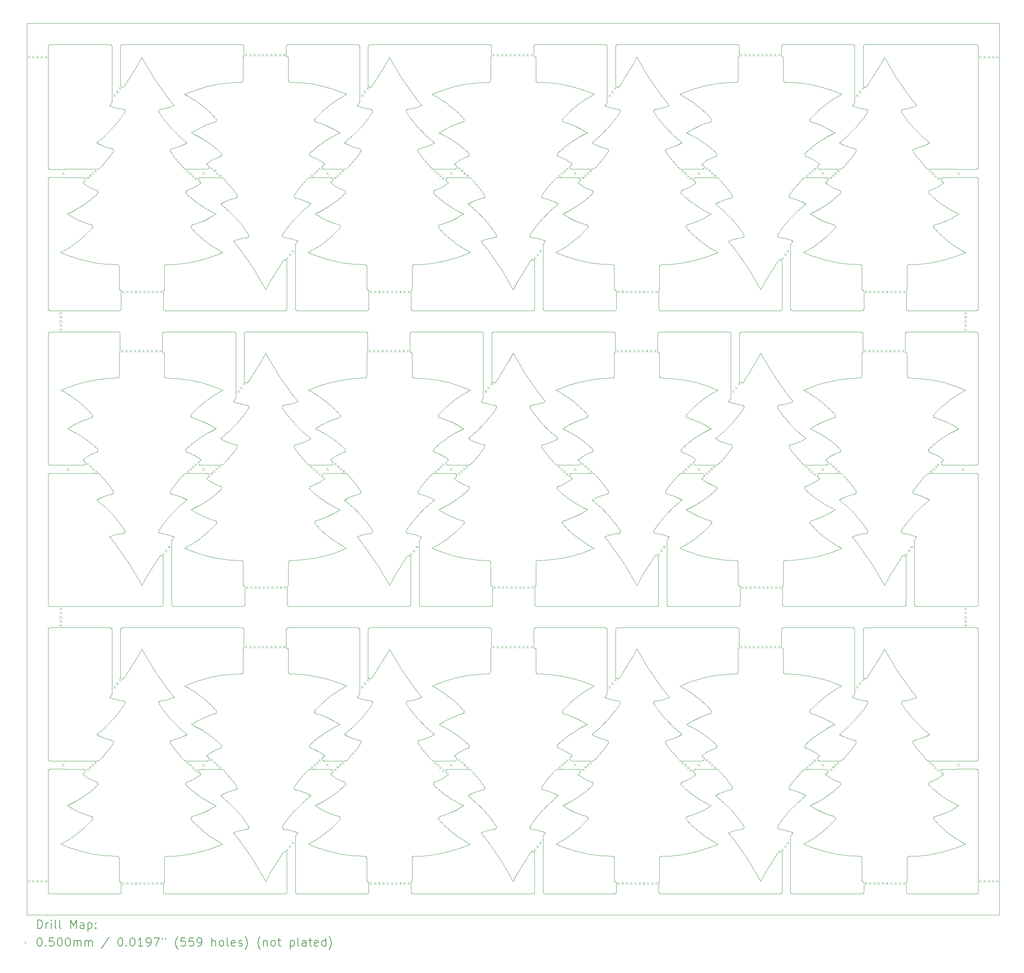
<source format=gbr>
%FSLAX45Y45*%
G04 Gerber Fmt 4.5, Leading zero omitted, Abs format (unit mm)*
G04 Created by KiCad (PCBNEW (6.0.2)) date 2022-10-30 19:53:12*
%MOMM*%
%LPD*%
G01*
G04 APERTURE LIST*
%TA.AperFunction,Profile*%
%ADD10C,0.100000*%
%TD*%
%ADD11C,0.200000*%
%ADD12C,0.050000*%
G04 APERTURE END LIST*
D10*
X8183555Y-18595806D02*
X8181704Y-18594245D01*
X8359507Y-6995174D02*
X8359544Y-6995187D01*
X19822392Y-20869504D02*
X19822367Y-20869546D01*
X22423611Y-12600170D02*
X22421580Y-12598837D01*
X6607217Y-15780555D02*
X6608697Y-15782451D01*
X10596645Y-9854036D02*
X10595056Y-9852211D01*
X14314569Y-18826028D02*
X14316070Y-18824137D01*
X6064538Y-5761510D02*
X6064503Y-5761545D01*
X12437160Y-16263254D02*
X12437160Y-16801873D01*
X22439509Y-13691765D02*
X22440627Y-13689588D01*
X11904798Y-5762889D02*
X11904831Y-5762925D01*
X19973209Y-3804381D02*
X19972104Y-3802251D01*
X16956348Y-18282515D02*
X16956386Y-18282483D01*
X16652078Y-17405113D02*
X16652073Y-17405063D01*
X14255563Y-13207633D02*
X14256038Y-13207460D01*
X22313211Y-3502545D02*
X22403616Y-3476930D01*
X14555185Y-19139389D02*
X14555702Y-19141747D01*
X23069949Y-11900769D02*
X23068767Y-11898664D01*
X23482211Y-11066086D02*
X23482172Y-11066056D01*
X14722085Y-18048290D02*
X14722089Y-18048241D01*
X22227667Y-9260096D02*
X22226340Y-9258043D01*
X18332793Y-9981099D02*
X18330728Y-9979905D01*
X20686444Y-11551254D02*
X20687693Y-11553340D01*
X19931261Y-2935696D02*
X19931240Y-2935693D01*
X16423861Y-9281567D02*
X16423827Y-9281531D01*
X14029857Y-4637276D02*
X14027796Y-4636005D01*
X8984440Y-12743242D02*
X8984426Y-12743289D01*
X14036254Y-11299680D02*
X14036217Y-11299647D01*
X13640014Y-19538584D02*
X13640138Y-19536158D01*
X19847406Y-4607178D02*
X19846859Y-4604819D01*
X3668322Y-21176944D02*
X3669624Y-21178984D01*
X11801866Y-19958254D02*
X11801855Y-19958207D01*
X7891562Y-6638326D02*
X7891540Y-6638282D01*
X8984408Y-18281552D02*
X8984400Y-18281600D01*
X11384599Y-5191120D02*
X11384525Y-5188707D01*
X11386567Y-5174420D02*
X11387313Y-5172124D01*
X15183390Y-2030249D02*
X15184255Y-2032492D01*
X3448681Y-17405399D02*
X3448692Y-17405447D01*
X12106673Y-19897415D02*
X12108233Y-19898932D01*
X17364943Y-17445194D02*
X17533720Y-17597767D01*
X5245127Y-11578941D02*
X5245055Y-11576521D01*
X11210056Y-6309792D02*
X11209624Y-6307396D01*
X17526422Y-3854834D02*
X17526401Y-3854840D01*
X13674219Y-21997364D02*
X13674160Y-21994948D01*
X4743541Y-7239642D02*
X4743722Y-7237215D01*
X16289294Y-3591582D02*
X16288505Y-3589296D01*
X15890420Y-16263730D02*
X15890374Y-16263747D01*
X14709992Y-10803681D02*
X14707925Y-10804968D01*
X20969679Y-13620068D02*
X20969679Y-13620118D01*
X18137127Y-5557123D02*
X18138068Y-5559362D01*
X3812992Y-3563865D02*
X3813482Y-3566215D01*
X18396432Y-9966181D02*
X18395018Y-9968101D01*
X6064314Y-5761830D02*
X6064296Y-5761876D01*
X6093127Y-4592809D02*
X6093232Y-4595238D01*
X21232984Y-21763199D02*
X21234413Y-21765184D01*
X3144096Y-12743776D02*
X3144109Y-12743823D01*
X18261029Y-16838513D02*
X18259170Y-16840084D01*
X20063298Y-12339959D02*
X20137060Y-12293795D01*
X5781458Y-4857949D02*
X5783138Y-4859683D01*
X20334690Y-5258995D02*
X20334683Y-5259044D01*
X12557412Y-6544534D02*
X12555515Y-6546035D01*
X11801909Y-3751749D02*
X11803335Y-3753722D01*
X20985630Y-2000531D02*
X20987999Y-2000942D01*
X17799388Y-6907713D02*
X17799402Y-6907666D01*
X15220560Y-4495702D02*
X15220917Y-4498104D01*
X19515949Y-8244226D02*
X19515422Y-8241879D01*
X11061878Y-17136294D02*
X11061867Y-17136342D01*
X17498959Y-12303390D02*
X17498994Y-12303414D01*
X11237507Y-20218055D02*
X11239742Y-20217090D01*
X8999823Y-11543603D02*
X9001459Y-11545402D01*
X17444323Y-18901654D02*
X17442031Y-18902414D01*
X18272718Y-14201924D02*
X18273704Y-14204134D01*
X5275983Y-12743106D02*
X5275960Y-12743063D01*
X14556521Y-5191120D02*
X14556329Y-5193526D01*
X14036382Y-5762813D02*
X14036409Y-5762772D01*
X12458660Y-2259441D02*
X12458597Y-2261921D01*
X11061892Y-3173607D02*
X11061878Y-3173654D01*
X10446949Y-17547261D02*
X10446506Y-17544884D01*
X8683843Y-19104946D02*
X8686094Y-19105818D01*
X2301429Y-10154880D02*
X2301412Y-10154927D01*
X7891489Y-6638197D02*
X7891460Y-6638156D01*
X6349407Y-11656699D02*
X6348055Y-11658350D01*
X19243259Y-10508295D02*
X19245617Y-10507755D01*
X17230537Y-19128136D02*
X17231719Y-19126031D01*
X7688736Y-15262581D02*
X7686337Y-15262404D01*
X7672088Y-14195890D02*
X7673503Y-14193911D01*
X16560542Y-12552422D02*
X16560905Y-12550020D01*
X9359860Y-12598837D02*
X9357829Y-12600170D01*
X17798936Y-10154336D02*
X17798892Y-10154317D01*
X3814593Y-13487619D02*
X3814561Y-13490037D01*
X11219151Y-18048533D02*
X11219171Y-18048578D01*
X8694492Y-18142308D02*
X8881218Y-18049070D01*
X19849167Y-12455343D02*
X19849779Y-12452989D01*
X7129532Y-7780017D02*
X7129569Y-7780050D01*
X17073356Y-10805540D02*
X17071255Y-10804380D01*
X10811485Y-17405883D02*
X10811518Y-17405846D01*
X12419037Y-14184948D02*
X12420877Y-14186519D01*
X8654049Y-5259290D02*
X8654057Y-5259339D01*
X19822618Y-6906611D02*
X19822580Y-6906642D01*
X3459884Y-2000059D02*
X3462283Y-2000236D01*
X22144125Y-13524962D02*
X22142334Y-13523364D01*
X14023875Y-18595806D02*
X14022024Y-18594245D01*
X3697955Y-9245456D02*
X3697675Y-9247784D01*
X8960341Y-13845141D02*
X8957784Y-13843642D01*
X14322502Y-12131942D02*
X14324401Y-12130453D01*
X18284633Y-14763703D02*
X18287003Y-14764304D01*
X17469881Y-18880569D02*
X17468597Y-18882613D01*
X2925331Y-20188954D02*
X2925372Y-20188968D01*
X12430028Y-2864703D02*
X12428712Y-2866750D01*
X7853651Y-8271677D02*
X7851755Y-8270197D01*
X18414331Y-20459339D02*
X18414774Y-20461716D01*
X14494417Y-11803339D02*
X14494409Y-11803387D01*
X17953644Y-19629505D02*
X17953623Y-19629512D01*
X16651808Y-13619330D02*
X16651770Y-13619298D01*
X14314226Y-12140688D02*
X14315704Y-12138780D01*
X9336820Y-3379220D02*
X9289187Y-3441964D01*
X11116169Y-4319739D02*
X11116200Y-4319700D01*
X17286817Y-11804172D02*
X17286850Y-11804135D01*
X9380578Y-4510218D02*
X9380215Y-4512620D01*
X23940589Y-4903090D02*
X23940178Y-4905459D01*
X3814181Y-17540810D02*
X3813969Y-17543201D01*
X7800399Y-5585618D02*
X7800043Y-5583216D01*
X16302014Y-13523364D02*
X16300303Y-13521680D01*
X13978912Y-5153173D02*
X13980651Y-5151573D01*
X1501000Y-22543960D02*
X24440120Y-22543960D01*
X15352506Y-9841745D02*
X15351400Y-9843913D01*
X6055584Y-12419387D02*
X6059828Y-12420611D01*
X8184825Y-12428895D02*
X8186729Y-12427383D01*
X5221526Y-17136489D02*
X5221524Y-17136538D01*
X11574252Y-18785001D02*
X11574261Y-18785049D01*
X12456438Y-2274040D02*
X12455644Y-2276377D01*
X18404513Y-6537656D02*
X18402947Y-6539499D01*
X2838640Y-19101489D02*
X2840995Y-19102020D01*
X5378983Y-4086144D02*
X5379015Y-4086181D01*
X3147886Y-9907624D02*
X3147864Y-9907627D01*
X19572278Y-20601201D02*
X19572268Y-20601153D01*
X12209353Y-6638233D02*
X12209328Y-6638275D01*
X22244947Y-7807989D02*
X22245665Y-7805756D01*
X14879208Y-17136036D02*
X14879182Y-17135995D01*
X14879153Y-17135956D02*
X14879122Y-17135918D01*
X16956268Y-18282572D02*
X16956309Y-18282544D01*
X2004705Y-22015910D02*
X2003730Y-22013711D01*
X22242999Y-21997364D02*
X22242940Y-21994948D01*
X16431176Y-9846296D02*
X16429977Y-9844195D01*
X8465257Y-4902213D02*
X8464857Y-4899832D01*
X20719596Y-17136164D02*
X20719576Y-17136120D01*
X17809365Y-19116023D02*
X17811028Y-19117729D01*
X12201664Y-16856732D02*
X12201214Y-16856754D01*
X4210189Y-14761595D02*
X4210237Y-14761588D01*
X13405296Y-10507755D02*
X13407678Y-10507333D01*
X7803052Y-5559362D02*
X7803993Y-5557123D01*
X2301280Y-20870010D02*
X2301280Y-20870058D01*
X9414144Y-3488339D02*
X9414166Y-3488345D01*
X17945368Y-5933329D02*
X17946993Y-5934775D01*
X7663882Y-14218535D02*
X7664183Y-14216121D01*
X3246132Y-12691073D02*
X3245667Y-12691272D01*
X14731388Y-20246118D02*
X14732169Y-20248388D01*
X21197670Y-7780645D02*
X21197683Y-7780692D01*
X21057348Y-4484114D02*
X21058283Y-4486356D01*
X23178616Y-6600183D02*
X23176977Y-6598766D01*
X13645296Y-5599398D02*
X13644252Y-5597206D01*
X23639602Y-10154598D02*
X23639570Y-10154562D01*
X20572128Y-10757658D02*
X20572321Y-10760085D01*
X8172728Y-12443966D02*
X8173899Y-12441836D01*
X5221714Y-3174499D02*
X5221744Y-3174538D01*
X13649157Y-11513935D02*
X13647786Y-11511915D01*
X4827963Y-17225350D02*
X4499613Y-16759956D01*
X7804976Y-19562039D02*
X7803932Y-19559846D01*
X20207010Y-18785455D02*
X20207041Y-18785417D01*
X13367446Y-20458662D02*
X13368006Y-20456328D01*
X22768047Y-19448722D02*
X22768063Y-19446291D01*
X12971268Y-9282623D02*
X12971231Y-9282590D01*
X5893298Y-12348595D02*
X5893317Y-12348606D01*
X16374815Y-14066736D02*
X16376684Y-14068218D01*
X14417367Y-3918045D02*
X14417347Y-3918037D01*
X11116137Y-4319775D02*
X11116169Y-4319739D01*
X6610082Y-2021777D02*
X6611368Y-2023809D01*
X8881424Y-18048933D02*
X8881461Y-18048899D01*
X13640382Y-5571102D02*
X13640745Y-5568700D01*
X19486843Y-19515439D02*
X19488106Y-19513365D01*
X13503251Y-2299961D02*
X13503203Y-2299948D01*
X2301329Y-20870345D02*
X2301345Y-20870391D01*
X5246059Y-11586139D02*
X5245630Y-11583756D01*
X19876737Y-11300940D02*
X19876762Y-11300897D01*
X9572702Y-15768426D02*
X9574850Y-15767345D01*
X14722088Y-18048092D02*
X14722083Y-18048043D01*
X19572285Y-6638905D02*
X19572291Y-6638856D01*
X3382019Y-7182882D02*
X3382063Y-7182886D01*
X11922774Y-4626811D02*
X11921205Y-4628669D01*
X8654080Y-11803534D02*
X8654082Y-11803583D01*
X5243124Y-12121640D02*
X5245442Y-12121247D01*
X2000942Y-8241879D02*
X2000531Y-8239510D01*
X7666572Y-14206701D02*
X7667457Y-14204434D01*
X17467214Y-18884592D02*
X17465736Y-18886500D01*
X16895780Y-18893723D02*
X16893969Y-18892193D01*
X14721986Y-18048621D02*
X14722007Y-18048577D01*
X6606059Y-14764219D02*
X6608326Y-14764898D01*
X12297748Y-11503278D02*
X12296806Y-11505516D01*
X16597185Y-15230147D02*
X16596430Y-15227864D01*
X18030048Y-19368581D02*
X18031327Y-19370288D01*
X20561998Y-12976358D02*
X20561959Y-12976328D01*
X6382700Y-19596153D02*
X6382223Y-19596287D01*
X3088644Y-7145442D02*
X3088665Y-7145446D01*
X4918358Y-4456151D02*
X4957075Y-4447936D01*
X19876580Y-19724150D02*
X19876544Y-19724117D01*
X11958772Y-6908161D02*
X11958809Y-6908128D01*
X14494531Y-19221224D02*
X14494504Y-19221265D01*
X13508774Y-14202214D02*
X13509880Y-14200047D01*
X20969916Y-3443276D02*
X20969952Y-3443310D01*
X10908406Y-12648546D02*
X10908386Y-12648538D01*
X16446369Y-21163661D02*
X16448440Y-21162384D01*
X10811796Y-13620274D02*
X10811805Y-13620225D01*
X3246400Y-4371573D02*
X3352073Y-4414094D01*
X13506096Y-16816594D02*
X13505447Y-16814263D01*
X17523204Y-20702522D02*
X17521474Y-20701273D01*
X20418697Y-5321778D02*
X20418715Y-5321790D01*
X10719978Y-12554838D02*
X10720222Y-12552422D01*
X6092448Y-18567557D02*
X6091953Y-18569937D01*
X2458549Y-19958458D02*
X2458552Y-19958508D01*
X20334683Y-5259044D02*
X20334680Y-5259093D01*
X11394066Y-11903272D02*
X11392683Y-11901293D01*
X22129160Y-13472704D02*
X22129946Y-13470435D01*
X6726084Y-6479030D02*
X6727415Y-6481065D01*
X10798441Y-12614974D02*
X10798420Y-12614968D01*
X5734219Y-18785559D02*
X5734255Y-18785592D01*
X11574613Y-18785624D02*
X11574652Y-18785654D01*
X21242940Y-7830178D02*
X21242940Y-8232308D01*
X15129383Y-3442177D02*
X15129365Y-3442223D01*
X17652161Y-3778764D02*
X17652232Y-3781198D01*
X11125077Y-11624579D02*
X11125056Y-11624572D01*
X6510563Y-6816224D02*
X6512357Y-6818610D01*
X2877779Y-11870634D02*
X2877971Y-11873040D01*
X17641845Y-19959223D02*
X17641882Y-19959191D01*
X17642205Y-19958400D02*
X17642201Y-19958351D01*
X21285289Y-3004969D02*
X21282933Y-3005343D01*
X24440410Y-22543917D02*
X24440457Y-22543901D01*
X16902103Y-13888497D02*
X16902094Y-13888545D01*
X15376598Y-9255360D02*
X15375804Y-9257697D01*
X20656363Y-5438061D02*
X20656384Y-5438068D01*
X17952616Y-19629868D02*
X17846952Y-19672385D01*
X2813737Y-19221979D02*
X2813748Y-19222027D01*
X6377628Y-8781320D02*
X6380044Y-8781379D01*
X10583800Y-21743346D02*
X10583800Y-21204727D01*
X13645365Y-19517574D02*
X13646523Y-19515439D01*
X10731910Y-4471878D02*
X10733551Y-4470088D01*
X11395910Y-11842817D02*
X11397502Y-11841002D01*
X2301373Y-10155365D02*
X2301381Y-10155414D01*
X14605292Y-13995966D02*
X14605313Y-13995960D01*
X4660947Y-13537172D02*
X4660443Y-13537105D01*
X3665781Y-3510811D02*
X3666258Y-3510896D01*
X16902457Y-13889497D02*
X16902496Y-13889526D01*
X5606065Y-5258368D02*
X5606027Y-5258336D01*
X20562042Y-12977871D02*
X20562078Y-12977837D01*
X10500212Y-13537055D02*
X10500190Y-13537053D01*
X20639600Y-11630410D02*
X20639580Y-11630416D01*
X4883197Y-17439404D02*
X4883668Y-17439236D01*
X18041047Y-2894157D02*
X18041027Y-2894159D01*
X9346800Y-2049012D02*
X9346800Y-3349569D01*
X4913741Y-13710611D02*
X4913925Y-13708171D01*
X9005812Y-5515527D02*
X9004324Y-5517437D01*
X14552948Y-11892772D02*
X14551979Y-11894983D01*
X15889980Y-16264033D02*
X15889950Y-16264072D01*
X20969740Y-17405678D02*
X20969765Y-17405721D01*
X5247103Y-19446291D02*
X5247239Y-19443863D01*
X2760804Y-10461113D02*
X2762504Y-10462457D01*
X8141904Y-6908113D02*
X8141940Y-6908146D01*
X11801858Y-5996052D02*
X11801868Y-5996004D01*
X14287462Y-10976271D02*
X14287442Y-10976281D01*
X5221660Y-3174416D02*
X5221686Y-3174458D01*
X17414752Y-18784256D02*
X17414724Y-18784297D01*
X6460080Y-19548258D02*
X6459606Y-19550640D01*
X8891507Y-6316423D02*
X8890675Y-6318674D01*
X17414592Y-4822457D02*
X17414606Y-4822504D01*
X22425705Y-18423880D02*
X22427857Y-18422754D01*
X21335073Y-3570974D02*
X21335214Y-3573370D01*
X17651656Y-17736564D02*
X17651968Y-17738978D01*
X19316373Y-20294400D02*
X19317648Y-20292633D01*
X7130791Y-9282504D02*
X7130749Y-9282479D01*
X15373034Y-8807222D02*
X15374115Y-8809370D01*
X5275736Y-12744313D02*
X5275773Y-12744281D01*
X4904745Y-12601400D02*
X4902651Y-12600170D01*
X13982013Y-10155365D02*
X13982021Y-10155414D01*
X6087752Y-4618673D02*
X6086580Y-4620804D01*
X6454276Y-11509841D02*
X6453014Y-11511915D01*
X9038833Y-17135956D02*
X9038802Y-17135918D01*
X7129819Y-21742844D02*
X7129865Y-21742862D01*
X10819785Y-7187203D02*
X10820233Y-7187162D01*
X14139239Y-11066929D02*
X14139245Y-11066977D01*
X5774332Y-11160988D02*
X5961058Y-11067750D01*
X22492219Y-3443128D02*
X22492247Y-3443087D01*
X19931801Y-16898418D02*
X19931758Y-16898410D01*
X9012435Y-19432160D02*
X9013212Y-19434453D01*
X5378717Y-12977237D02*
X5378725Y-12977286D01*
X7606207Y-7080449D02*
X7608327Y-7081541D01*
X8700282Y-19114844D02*
X8702025Y-19116514D01*
X10486994Y-14060293D02*
X10489233Y-14059471D01*
X4754420Y-13551837D02*
X4754379Y-13551829D01*
X22233714Y-14096384D02*
X22234118Y-14098735D01*
X12574454Y-20461716D02*
X12574779Y-20464112D01*
X3448995Y-13619397D02*
X3448961Y-13619434D01*
X11959186Y-10155077D02*
X11959177Y-10155029D01*
X5275985Y-4319534D02*
X5276005Y-4319490D01*
X4958121Y-12614974D02*
X4958100Y-12614968D01*
X2005786Y-5160802D02*
X2006971Y-5158709D01*
X11446760Y-11803448D02*
X11446757Y-11803399D01*
X7877231Y-19596023D02*
X7838518Y-19587809D01*
X18280176Y-16260683D02*
X18278184Y-16262162D01*
X21291909Y-17489001D02*
X21294287Y-17489337D01*
X9370441Y-18436387D02*
X9371897Y-18438331D01*
X20638622Y-11630757D02*
X20638603Y-11630764D01*
X22432316Y-4458190D02*
X22434611Y-4457396D01*
X16459268Y-9867966D02*
X16456965Y-9867224D01*
X9222883Y-21145556D02*
X9222904Y-21145558D01*
X8867764Y-6257100D02*
X8869865Y-6258260D01*
X12295755Y-11507706D02*
X12294596Y-11509841D01*
X14132066Y-13264729D02*
X14132943Y-13262458D01*
X19483637Y-5594964D02*
X19482815Y-5592679D01*
X14139188Y-5995769D02*
X14139189Y-5995818D01*
X20019766Y-6792302D02*
X19822738Y-6906529D01*
X19860573Y-4629955D02*
X19858885Y-4628218D01*
X11062151Y-17135832D02*
X11062116Y-17135867D01*
X14721870Y-18047548D02*
X14721838Y-18047510D01*
X15221266Y-18468016D02*
X15221142Y-18470442D01*
X9302860Y-4447807D02*
X9302902Y-4447818D01*
X16956489Y-18282379D02*
X16956520Y-18282340D01*
X8526273Y-12241136D02*
X8526307Y-12241100D01*
X17654529Y-13278834D02*
X17654619Y-13281233D01*
X5497756Y-17304078D02*
X5499486Y-17305327D01*
X2458702Y-5995252D02*
X2458677Y-5995295D01*
X16956571Y-4318549D02*
X16956543Y-4318508D01*
X8366219Y-4713521D02*
X8288203Y-4675391D01*
X20334910Y-5258505D02*
X20334879Y-5258543D01*
X17803937Y-5148797D02*
X17805820Y-5150237D01*
X5366431Y-10765126D02*
X5366341Y-10762727D01*
X14033316Y-14136261D02*
X14033809Y-14136173D01*
X17494931Y-20048487D02*
X17494950Y-20048476D01*
X9536278Y-9255360D02*
X9535484Y-9257697D01*
X5682663Y-17443777D02*
X5684303Y-17445194D01*
X17119564Y-13976334D02*
X17119987Y-13976494D01*
X14036288Y-19725566D02*
X14036321Y-19725530D01*
X3448859Y-3443163D02*
X3448890Y-3443202D01*
X22417730Y-4466762D02*
X22419618Y-4465235D01*
X12506401Y-8782262D02*
X12508770Y-8781851D01*
X9289131Y-3442045D02*
X9289106Y-3442088D01*
X19571766Y-20600508D02*
X19571722Y-20600486D01*
X21014746Y-2016094D02*
X21016317Y-2017915D01*
X21328670Y-3550519D02*
X21329819Y-3552626D01*
X7558357Y-7083318D02*
X7560394Y-7082079D01*
X9517017Y-9281685D02*
X9517009Y-9281733D01*
X11094988Y-11547113D02*
X11096476Y-11545203D01*
X17401712Y-14064134D02*
X17402200Y-14064251D01*
X23915218Y-8787106D02*
X23917311Y-8788292D01*
X2647704Y-5900664D02*
X2645828Y-5901652D01*
X19334757Y-2298336D02*
X19332419Y-2297618D01*
X13640719Y-11477022D02*
X13641194Y-11474640D01*
X14332661Y-4937161D02*
X14330507Y-4936072D01*
X6561359Y-2886343D02*
X6559004Y-2886957D01*
X2000942Y-11888299D02*
X2000531Y-11885930D01*
X8286672Y-3776612D02*
X8286933Y-3774226D01*
X17752414Y-18599312D02*
X17750369Y-18600628D01*
X22891264Y-10781390D02*
X22890372Y-10779162D01*
X8196184Y-11300764D02*
X8196200Y-11300718D01*
X14660968Y-17048624D02*
X14380273Y-16961302D01*
X6596859Y-14761916D02*
X6596870Y-14761964D01*
X8871907Y-6259521D02*
X8873885Y-6260880D01*
X14653797Y-5367286D02*
X14654234Y-5367537D01*
X23639566Y-6906821D02*
X23639536Y-6906781D01*
X16652132Y-13619979D02*
X16652127Y-13619930D01*
X8984772Y-12742765D02*
X8984734Y-12742797D01*
X3538813Y-12545286D02*
X3539412Y-12547640D01*
X11363595Y-19704765D02*
X11361829Y-19703540D01*
X13640363Y-5583216D02*
X13640126Y-5580799D01*
X9039026Y-3173757D02*
X9039017Y-3173709D01*
X17475205Y-18843312D02*
X17475750Y-18845664D01*
X15373733Y-21748124D02*
X15375937Y-21749183D01*
X8654082Y-11803583D02*
X8654086Y-11803632D01*
X24440634Y-1500142D02*
X24440591Y-1500118D01*
X18810281Y-9282576D02*
X18810243Y-9282607D01*
X8526368Y-12241024D02*
X8526396Y-12240983D01*
X20573715Y-20253027D02*
X20574156Y-20255386D01*
X22232530Y-15227864D02*
X22231775Y-15230147D01*
X8359083Y-20957655D02*
X8359507Y-20957814D01*
X19979555Y-11066880D02*
X19979559Y-11066929D01*
X17379439Y-19820885D02*
X17377608Y-19819730D01*
X4698239Y-8827916D02*
X4698416Y-8825517D01*
X21227672Y-16924178D02*
X21227498Y-16921799D01*
X5377305Y-6327598D02*
X5375980Y-6325556D01*
X8997085Y-19410794D02*
X8998936Y-19412355D01*
X11098405Y-11609538D02*
X11096806Y-11607721D01*
X6369121Y-6638114D02*
X6369090Y-6638152D01*
X11116057Y-18280967D02*
X10915912Y-18110631D01*
X6597009Y-14762277D02*
X6597037Y-14762317D01*
X3144156Y-18282129D02*
X3144177Y-18282174D01*
X14317662Y-12202957D02*
X14316070Y-12201143D01*
X19969577Y-13279008D02*
X19969748Y-13276580D01*
X5606396Y-5259204D02*
X5606399Y-5259155D01*
X10588202Y-8275534D02*
X10586109Y-8274348D01*
X15198149Y-18425110D02*
X15200180Y-18426443D01*
X14605971Y-20188954D02*
X14606012Y-20188968D01*
X10579044Y-9280739D02*
X10576647Y-9280257D01*
X11400518Y-5152204D02*
X11402342Y-5150623D01*
X20571315Y-20281314D02*
X20570374Y-20283522D01*
X20393047Y-11855137D02*
X20393932Y-11857383D01*
X2850069Y-19105279D02*
X2852223Y-19106368D01*
X23935334Y-8807222D02*
X23936415Y-8809370D01*
X5275540Y-12742660D02*
X5174749Y-12691516D01*
X19345234Y-16811903D02*
X19344817Y-16809519D01*
X8881725Y-12977080D02*
X8881721Y-12977031D01*
X14036567Y-11300477D02*
X14036569Y-11300428D01*
X6718946Y-10520596D02*
X6720657Y-10522280D01*
X23939010Y-15797416D02*
X23939651Y-15799734D01*
X3469386Y-15764109D02*
X3471704Y-15764750D01*
X8888686Y-20285681D02*
X8887533Y-20287785D01*
X18049584Y-6638410D02*
X18049568Y-6638456D01*
X3704323Y-13313063D02*
X3805924Y-13460350D01*
X10452316Y-13463899D02*
X10453529Y-13461827D01*
X5257736Y-11543369D02*
X5259414Y-11541606D01*
X18310145Y-8813812D02*
X18311010Y-8811569D01*
X6618104Y-2044197D02*
X6618281Y-2046596D01*
X11086182Y-18904540D02*
X11083800Y-18904482D01*
X11801876Y-19958596D02*
X11801882Y-19958547D01*
X3144387Y-18280999D02*
X3144352Y-18281034D01*
X19514480Y-20694391D02*
X19514480Y-20694391D01*
X20665039Y-12743679D02*
X20665047Y-12743728D01*
X22739933Y-18896511D02*
X22737983Y-18895163D01*
X3750677Y-2000236D02*
X3753076Y-2000059D01*
X22409637Y-12530025D02*
X22510593Y-12388968D01*
X6447089Y-11451408D02*
X6448730Y-11453198D01*
X3539412Y-18477640D02*
X3538813Y-18479994D01*
X5560625Y-5225020D02*
X5558862Y-5223371D01*
X16902578Y-13887849D02*
X16902537Y-13887875D01*
X9560190Y-8246544D02*
X9559435Y-8248827D01*
X20719160Y-13887901D02*
X20719118Y-13887874D01*
X5961167Y-5996613D02*
X5961205Y-5996583D01*
X15891528Y-2301411D02*
X15891496Y-2301373D01*
X8289965Y-3762646D02*
X8290906Y-3760438D01*
X14721804Y-4084833D02*
X14721768Y-4084799D01*
X7535134Y-10526902D02*
X7536607Y-10524984D01*
X14330176Y-19862236D02*
X14328344Y-19863304D01*
X7658884Y-16262059D02*
X7656487Y-16261577D01*
X17744871Y-19724852D02*
X17744871Y-19724901D01*
X8142080Y-10156030D02*
X8142120Y-10156059D01*
X8881580Y-18047587D02*
X8881550Y-18047548D01*
X4971439Y-13619738D02*
X4971422Y-13619691D01*
X12969752Y-21742549D02*
X12969783Y-21742587D01*
X8511265Y-18254293D02*
X8513084Y-18253124D01*
X16956449Y-4318395D02*
X16956414Y-4318360D01*
X16361827Y-15259775D02*
X16359544Y-15260530D01*
X21232145Y-15790690D02*
X21233226Y-15788542D01*
X23940589Y-19139350D02*
X23940884Y-19141737D01*
X5067316Y-4414455D02*
X5067337Y-4414448D01*
X14366776Y-4822695D02*
X14366801Y-4822652D01*
X19340790Y-2000531D02*
X19343177Y-2000236D01*
X23901679Y-19098482D02*
X23904026Y-19099009D01*
X11116386Y-4319303D02*
X11116395Y-4319255D01*
X9289150Y-13620546D02*
X9289174Y-13620589D01*
X7822811Y-19581490D02*
X7820780Y-19580157D01*
X13366784Y-20475373D02*
X13366526Y-20472986D01*
X5279344Y-5439127D02*
X5281661Y-5438350D01*
X14879276Y-17136164D02*
X14879256Y-17136120D01*
X13459191Y-2041810D02*
X13459602Y-2039441D01*
X3672863Y-9839526D02*
X3671866Y-9841745D01*
X5961373Y-19959045D02*
X5961401Y-19959005D01*
X15401245Y-16953835D02*
X15399612Y-16952097D01*
X9549665Y-2032492D02*
X9550530Y-2030249D01*
X14680005Y-17252771D02*
X14681833Y-17251657D01*
X3715968Y-2985754D02*
X3714605Y-2983797D01*
X7130278Y-9282355D02*
X7130229Y-9282356D01*
X22766590Y-11583756D02*
X22766279Y-11581355D01*
X14494653Y-11802860D02*
X14494621Y-11802897D01*
X2877468Y-11868240D02*
X2877779Y-11870634D01*
X16424044Y-9281855D02*
X16424024Y-9281811D01*
X4649609Y-17488347D02*
X4697965Y-17483421D01*
X12209243Y-10423452D02*
X12209223Y-10423497D01*
X3482694Y-17419834D02*
X3482722Y-17419845D01*
X16961132Y-11623349D02*
X16958811Y-11622617D01*
X20258658Y-3918473D02*
X20258639Y-3918464D01*
X5961609Y-11066921D02*
X5961611Y-11066871D01*
X19480447Y-19543439D02*
X19480330Y-19541013D01*
X21227676Y-15806837D02*
X21227971Y-15804450D01*
X14879056Y-17135847D02*
X14879020Y-17135814D01*
X11958937Y-6907978D02*
X11958964Y-6907936D01*
X6451642Y-5548705D02*
X6453014Y-5550725D01*
X11610613Y-4936072D02*
X11608459Y-4937161D01*
X3705886Y-8268626D02*
X3704065Y-8270197D01*
X23482318Y-11066190D02*
X23482284Y-11066154D01*
X11604003Y-4939014D02*
X11601711Y-4939774D01*
X10565183Y-9276097D02*
X10563035Y-9274930D01*
X5960350Y-17775289D02*
X5958752Y-17777126D01*
X6585941Y-10492131D02*
X6586418Y-10492216D01*
X7842098Y-8259543D02*
X7840811Y-8257511D01*
X11206687Y-10760328D02*
X11206832Y-10757932D01*
X19503451Y-19581490D02*
X19501420Y-19580157D01*
X20388437Y-11846670D02*
X20389745Y-11848699D01*
X5606365Y-11803112D02*
X5606345Y-11803067D01*
X7674539Y-6570509D02*
X7674062Y-6570424D01*
X7766496Y-20555621D02*
X7766474Y-20555615D01*
X16931887Y-19467595D02*
X16930961Y-19465347D01*
X3144156Y-4319489D02*
X3144177Y-4319534D01*
X19384131Y-2887783D02*
X19381766Y-2887272D01*
X11384525Y-5188707D02*
X11384570Y-5186294D01*
X14036565Y-19724803D02*
X14036561Y-19724755D01*
X15891463Y-2301337D02*
X15891428Y-2301303D01*
X11965500Y-5150237D02*
X11967310Y-5151767D01*
X7891645Y-6638905D02*
X7891651Y-6638856D01*
X3144225Y-4319619D02*
X3144252Y-4319660D01*
X15456322Y-16964056D02*
X15454126Y-16964987D01*
X20501307Y-17048630D02*
X20501288Y-17048624D01*
X4715837Y-17712217D02*
X4614236Y-17564929D01*
X15159070Y-2004705D02*
X15161218Y-2005786D01*
X4722042Y-7819399D02*
X4722229Y-7816938D01*
X15217963Y-18448996D02*
X15218785Y-18451281D01*
X14380273Y-2998662D02*
X14380252Y-2998656D01*
X5225181Y-18899967D02*
X5223057Y-18898916D01*
X3532935Y-18440345D02*
X3534191Y-18442423D01*
X12437160Y-14761721D02*
X12437161Y-14761770D01*
X17799015Y-6908222D02*
X17799055Y-6908192D01*
X12466852Y-14775625D02*
X12468544Y-14777279D01*
X23127397Y-11803399D02*
X23127391Y-11803350D01*
X14710185Y-20220900D02*
X14712227Y-20222161D01*
X7131016Y-9282693D02*
X7130983Y-9282657D01*
X8526505Y-12240763D02*
X8526520Y-12240717D01*
X5221686Y-17137099D02*
X5221714Y-17137139D01*
X19876729Y-5762772D02*
X19876755Y-5762730D01*
X11929846Y-12490710D02*
X11928656Y-12492819D01*
X8287214Y-4674960D02*
X8205932Y-4643601D01*
X6064511Y-19725565D02*
X6064546Y-19725600D01*
X17286718Y-19222490D02*
X17286753Y-19222456D01*
X12399674Y-14175368D02*
X12402012Y-14175994D01*
X13434719Y-22043018D02*
X13432350Y-22043429D01*
X14366549Y-4822954D02*
X14366587Y-4822922D01*
X23425405Y-4941925D02*
X23425355Y-4941918D01*
X16902560Y-17137350D02*
X16902600Y-17137379D01*
X13992442Y-19106559D02*
X13994600Y-19105626D01*
X7663291Y-14762862D02*
X7663328Y-14762829D01*
X9533413Y-7785484D02*
X9535617Y-7786543D01*
X6608201Y-16251939D02*
X6606649Y-16253858D01*
X23437746Y-4944688D02*
X23435481Y-4944423D01*
X23639424Y-10156058D02*
X23639462Y-10156029D01*
X19822617Y-6908177D02*
X19822656Y-6908206D01*
X2870875Y-19175061D02*
X2869567Y-19177090D01*
X16965376Y-11624572D02*
X16961132Y-11623349D01*
X23067691Y-11896503D02*
X23066722Y-11894292D01*
X7560291Y-10508950D02*
X7562619Y-10508295D01*
X14721652Y-18047347D02*
X14721610Y-18047320D01*
X11930933Y-4611970D02*
X11930091Y-4614251D01*
X13418667Y-21038617D02*
X13421038Y-21038359D01*
X19538238Y-6624115D02*
X19536895Y-6623610D01*
X15319484Y-9868277D02*
X15317102Y-9868772D01*
X10554000Y-14105877D02*
X10554000Y-15213628D01*
X13697946Y-6624126D02*
X13697918Y-6624115D01*
X5494310Y-10836162D02*
X5494289Y-10836155D01*
X19571851Y-20600559D02*
X19571809Y-20600533D01*
X13503515Y-16262727D02*
X13503474Y-16262701D01*
X18278052Y-14762626D02*
X18278097Y-14762646D01*
X11636435Y-4892613D02*
X11636389Y-4895026D01*
X4979426Y-21149846D02*
X4979465Y-21149843D01*
X6725346Y-6535738D02*
X6723873Y-6537656D01*
X5276039Y-12743243D02*
X5276023Y-12743196D01*
X11740827Y-10067310D02*
X11740808Y-10067304D01*
X23899310Y-19098071D02*
X23901679Y-19098482D01*
X5639641Y-4222002D02*
X5641521Y-4223075D01*
X14139574Y-19957636D02*
X14139536Y-19957667D01*
X20719678Y-3173999D02*
X20719680Y-3173950D01*
X14853382Y-11571708D02*
X14853607Y-11574129D01*
X12557438Y-9964183D02*
X12557438Y-9964183D01*
X12573105Y-20483263D02*
X12572369Y-20485567D01*
X20414158Y-13067679D02*
X20414610Y-13067444D01*
X23639729Y-20869818D02*
X23639717Y-20869770D01*
X19370732Y-14179891D02*
X19372919Y-14178825D01*
X13488909Y-2003730D02*
X13491152Y-2002865D01*
X14200293Y-6995330D02*
X14200312Y-6995336D01*
X11959654Y-5146197D02*
X11961667Y-5147449D01*
X6595886Y-14213377D02*
X6596303Y-14215761D01*
X3661086Y-8782789D02*
X3663404Y-8783430D01*
X19344280Y-16263558D02*
X19344279Y-16263509D01*
X11814128Y-13286028D02*
X11813867Y-13288413D01*
X11218150Y-10793606D02*
X11216651Y-10791732D01*
X11142362Y-5432056D02*
X11142818Y-5431883D01*
X9546859Y-2046596D02*
X9547036Y-2044197D01*
X17414688Y-12241022D02*
X17414716Y-12241062D01*
X5038141Y-9879758D02*
X5038097Y-9879754D01*
X18230409Y-14174033D02*
X18232837Y-14174190D01*
X4971252Y-17404608D02*
X4971222Y-17404568D01*
X5371587Y-20246049D02*
X5372463Y-20243778D01*
X12209417Y-20602032D02*
X12350883Y-20778864D01*
X7878260Y-19596288D02*
X7877780Y-19596153D01*
X15384705Y-22032837D02*
X15382809Y-22034317D01*
X5262023Y-11539130D02*
X5418537Y-11400839D01*
X6706940Y-6551048D02*
X6704734Y-6552040D01*
X5248227Y-5495726D02*
X5247763Y-5493339D01*
X16594291Y-4457396D02*
X16596623Y-4456717D01*
X22904215Y-20227719D02*
X22905987Y-20226050D01*
X16560879Y-18458342D02*
X16561354Y-18455960D01*
X11758067Y-10272643D02*
X11759845Y-10271451D01*
X15389230Y-2034776D02*
X15389985Y-2032492D01*
X4790964Y-21155738D02*
X4978957Y-21149869D01*
X19815940Y-11912402D02*
X19814129Y-11910873D01*
X20151879Y-18880569D02*
X20150697Y-18878464D01*
X5276089Y-18281699D02*
X5276086Y-18281650D01*
X14725874Y-6272853D02*
X14727182Y-6274865D01*
X20281764Y-10461113D02*
X20283464Y-10462457D01*
X18297988Y-16231901D02*
X18297433Y-16234306D01*
X19302834Y-16232842D02*
X19301940Y-16230566D01*
X21051081Y-4473747D02*
X21052537Y-4475691D01*
X20665340Y-18282450D02*
X20665376Y-18282483D01*
X9003004Y-11547280D02*
X9004453Y-11549232D01*
X12971231Y-9282590D02*
X12971193Y-9282559D01*
X8303451Y-12380585D02*
X8303472Y-12380576D01*
X14878862Y-17137431D02*
X14878903Y-17137405D01*
X13731489Y-6637893D02*
X13731446Y-6637868D01*
X15140524Y-2000059D02*
X15142923Y-2000236D01*
X19900939Y-10198818D02*
X19903496Y-10200318D01*
X9627308Y-17493742D02*
X9629433Y-17494857D01*
X3806951Y-17563453D02*
X3805631Y-17565473D01*
X8708117Y-5161347D02*
X8709401Y-5163391D01*
X21155401Y-21155784D02*
X21157789Y-21156177D01*
X6064246Y-11300574D02*
X6064255Y-11300622D01*
X10050389Y-2301036D02*
X10050340Y-2301039D01*
X10505643Y-14056869D02*
X10508026Y-14056959D01*
X21025137Y-12605923D02*
X21022762Y-12606489D01*
X13460703Y-16227795D02*
X13460082Y-16225512D01*
X11958572Y-10154317D02*
X11741735Y-10067633D01*
X17269978Y-11274221D02*
X17271745Y-11272973D01*
X7891489Y-20600837D02*
X7891460Y-20600797D01*
X11685061Y-3855188D02*
X11523766Y-3918040D01*
X11088083Y-19455979D02*
X11087738Y-19453572D01*
X2394364Y-5135366D02*
X2396590Y-5135728D01*
X11459059Y-9979704D02*
X11171836Y-9917198D01*
X20394873Y-19137060D02*
X20395506Y-19139389D01*
X23906344Y-15764750D02*
X23908627Y-15765505D01*
X23482361Y-5996365D02*
X23482387Y-5996323D01*
X17428138Y-12251989D02*
X17428160Y-12252005D01*
X18810247Y-7780081D02*
X18810287Y-7780109D01*
X9039017Y-3173709D02*
X9039005Y-3173662D01*
X9289158Y-3442004D02*
X9289131Y-3442045D01*
X10562525Y-21779824D02*
X10562804Y-21777496D01*
X3245921Y-4371368D02*
X3246380Y-4371565D01*
X6360387Y-2894159D02*
X6068046Y-2926304D01*
X8299107Y-11066235D02*
X8299079Y-11066275D01*
X8526556Y-12240524D02*
X8526559Y-12240475D01*
X2863795Y-11910286D02*
X2862052Y-11911956D01*
X11574261Y-4822409D02*
X11574272Y-4822457D01*
X16929449Y-19460726D02*
X16928867Y-19458366D01*
X3144095Y-18281942D02*
X3144107Y-18281990D01*
X2814082Y-11802790D02*
X2814047Y-11802824D01*
X3025289Y-20218684D02*
X3027444Y-20219740D01*
X19343617Y-16262617D02*
X19343571Y-16262601D01*
X14509695Y-19752307D02*
X14507876Y-19753476D01*
X20962163Y-9875411D02*
X20962144Y-9875412D01*
X15487895Y-13462385D02*
X15489117Y-13464472D01*
X7800062Y-19533742D02*
X7800425Y-19531340D01*
X10475906Y-3529280D02*
X10478158Y-3528399D01*
X20719410Y-3174610D02*
X20719442Y-3174574D01*
X4883833Y-12538443D02*
X4884885Y-12536254D01*
X8141807Y-6906784D02*
X8141779Y-6906823D01*
X14878732Y-3172997D02*
X14661895Y-3086313D01*
X7853651Y-22034317D02*
X7851755Y-22032837D01*
X14722037Y-4085210D02*
X14722020Y-4085163D01*
X23934148Y-11903931D02*
X23932862Y-11905963D01*
X4743296Y-21744000D02*
X4743323Y-21743959D01*
X8640687Y-7082658D02*
X8640708Y-7082664D01*
X13996801Y-19104798D02*
X13999038Y-19104077D01*
X13640382Y-19533742D02*
X13640745Y-19531340D01*
X8196069Y-11300981D02*
X8196097Y-11300940D01*
X5439347Y-13976494D02*
X5439384Y-13976507D01*
X17784534Y-19102975D02*
X17786849Y-19103487D01*
X13488052Y-16258700D02*
X13485907Y-16257701D01*
X8291897Y-13298129D02*
X8291114Y-13295824D01*
X22242999Y-8234724D02*
X22242940Y-8232308D01*
X17799365Y-6907036D02*
X17799345Y-6906991D01*
X3738972Y-2002865D02*
X3741256Y-2002110D01*
X19557896Y-11429251D02*
X19558378Y-11429138D01*
X6422779Y-10349965D02*
X6421771Y-10352195D01*
X11924248Y-18587518D02*
X11922774Y-18589451D01*
X5733956Y-12240077D02*
X5733938Y-12240123D01*
X16379712Y-3520618D02*
X16471858Y-3502791D01*
X22492198Y-13619400D02*
X22492164Y-13619364D01*
X3144351Y-12744245D02*
X3144386Y-12744280D01*
X20002422Y-17790436D02*
X20000124Y-17789704D01*
X5961264Y-11067613D02*
X5961301Y-11067579D01*
X7536607Y-10524984D02*
X7538173Y-10523141D01*
X9599511Y-17488104D02*
X9599533Y-17488107D01*
X8163640Y-11923162D02*
X8161275Y-11922990D01*
X19215036Y-10583609D02*
X19213705Y-10581575D01*
X2032492Y-15259775D02*
X2030249Y-15258910D01*
X22768228Y-11590826D02*
X22767566Y-11588498D01*
X17641767Y-19959282D02*
X17641807Y-19959254D01*
X5570027Y-11917391D02*
X5567929Y-11916198D01*
X14820308Y-19401931D02*
X14822629Y-19402663D01*
X7581107Y-6555852D02*
X7580603Y-6555785D01*
X13458066Y-22031266D02*
X13456245Y-22032837D01*
X5404033Y-20215495D02*
X5494538Y-20189126D01*
X11327560Y-6446193D02*
X11326020Y-6444739D01*
X21231459Y-7798648D02*
X21232984Y-7800559D01*
X17049368Y-20262762D02*
X17049417Y-20260328D01*
X17448779Y-4937161D02*
X17446574Y-4938142D01*
X21332134Y-3592205D02*
X21331238Y-3594432D01*
X8984525Y-4318590D02*
X8984502Y-4318633D01*
X21207163Y-7782984D02*
X21209501Y-7783702D01*
X22778696Y-11543369D02*
X22780374Y-11541606D01*
X17299379Y-9979704D02*
X17012156Y-9917198D01*
X14006959Y-18545849D02*
X14007597Y-18543514D01*
X6082844Y-18528600D02*
X6084293Y-18530552D01*
X24440267Y-22543949D02*
X24440315Y-22543941D01*
X3352094Y-4414102D02*
X3352559Y-4414278D01*
X14129428Y-13276580D02*
X14129718Y-13274163D01*
X9302902Y-18410458D02*
X9303388Y-18410572D01*
X15889894Y-2301513D02*
X15889870Y-2301555D01*
X16902094Y-13888883D02*
X16902103Y-13888931D01*
X11811841Y-17741405D02*
X11811912Y-17743838D01*
X9014850Y-19441524D02*
X9015161Y-19443925D01*
X5368043Y-11656711D02*
X5368024Y-11656702D01*
X15353608Y-8281320D02*
X13723172Y-8281320D01*
X2813730Y-5258995D02*
X2813723Y-5259044D01*
X8532105Y-20619392D02*
X8530436Y-20620735D01*
X17745376Y-11301276D02*
X17745420Y-11301300D01*
X18376482Y-9982736D02*
X18374286Y-9983667D01*
X17414563Y-12240170D02*
X17414549Y-12240218D01*
X19979762Y-19959090D02*
X19979796Y-19959126D01*
X9517617Y-7781326D02*
X9517663Y-7781343D01*
X3728257Y-2008258D02*
X3730289Y-2006971D01*
X3172291Y-19465388D02*
X3171425Y-19467649D01*
X17642132Y-19958832D02*
X17642150Y-19958786D01*
X6380044Y-8781379D02*
X6382443Y-8781556D01*
X12396942Y-2887452D02*
X12394538Y-2887828D01*
X6551798Y-16850725D02*
X6549356Y-16850862D01*
X22443182Y-13685415D02*
X22444620Y-13683419D01*
X2009643Y-8801131D02*
X2011123Y-8799235D01*
X19489272Y-10939414D02*
X19487824Y-10937878D01*
X15494939Y-13482792D02*
X15495146Y-13485202D01*
X22257292Y-22029608D02*
X22255634Y-22027866D01*
X6588392Y-2866750D02*
X6586977Y-2868729D01*
X19822737Y-6908259D02*
X19822780Y-6908282D01*
X6613635Y-2028050D02*
X6614610Y-2030249D01*
X20695993Y-19446339D02*
X20696065Y-19448759D01*
X17228713Y-11855137D02*
X17229707Y-11852938D01*
X13731897Y-6639143D02*
X13731915Y-6639097D01*
X14825026Y-12744280D02*
X14825063Y-12744312D01*
X15219493Y-12571676D02*
X15218785Y-12573999D01*
X7634434Y-15775334D02*
X7636255Y-15773763D01*
X17474546Y-12184290D02*
X17473772Y-12186576D01*
X20390174Y-6507251D02*
X20388618Y-6508745D01*
X19985116Y-12380116D02*
X20062372Y-12340485D01*
X23546756Y-12118206D02*
X23548996Y-12117948D01*
X18107309Y-5623924D02*
X18104977Y-5624603D01*
X16341039Y-13537100D02*
X16340532Y-13537055D01*
X18285642Y-16255696D02*
X18283905Y-16257450D01*
X8299050Y-5995211D02*
X8299022Y-5995252D01*
X7663640Y-14223407D02*
X7663701Y-14220962D01*
X8286591Y-17746446D02*
X8286501Y-17744047D01*
X10596780Y-7208855D02*
X10598473Y-7207108D01*
X9034689Y-18896639D02*
X9032687Y-18897871D01*
X5371587Y-6283409D02*
X5372463Y-6281138D01*
X16928136Y-19441445D02*
X16928512Y-19439043D01*
X15315081Y-7193144D02*
X15317469Y-7193537D01*
X23083263Y-5226535D02*
X23081337Y-5225060D01*
X3144177Y-4319534D02*
X3144200Y-4319577D01*
X2001469Y-11890646D02*
X2000942Y-11888299D01*
X7671998Y-16829656D02*
X7670696Y-16827616D01*
X22271496Y-9846296D02*
X22270297Y-9844195D01*
X7995739Y-5933339D02*
X8195896Y-5762993D01*
X16651733Y-3443311D02*
X16651770Y-3443278D01*
X21052443Y-12530025D02*
X21053814Y-12532045D01*
X19822415Y-10155649D02*
X19822436Y-10155693D01*
X21036375Y-18423880D02*
X21038469Y-18425110D01*
X21197670Y-21743285D02*
X21197683Y-21743332D01*
X18281065Y-2011123D02*
X18282886Y-2012694D01*
X5759065Y-4940420D02*
X5756710Y-4940951D01*
X19979647Y-11066403D02*
X19979628Y-11066448D01*
X22232240Y-9265824D02*
X22230621Y-9263991D01*
X20983243Y-15762876D02*
X20985630Y-15763171D01*
X7130300Y-21742921D02*
X7130349Y-21742916D01*
X17059659Y-12976381D02*
X17059624Y-12976416D01*
X19494031Y-19573872D02*
X19492390Y-19572082D01*
X12457191Y-2037094D02*
X12457718Y-2039441D01*
X23361794Y-6738633D02*
X23180316Y-6601527D01*
X11686081Y-17817480D02*
X11685599Y-17817633D01*
X18315538Y-8803097D02*
X18316923Y-8801131D01*
X11935513Y-12465018D02*
X11935585Y-12467439D01*
X5556795Y-11907013D02*
X5555224Y-11905180D01*
X21227440Y-15811652D02*
X21227499Y-15809236D01*
X8488089Y-12127762D02*
X8490187Y-12126568D01*
X6118773Y-20870258D02*
X6118782Y-20870210D01*
X22277285Y-9854036D02*
X22275696Y-9852211D01*
X7129432Y-7779909D02*
X7129463Y-7779947D01*
X16914760Y-12124306D02*
X16916961Y-12123478D01*
X5560198Y-11910436D02*
X5558455Y-11908766D01*
X10538559Y-8827916D02*
X10538736Y-8825517D01*
X3707171Y-21757707D02*
X3708880Y-21759456D01*
X4790964Y-7193098D02*
X4978957Y-7187229D01*
X4499613Y-16759956D02*
X4498410Y-16758168D01*
X18285302Y-2293414D02*
X18283636Y-2295065D01*
X4737324Y-21748895D02*
X4739066Y-21747325D01*
X15402835Y-13541859D02*
X15402813Y-13541862D01*
X24441061Y-1500663D02*
X24441044Y-1500617D01*
X5275708Y-18282515D02*
X5275746Y-18282483D01*
X11811692Y-17748700D02*
X11811401Y-17751117D01*
X15399755Y-8248827D02*
X15398890Y-8251071D01*
X7685666Y-2880552D02*
X7683679Y-2879170D01*
X19517345Y-8248827D02*
X19516590Y-8246544D01*
X6369039Y-20601952D02*
X6369067Y-20601992D01*
X11446719Y-11803205D02*
X11446703Y-11803158D01*
X9517142Y-21743556D02*
X9517168Y-21743597D01*
X8821575Y-17048953D02*
X8821556Y-17048945D01*
X6680428Y-10506905D02*
X6680450Y-10506907D01*
X8738057Y-19284418D02*
X8738075Y-19284430D01*
X9654072Y-13497241D02*
X9653567Y-13499606D01*
X18049463Y-10423882D02*
X18049464Y-10423932D01*
X23435556Y-5135366D02*
X23437796Y-5135108D01*
X13828566Y-5667226D02*
X13828546Y-5667218D01*
X21094806Y-17450985D02*
X21186206Y-17473333D01*
X2301671Y-10154512D02*
X2301636Y-10154547D01*
X10474635Y-14067408D02*
X10476542Y-14065976D01*
X20684728Y-11606198D02*
X20683254Y-11608131D01*
X14722091Y-4085551D02*
X14722091Y-4085502D01*
X3525201Y-12594259D02*
X3523390Y-12595878D01*
X5526010Y-17958124D02*
X5379234Y-18047291D01*
X17286902Y-5259622D02*
X17286926Y-5259579D01*
X18266105Y-2870636D02*
X18264500Y-2872465D01*
X11574295Y-18784516D02*
X11574280Y-18784563D01*
X5383291Y-5399265D02*
X5383312Y-5399257D01*
X15357363Y-7780692D02*
X15357378Y-7780739D01*
X6590983Y-14199765D02*
X6592077Y-14201924D01*
X2458562Y-5995620D02*
X2458555Y-5995670D01*
X8415172Y-10048150D02*
X8415131Y-10048164D01*
X4210265Y-2301048D02*
X4210216Y-2301041D01*
X14853532Y-19434453D02*
X14854194Y-19436782D01*
X23910871Y-15258910D02*
X23908627Y-15259775D01*
X17634365Y-13242200D02*
X17636273Y-13243655D01*
X14181275Y-6791189D02*
X14179446Y-6792302D01*
X8163284Y-19102960D02*
X8165602Y-19102567D01*
X22222100Y-9249246D02*
X22221321Y-9246928D01*
X22220288Y-15248288D02*
X22218546Y-15249946D01*
X7619282Y-2039441D02*
X7619809Y-2037094D01*
X10583731Y-21743784D02*
X10583748Y-21743738D01*
X3676680Y-7241688D02*
X3676680Y-7780402D01*
X14139272Y-19958023D02*
X14139254Y-19958069D01*
X16651805Y-17405883D02*
X16651838Y-17405846D01*
X14326468Y-19864292D02*
X14139742Y-19957530D01*
X14139399Y-19957811D02*
X14139370Y-19957851D01*
X18070186Y-8782789D02*
X18072504Y-8783430D01*
X23482329Y-11067508D02*
X23482361Y-11067469D01*
X18700089Y-9483774D02*
X18397758Y-9964183D01*
X3802124Y-3542726D02*
X3803662Y-3544569D01*
X8317347Y-13236735D02*
X8319582Y-13235770D01*
X17748262Y-4639201D02*
X17746097Y-4640308D01*
X12443019Y-15261698D02*
X12440650Y-15262109D01*
X6597550Y-14762678D02*
X6597597Y-14762691D01*
X11930319Y-4578613D02*
X11931132Y-4580905D01*
X13718100Y-5633513D02*
X13718058Y-5633502D01*
X8688299Y-5144159D02*
X8690453Y-5145248D01*
X20665058Y-4318863D02*
X20665048Y-4318912D01*
X20665248Y-4318468D02*
X20665218Y-4318507D01*
X19846354Y-4587961D02*
X19846758Y-4585574D01*
X12434851Y-15769611D02*
X12436883Y-15770898D01*
X22434611Y-12605244D02*
X22432316Y-12604450D01*
X11384791Y-11869114D02*
X11385102Y-11866720D01*
X6369389Y-20600535D02*
X6369346Y-20600561D01*
X16329552Y-14059471D02*
X16331829Y-14058759D01*
X22220515Y-14071445D02*
X22222148Y-14073183D01*
X11083800Y-4941842D02*
X11081435Y-4941670D01*
X14328408Y-12127762D02*
X14330507Y-12126568D01*
X11686351Y-13207804D02*
X11779018Y-13234844D01*
X2301282Y-6907321D02*
X2301280Y-6907370D01*
X21014746Y-15778734D02*
X21016317Y-15780555D01*
X21231170Y-15792889D02*
X21232145Y-15790690D01*
X6099204Y-5139650D02*
X6101558Y-5139936D01*
X20396915Y-11873933D02*
X20396870Y-11876346D01*
X22896711Y-6274624D02*
X22898018Y-6272571D01*
X14721666Y-4086354D02*
X14721706Y-4086324D01*
X8984497Y-18282174D02*
X8984520Y-18282217D01*
X8446923Y-6086124D02*
X8447368Y-6086355D01*
X5245862Y-18904540D02*
X5243480Y-18904482D01*
X11446528Y-19222344D02*
X11446556Y-19222303D01*
X18290722Y-15784417D02*
X18292008Y-15786449D01*
X4209272Y-14761229D02*
X4209304Y-14761267D01*
X19486843Y-5552799D02*
X19488106Y-5550725D01*
X7958799Y-16861130D02*
X7958301Y-16861078D01*
X14346468Y-4941365D02*
X14344089Y-4940951D01*
X8734209Y-3995479D02*
X8734190Y-3995468D01*
X12209631Y-10424747D02*
X12209674Y-10424772D01*
X5378953Y-4086105D02*
X5378983Y-4086144D01*
X7630975Y-22011468D02*
X7630110Y-22013711D01*
X2016094Y-22031266D02*
X2014352Y-22029608D01*
X16902232Y-13889244D02*
X16902258Y-13889285D01*
X17745145Y-11301095D02*
X17745180Y-11301130D01*
X9552492Y-16942336D02*
X9551428Y-16940202D01*
X6702482Y-6552921D02*
X6700189Y-6553690D01*
X3683833Y-7782383D02*
X3686203Y-7782984D01*
X21058463Y-13585710D02*
X21058443Y-13585716D01*
X22695493Y-18333990D02*
X22695948Y-18333770D01*
X21266329Y-3004720D02*
X21264008Y-3004172D01*
X7656492Y-15248288D02*
X7654834Y-15246546D01*
X20969898Y-13620712D02*
X21111363Y-13797544D01*
X17059514Y-18048621D02*
X17059538Y-18048664D01*
X17525381Y-17817828D02*
X17364086Y-17880680D01*
X2000059Y-11881144D02*
X2000000Y-11878728D01*
X3448992Y-17405950D02*
X3449030Y-17405982D01*
X7526680Y-20461021D02*
X7527126Y-20458662D01*
X19523022Y-6704095D02*
X19524460Y-6702099D01*
X11207471Y-10753176D02*
X11207964Y-10750828D01*
X22249912Y-8257511D02*
X22248726Y-8255418D01*
X22150089Y-17495215D02*
X22152186Y-17494011D01*
X19313332Y-2014352D02*
X19315074Y-2012694D01*
X5378851Y-18048578D02*
X5378874Y-18048621D01*
X10632037Y-3502684D02*
X10632078Y-3502674D01*
X17437351Y-4940951D02*
X17434972Y-4941365D01*
X10482463Y-13534924D02*
X10480161Y-13534244D01*
X5795905Y-4897435D02*
X5795623Y-4899832D01*
X15439853Y-17488107D02*
X15440357Y-17488175D01*
X6118878Y-10155173D02*
X6118873Y-10155125D01*
X7701126Y-2887272D02*
X7698788Y-2886646D01*
X11574427Y-12241101D02*
X11574459Y-12241138D01*
X22899691Y-6329571D02*
X22898265Y-6327598D01*
X3805924Y-13460350D02*
X3807255Y-13462385D01*
X3676877Y-7780997D02*
X3676907Y-7781036D01*
X2000059Y-15216044D02*
X2000000Y-15213628D01*
X20220572Y-16961296D02*
X20220090Y-16961157D01*
X19483457Y-10458250D02*
X19483477Y-10458244D01*
X2516269Y-11924740D02*
X2515831Y-11924751D01*
X22795823Y-19403652D02*
X22798040Y-19402654D01*
X19225925Y-10516605D02*
X19227893Y-10515201D01*
X3043157Y-20293727D02*
X3041609Y-20295577D01*
X3482694Y-3457194D02*
X3482722Y-3457205D01*
X12277989Y-5618850D02*
X12275895Y-5620080D01*
X23178347Y-6163067D02*
X23178792Y-6162859D01*
X12263995Y-10347688D02*
X12263099Y-10349965D01*
X11402787Y-5226580D02*
X11400945Y-5225020D01*
X10562359Y-8234724D02*
X10562300Y-8232308D01*
X13986271Y-5147321D02*
X13988273Y-5146089D01*
X19347992Y-2000000D02*
X20978428Y-2000000D01*
X6118660Y-20869543D02*
X6118634Y-20869501D01*
X14366776Y-18785335D02*
X14366801Y-18785292D01*
X23940884Y-11883543D02*
X23940589Y-11885930D01*
X15120887Y-9875478D02*
X15120867Y-9875479D01*
X14034155Y-4639504D02*
X14031978Y-4638443D01*
X9562641Y-16955491D02*
X9560925Y-16953835D01*
X5374547Y-6276740D02*
X5375751Y-6274624D01*
X23925026Y-2012694D02*
X23926768Y-2014352D01*
X22248027Y-9277156D02*
X22245823Y-9276097D01*
X8468233Y-4873818D02*
X8469227Y-4871618D01*
X8141874Y-10155819D02*
X8141904Y-10155858D01*
X17063931Y-19361905D02*
X17063952Y-19361897D01*
X8984813Y-4319904D02*
X8984854Y-4319931D01*
X20961207Y-9875478D02*
X20961187Y-9875479D01*
X3676691Y-21743189D02*
X3676699Y-21743237D01*
X3167909Y-19423453D02*
X3169121Y-19425549D01*
X17764474Y-12436239D02*
X17765983Y-12438133D01*
X11694940Y-17599220D02*
X11696416Y-17600739D01*
X6733354Y-10566618D02*
X6732794Y-10568952D01*
X7631022Y-21070810D02*
X7631765Y-21073076D01*
X12264657Y-19587243D02*
X12262282Y-19587809D01*
X2814049Y-5259888D02*
X2814087Y-5259920D01*
X5221960Y-3174739D02*
X5222002Y-3174766D01*
X15494496Y-3568587D02*
X15494753Y-3570974D01*
X14545210Y-5219823D02*
X14543618Y-5221637D01*
X2896885Y-11320515D02*
X2898650Y-11321740D01*
X5372633Y-6319072D02*
X5371737Y-6316809D01*
X22179147Y-14057297D02*
X22181518Y-14057039D01*
X2002110Y-5169676D02*
X2002865Y-5167392D01*
X9038575Y-13889512D02*
X9038613Y-13889481D01*
X10811717Y-13620508D02*
X10811737Y-13620463D01*
X18346169Y-9986040D02*
X18343848Y-9985492D01*
X3144124Y-4318769D02*
X3144110Y-4318816D01*
X20396870Y-11876346D02*
X20396705Y-11878755D01*
X22888921Y-10774588D02*
X22888365Y-10772253D01*
X10728903Y-12586949D02*
X10727545Y-12584935D01*
X16618078Y-13605435D02*
X16616735Y-13604930D01*
X19343952Y-2300177D02*
X19343915Y-2300145D01*
X3665246Y-3510693D02*
X3665267Y-3510698D01*
X20321830Y-7082803D02*
X20321872Y-7082814D01*
X7878037Y-8281084D02*
X7875650Y-8280789D01*
X8705256Y-19120100D02*
X8706734Y-19122008D01*
X19822367Y-20869546D02*
X19822344Y-20869588D01*
X13473012Y-2014352D02*
X13474754Y-2012694D01*
X13482460Y-15213628D02*
X13482460Y-14803199D01*
X20414830Y-17958108D02*
X20414395Y-17957857D01*
X18314253Y-14783864D02*
X18315580Y-14785917D01*
X17363573Y-13144386D02*
X17363613Y-13144404D01*
X15384963Y-13313063D02*
X15486564Y-13460350D01*
X2868161Y-5216412D02*
X2866660Y-5218303D01*
X11904551Y-5762261D02*
X11904554Y-5762310D01*
X4742627Y-9281249D02*
X4742578Y-9281243D01*
X9221820Y-7182827D02*
X9221841Y-7182830D01*
X17744909Y-5762503D02*
X17744923Y-5762550D01*
X3144080Y-4318960D02*
X3144075Y-4319009D01*
X12482224Y-15218443D02*
X12481929Y-15220830D01*
X17641882Y-19959191D02*
X17641918Y-19959157D01*
X22794289Y-21117493D02*
X22794310Y-21117489D01*
X23219758Y-19820885D02*
X23217927Y-19819730D01*
X4846876Y-13574446D02*
X4846833Y-13574434D01*
X16947209Y-5446063D02*
X16949186Y-5444648D01*
X16560174Y-12557264D02*
X16560298Y-12554838D01*
X19974250Y-13260233D02*
X19975347Y-13258060D01*
X11537287Y-19819730D02*
X11363595Y-19704765D01*
X11643907Y-18731796D02*
X11643501Y-18732089D01*
X21212691Y-22040230D02*
X21210448Y-22041095D01*
X8196161Y-11299998D02*
X8196140Y-11299954D01*
X4743348Y-7781277D02*
X4743371Y-7781234D01*
X14824840Y-18282217D02*
X14824865Y-18282259D01*
X14556329Y-19156166D02*
X14556018Y-19158560D01*
X2382536Y-10200318D02*
X2575813Y-10321585D01*
X10565025Y-21768396D02*
X10565848Y-21766201D01*
X5276082Y-4319206D02*
X5276087Y-4319157D01*
X7612396Y-21046668D02*
X7614335Y-21048057D01*
X20719631Y-3174237D02*
X20719645Y-3174190D01*
X22403022Y-18482315D02*
X22402307Y-18479994D01*
X20766371Y-18333764D02*
X20766391Y-18333774D01*
X22889212Y-10748506D02*
X22889933Y-10746217D01*
X14130285Y-17725286D02*
X14131226Y-17723078D01*
X4209923Y-2301052D02*
X4209875Y-2301063D01*
X6663734Y-8782789D02*
X6666081Y-8782262D01*
X16528006Y-13574602D02*
X16527516Y-13574446D01*
X19261747Y-6555852D02*
X19261243Y-6555785D01*
X2845613Y-5140786D02*
X2847864Y-5141658D01*
X11574362Y-18785325D02*
X11574387Y-18785367D01*
X17744875Y-11300329D02*
X17744873Y-11300378D01*
X5275842Y-18281071D02*
X5275809Y-18281035D01*
X17049879Y-6292843D02*
X17050289Y-6290444D01*
X19975001Y-3754128D02*
X19976354Y-3752146D01*
X14481552Y-7082814D02*
X14482040Y-7082931D01*
X22269254Y-7220894D02*
X22270360Y-7218727D01*
X5370286Y-6312163D02*
X5369736Y-6309792D01*
X3811671Y-3559251D02*
X3812388Y-3561542D01*
X22218546Y-15249946D02*
X22216725Y-15251517D01*
X12418850Y-2877444D02*
X12416916Y-2878920D01*
X10050071Y-14761558D02*
X10050119Y-14761572D01*
X19969052Y-17729826D02*
X19969773Y-17727537D01*
X6064583Y-19725633D02*
X6264728Y-19895969D01*
X21061473Y-12562118D02*
X21061237Y-12564536D01*
X20562078Y-12977837D02*
X20562111Y-12977801D01*
X8359544Y-20957827D02*
X8359973Y-20957970D01*
X11958743Y-10156085D02*
X11958784Y-10156058D01*
X14564067Y-11750476D02*
X14563661Y-11750769D01*
X14538778Y-5150623D02*
X14540602Y-5152204D01*
X17637172Y-18644908D02*
X17637131Y-18644927D01*
X17772593Y-18569937D02*
X17771981Y-18572290D01*
X11433536Y-11923220D02*
X11431111Y-11923160D01*
X11801716Y-19957895D02*
X11801687Y-19957855D01*
X20334912Y-11802936D02*
X20334884Y-11802977D01*
X10585303Y-7230031D02*
X10585960Y-7227688D01*
X23910871Y-11924010D02*
X23908627Y-11924875D01*
X13503763Y-2300323D02*
X13503733Y-2300284D01*
X8861156Y-20216896D02*
X8863404Y-20217736D01*
X23639118Y-6908339D02*
X23639164Y-6908320D01*
X3707171Y-7795067D02*
X3708880Y-7796816D01*
X22796769Y-4318395D02*
X22796734Y-4318360D01*
X14521871Y-11921094D02*
X14519545Y-11921740D01*
X17287036Y-19221844D02*
X17287039Y-19221795D01*
X3662158Y-21169499D02*
X3663835Y-21171244D01*
X9380822Y-12554838D02*
X9380946Y-12557264D01*
X19572233Y-10423743D02*
X19572226Y-10423694D01*
X22243444Y-7814856D02*
X22243835Y-7812543D01*
X22769187Y-5495726D02*
X22768723Y-5493339D01*
X16286826Y-3582244D02*
X16286501Y-3579847D01*
X20689136Y-19474139D02*
X20687844Y-19476186D01*
X7665127Y-16814263D02*
X7664593Y-16811903D01*
X12437526Y-14762494D02*
X12437564Y-14762524D01*
X14722020Y-18047804D02*
X14722000Y-18047758D01*
X8299050Y-19957851D02*
X8299022Y-19957892D01*
X5217023Y-4932523D02*
X5215140Y-4931083D01*
X18326785Y-9977223D02*
X18324916Y-9975742D01*
X10446511Y-13482079D02*
X10446841Y-13479701D01*
X13731710Y-10424488D02*
X13731739Y-10424448D01*
X14769284Y-7145442D02*
X14769305Y-7145446D01*
X22133865Y-17562895D02*
X22132643Y-17560808D01*
X16565456Y-18444561D02*
X16566608Y-18442423D01*
X22165438Y-14061224D02*
X22167634Y-14060293D01*
X23892108Y-2000000D02*
X23894524Y-2000059D01*
X9357829Y-4462470D02*
X9359860Y-4463803D01*
X16402856Y-21999763D02*
X16402679Y-21997364D01*
X11905097Y-5761340D02*
X11905054Y-5761363D01*
X11219435Y-4084737D02*
X11219398Y-4084769D01*
X17059433Y-12976703D02*
X17059414Y-12976749D01*
X19572152Y-10423459D02*
X19572130Y-10423414D01*
X19878971Y-4641297D02*
X19876701Y-4640456D01*
X8340955Y-20753829D02*
X8339126Y-20754943D01*
X8142162Y-10156086D02*
X8142204Y-10156111D01*
X18063083Y-8781556D02*
X18065470Y-8781851D01*
X17414577Y-12240801D02*
X17414594Y-12240848D01*
X6064364Y-5762729D02*
X6064389Y-5762771D01*
X9221820Y-21145467D02*
X9221841Y-21145470D01*
X17646413Y-3804580D02*
X17645209Y-3806696D01*
X11958744Y-10154406D02*
X11958703Y-10154381D01*
X14126911Y-17746446D02*
X14126821Y-17744047D01*
X18395835Y-20508675D02*
X18393867Y-20510079D01*
X20719376Y-3173207D02*
X20719340Y-3173174D01*
X10811488Y-13619330D02*
X10811450Y-13619298D01*
X23066722Y-19130988D02*
X23067691Y-19128777D01*
X14827449Y-9907791D02*
X14539216Y-9965235D01*
X4896770Y-18429402D02*
X4898658Y-18427875D01*
X8876164Y-11663843D02*
X8798908Y-11703475D01*
X21731078Y-2301035D02*
X21731029Y-2301036D01*
X5221710Y-13888030D02*
X5221678Y-13888066D01*
X16394262Y-14103481D02*
X16394320Y-14105877D01*
X5545097Y-5179107D02*
X5545614Y-5176749D01*
X10612439Y-21160145D02*
X10614677Y-21159189D01*
X10553768Y-14101102D02*
X10553942Y-14103481D01*
X9379174Y-4490964D02*
X9379766Y-4493320D01*
X23482522Y-5995907D02*
X23482525Y-5995858D01*
X20175186Y-12124498D02*
X20177437Y-12123626D01*
X10050243Y-16263692D02*
X10050195Y-16263702D01*
X3166420Y-11602124D02*
X3165145Y-11604194D01*
X22492366Y-3442816D02*
X22492378Y-3442768D01*
X10049848Y-14761456D02*
X10049891Y-14761481D01*
X5973266Y-12387680D02*
X6054547Y-12419039D01*
X11811862Y-3783631D02*
X11811692Y-3786060D01*
X4606186Y-3582244D02*
X4605861Y-3579847D01*
X19980018Y-19957553D02*
X19979975Y-19957579D01*
X11904639Y-19725282D02*
X11904660Y-19725326D01*
X23016001Y-6226327D02*
X23016043Y-6226313D01*
X20388757Y-19123987D02*
X20390041Y-19126031D01*
X19307507Y-16241416D02*
X19306180Y-16239363D01*
X7129688Y-7780136D02*
X7129731Y-7780161D01*
X22492282Y-13620636D02*
X22492309Y-13620595D01*
X6064538Y-19724150D02*
X6064503Y-19724185D01*
X11522782Y-13144166D02*
X11522801Y-13144176D01*
X21326068Y-17509125D02*
X21327418Y-17511110D01*
X6064410Y-19724299D02*
X6064383Y-19724340D01*
X10628842Y-7193235D02*
X10631284Y-7193098D01*
X11574493Y-4821540D02*
X11574461Y-4821577D01*
X12508770Y-8781851D02*
X12511157Y-8781556D01*
X9515704Y-22043901D02*
X9513288Y-22043960D01*
X19821786Y-11916443D02*
X19819773Y-11915191D01*
X15357477Y-9281321D02*
X15357452Y-9281363D01*
X13458904Y-2256037D02*
X13458721Y-2253599D01*
X17236230Y-5219823D02*
X17234729Y-5217932D01*
X10447509Y-17549614D02*
X10446949Y-17547261D01*
X5250549Y-5467069D02*
X5251504Y-5464833D01*
X6099492Y-11921816D02*
X6097196Y-11922320D01*
X20154546Y-18884592D02*
X20153163Y-18882613D01*
X14722052Y-18047897D02*
X14722037Y-18047850D01*
X2000000Y-8830332D02*
X2000059Y-8827916D01*
X7805538Y-20089012D02*
X7806930Y-20087403D01*
X6612554Y-2025902D02*
X6613635Y-2028050D01*
X5961311Y-5996481D02*
X5961343Y-5996444D01*
X23088897Y-5143728D02*
X23091051Y-5142639D01*
X23539996Y-11925842D02*
X23537809Y-11925160D01*
X3669624Y-21178984D02*
X3670823Y-21181085D01*
X17468597Y-12142667D02*
X17469881Y-12144711D01*
X20665241Y-4319700D02*
X20665272Y-4319738D01*
X20992664Y-15764750D02*
X20994948Y-15765505D01*
X8988206Y-9907624D02*
X8988184Y-9907627D01*
X17175144Y-17029655D02*
X17175123Y-17029662D01*
X19304992Y-21058206D02*
X19306355Y-21060163D01*
X6590290Y-15767345D02*
X6592438Y-15768426D01*
X2800870Y-7082803D02*
X2800912Y-7082814D01*
X14605788Y-13995810D02*
X14605829Y-13995796D01*
X11806999Y-17722672D02*
X11808007Y-17724888D01*
X15181133Y-17335692D02*
X15179907Y-17337810D01*
X5276082Y-18281846D02*
X5276087Y-18281797D01*
X20665046Y-18281894D02*
X20665055Y-18281942D01*
X8577027Y-3918037D02*
X8415480Y-3855185D01*
X2389875Y-4944848D02*
X2387609Y-4944900D01*
X21198084Y-21743873D02*
X21198126Y-21743900D01*
X14008256Y-19102286D02*
X14010601Y-19102117D01*
X21055742Y-17917588D02*
X21054350Y-17919197D01*
X6067484Y-2926379D02*
X6066991Y-2926466D01*
X9650224Y-17517428D02*
X9651162Y-17519638D01*
X6596563Y-2008258D02*
X6598529Y-2009643D01*
X14366920Y-18784768D02*
X14366917Y-18784719D01*
X4209846Y-14761583D02*
X4209895Y-14761592D01*
X5955293Y-3817910D02*
X5953441Y-3819489D01*
X4210589Y-16263799D02*
X4210545Y-16263776D01*
X17474713Y-12155739D02*
X17475346Y-12158069D01*
X5606320Y-5258724D02*
X5606300Y-5258679D01*
X23076052Y-11842522D02*
X23077732Y-11840789D01*
X7686337Y-15262404D02*
X7683950Y-15262109D01*
X2023809Y-18900568D02*
X2021777Y-18899282D01*
X4738074Y-8268626D02*
X4736332Y-8266968D01*
X14283755Y-12723445D02*
X14281989Y-12722220D01*
X23906344Y-8783430D02*
X23908627Y-8784185D01*
X11932595Y-12450840D02*
X11933372Y-12453133D01*
X8299022Y-19957892D02*
X8298997Y-19957935D01*
X11813067Y-12387466D02*
X11813106Y-12387484D01*
X10601741Y-8280378D02*
X10599394Y-8279851D01*
X11219193Y-4085981D02*
X11219218Y-4086024D01*
X5551079Y-5163391D02*
X5552363Y-5161347D01*
X8447388Y-6086365D02*
X8602622Y-6162846D01*
X11685557Y-3855007D02*
X11685082Y-3855180D01*
X12442566Y-2012694D02*
X12444308Y-2014352D01*
X15353544Y-21185454D02*
X15354420Y-21187709D01*
X15032476Y-12648540D02*
X15032456Y-12648548D01*
X17246532Y-5147738D02*
X17248569Y-5146442D01*
X8299308Y-19959253D02*
X8299350Y-19959280D01*
X5275903Y-4318508D02*
X5275874Y-4318469D01*
X3810080Y-13508731D02*
X3809012Y-13510901D01*
X7660944Y-14764597D02*
X7662936Y-14763118D01*
X20168729Y-4934878D02*
X20166692Y-4933582D01*
X20969629Y-3442463D02*
X20969625Y-3442513D01*
X2030249Y-22040230D02*
X2028050Y-22039255D01*
X19970605Y-3762646D02*
X19971546Y-3760438D01*
X22252583Y-22024149D02*
X22251198Y-22022183D01*
X20334757Y-19221397D02*
X20334739Y-19221443D01*
X5484223Y-20405861D02*
X5381875Y-20295943D01*
X16928685Y-11593120D02*
X16927908Y-11590826D01*
X2762812Y-10899556D02*
X2762773Y-10899573D01*
X3809273Y-3596612D02*
X3808163Y-3598741D01*
X12471679Y-14780822D02*
X12473115Y-14782703D01*
X9038975Y-3174282D02*
X9038991Y-3174237D01*
X20396915Y-5188707D02*
X20396841Y-5191120D01*
X14879262Y-13888889D02*
X14879269Y-13888841D01*
X19558378Y-5633502D02*
X19557892Y-5633388D01*
X5564394Y-5228055D02*
X5562467Y-5226580D01*
X20687381Y-11602124D02*
X20686105Y-11604194D01*
X13982098Y-6907965D02*
X13982127Y-6908004D01*
X21094784Y-17450979D02*
X21094806Y-17450985D01*
X8166118Y-18548214D02*
X8166639Y-18545849D01*
X15310249Y-7192713D02*
X15312676Y-7192870D01*
X23177827Y-10899357D02*
X23016279Y-10836505D01*
X12297443Y-20567196D02*
X12296972Y-20567364D01*
X19886552Y-18606233D02*
X19886079Y-18606063D01*
X15493274Y-3587632D02*
X15492600Y-3589936D01*
X13644252Y-5597206D02*
X13643317Y-5594964D01*
X14127444Y-17751214D02*
X14127119Y-17748836D01*
X7619715Y-7090125D02*
X7621348Y-7091863D01*
X16471879Y-17465427D02*
X16472357Y-17465324D01*
X6416660Y-10360541D02*
X6369027Y-10423284D01*
X6266353Y-5934775D02*
X6267913Y-5936292D01*
X14255451Y-10048164D02*
X14254984Y-10048335D01*
X13982362Y-10155999D02*
X13982400Y-10156030D01*
X4747256Y-9839826D02*
X4746380Y-9837571D01*
X2516294Y-12120740D02*
X3174298Y-12120740D01*
X5768139Y-12125479D02*
X5770293Y-12126568D01*
X13643677Y-10458084D02*
X13644148Y-10457916D01*
X11224636Y-19361436D02*
X11301892Y-19321805D01*
X8141704Y-20869588D02*
X8141684Y-20869633D01*
X16951231Y-5443332D02*
X16953338Y-5442119D01*
X19822275Y-20870298D02*
X19822289Y-20870345D01*
X8526523Y-18785203D02*
X8526541Y-18785157D01*
X14653797Y-19329926D02*
X14654234Y-19330177D01*
X11416957Y-19104946D02*
X11419249Y-19104186D01*
X15398890Y-8251071D02*
X15397915Y-8253270D01*
X5246479Y-11564529D02*
X5247117Y-11562194D01*
X23941061Y-11881144D02*
X23940884Y-11883543D01*
X18307516Y-8825517D02*
X18307811Y-8823130D01*
X12559266Y-10520596D02*
X12560977Y-10522280D01*
X7663614Y-14762323D02*
X7663623Y-14762275D01*
X18049557Y-6639042D02*
X18049572Y-6639089D01*
X10569272Y-22020151D02*
X10568086Y-22018058D01*
X2003730Y-15232391D02*
X2002865Y-15230147D01*
X11909141Y-12424197D02*
X11911263Y-12425364D01*
X14062522Y-12413376D02*
X14062978Y-12413203D01*
X6722307Y-20502139D02*
X6720652Y-20503903D01*
X10721034Y-18455960D02*
X10721626Y-18453604D01*
X20669622Y-5442877D02*
X20671743Y-5444044D01*
X12971120Y-21742734D02*
X12971159Y-21742704D01*
X6118705Y-6906991D02*
X6118684Y-6906947D01*
X11116374Y-4319351D02*
X11116386Y-4319303D01*
X12452572Y-16245748D02*
X12451326Y-16247879D01*
X13504497Y-16809519D02*
X13504199Y-16807117D01*
X13982099Y-6906823D02*
X13982072Y-6906864D01*
X19377125Y-2885904D02*
X19374860Y-2885050D01*
X14506917Y-19232493D02*
X14507978Y-19233309D01*
X14037560Y-12421334D02*
X14039824Y-12420447D01*
X2023809Y-5141872D02*
X2025902Y-5140686D01*
X23127073Y-5259816D02*
X23127107Y-5259780D01*
X9577049Y-15766370D02*
X9579292Y-15765505D01*
X3770949Y-3526361D02*
X3773326Y-3526697D01*
X14680635Y-5663178D02*
X14678948Y-5664483D01*
X17286713Y-11802720D02*
X17274544Y-11792804D01*
X21160154Y-21156688D02*
X21162492Y-21157314D01*
X22797046Y-18281650D02*
X22797041Y-18281601D01*
X19822656Y-20870846D02*
X19822696Y-20870874D01*
X11574505Y-4822884D02*
X11574539Y-4822919D01*
X11220572Y-6331471D02*
X11219051Y-6329571D01*
X4778961Y-7194976D02*
X4781316Y-7194363D01*
X14824763Y-12743870D02*
X14824780Y-12743916D01*
X16432869Y-8277590D02*
X16430670Y-8276615D01*
X14852755Y-5469520D02*
X14853532Y-5471813D01*
X9009686Y-5509390D02*
X9008496Y-5511499D01*
X11904634Y-5761830D02*
X11904616Y-5761876D01*
X21057287Y-12538443D02*
X21058228Y-12540682D01*
X10782050Y-15257935D02*
X10779902Y-15256854D01*
X5418966Y-13773622D02*
X5221938Y-13887849D01*
X11223575Y-6265079D02*
X11225347Y-6263410D01*
X14841003Y-19484057D02*
X14838777Y-19486150D01*
X11574257Y-4822019D02*
X11574249Y-4822067D01*
X5878298Y-4722398D02*
X5878261Y-4722419D01*
X4882062Y-4519675D02*
X4881347Y-4517354D01*
X23065117Y-11889740D02*
X23064484Y-11887411D01*
X9289012Y-17405447D02*
X9289025Y-17405495D01*
X5608549Y-13640684D02*
X5422573Y-13771316D01*
X19822844Y-10156111D02*
X19900939Y-10198818D01*
X17558901Y-4722419D02*
X17558481Y-4722669D01*
X16424120Y-7780731D02*
X16424120Y-7780706D01*
X15494780Y-13494854D02*
X15494392Y-13497241D01*
X13407154Y-7078973D02*
X13409392Y-7078151D01*
X14281989Y-12722220D02*
X14280279Y-12720920D01*
X3440734Y-9875434D02*
X3440695Y-9875437D01*
X8882650Y-20231674D02*
X8884149Y-20233548D01*
X23126962Y-19222553D02*
X23127001Y-19222523D01*
X20207160Y-12240717D02*
X20207172Y-12240669D01*
X22350717Y-17227736D02*
X22348923Y-17225350D01*
X21208017Y-8799235D02*
X21209497Y-8801131D01*
X14129111Y-3795572D02*
X14128441Y-3793268D01*
X12458597Y-2261921D02*
X12458411Y-2264382D01*
X20146414Y-4904571D02*
X20145897Y-4902213D01*
X15367844Y-8279210D02*
X15365526Y-8279851D01*
X11479961Y-18184642D02*
X11481841Y-18185715D01*
X4913916Y-15218443D02*
X4913739Y-15216044D01*
X8724202Y-11750177D02*
X8723783Y-11750452D01*
X11608459Y-12125479D02*
X11610613Y-12126568D01*
X15467420Y-13532368D02*
X15465214Y-13533360D01*
X19220463Y-20503000D02*
X19218836Y-20501234D01*
X10608896Y-22043901D02*
X10606497Y-22043724D01*
X6458305Y-11469961D02*
X6459013Y-11472284D01*
X18134991Y-11461103D02*
X18136143Y-11463241D01*
X14721804Y-18047474D02*
X14721768Y-18047439D01*
X19207104Y-6512733D02*
X19206847Y-6510346D01*
X7629463Y-2017915D02*
X7631034Y-2016094D01*
X14009988Y-12481735D02*
X14009289Y-12479406D01*
X8299350Y-5996640D02*
X8446431Y-6085841D01*
X6038800Y-18611730D02*
X6038780Y-18611736D01*
X10811579Y-17405768D02*
X10811607Y-17405727D01*
X10050999Y-14761384D02*
X10051037Y-14761352D01*
X14139655Y-5994939D02*
X14139614Y-5994966D01*
X12437160Y-2839233D02*
X12437099Y-2841678D01*
X14731808Y-10757658D02*
X14732001Y-10760085D01*
X9380578Y-12552422D02*
X9380822Y-12554838D01*
X8166766Y-4607178D02*
X8166219Y-4604819D01*
X3775684Y-17489789D02*
X3778017Y-17490356D01*
X5397076Y-10807544D02*
X5394871Y-10806596D01*
X21326146Y-13517058D02*
X21324673Y-13518976D01*
X11958926Y-20869461D02*
X11958896Y-20869422D01*
X7831516Y-11439510D02*
X7833811Y-11438716D01*
X4209571Y-14761481D02*
X4209615Y-14761504D01*
X5378798Y-18048441D02*
X5378813Y-18048487D01*
X14139260Y-5996156D02*
X14139279Y-5996202D01*
X21196344Y-22043901D02*
X21193928Y-22043960D01*
X3712337Y-22024149D02*
X3710857Y-22026045D01*
X5733921Y-4822263D02*
X5733925Y-4822312D01*
X19876804Y-5761831D02*
X19876783Y-5761786D01*
X5526982Y-3994951D02*
X5526962Y-3994961D01*
X13461466Y-22027866D02*
X13459808Y-22029608D01*
X5606213Y-11802859D02*
X5606181Y-11802822D01*
X7541534Y-20504684D02*
X7539823Y-20503000D01*
X19317648Y-6329993D02*
X19319001Y-6328284D01*
X7663068Y-2300014D02*
X7663023Y-2299994D01*
X19862344Y-4631605D02*
X19860573Y-4629955D01*
X10458333Y-3541821D02*
X10459988Y-3540057D01*
X14304895Y-4897435D02*
X14304730Y-4895026D01*
X3537503Y-13585710D02*
X3537483Y-13585716D01*
X12457668Y-2269261D02*
X12457113Y-2271666D01*
X9508251Y-8785050D02*
X9510450Y-8786025D01*
X13439384Y-22041850D02*
X13437066Y-22042491D01*
X10811753Y-3442423D02*
X10811746Y-3442374D01*
X9550469Y-2975378D02*
X9549617Y-2973150D01*
X19572222Y-6638371D02*
X19572202Y-6638326D01*
X15456322Y-3001416D02*
X15454126Y-3002346D01*
X16316226Y-3529280D02*
X16318478Y-3528399D01*
X16563317Y-3476924D02*
X16563795Y-3476777D01*
X17229461Y-11894983D02*
X17228492Y-11892772D01*
X8712407Y-19170142D02*
X8711413Y-19172342D01*
X6118334Y-6908249D02*
X6118375Y-6908222D01*
X14200312Y-20957976D02*
X14481007Y-21045298D01*
X12223544Y-5633389D02*
X12223062Y-5633502D01*
X10724092Y-18446754D02*
X10725137Y-18444561D01*
X12273743Y-5621206D02*
X12271537Y-5622223D01*
X2001469Y-12154834D02*
X2002110Y-12152516D01*
X19310461Y-16245311D02*
X19308936Y-16243401D01*
X9547331Y-15804450D02*
X9547742Y-15802081D01*
X22769187Y-19458366D02*
X22768723Y-19455979D01*
X7590242Y-7075844D02*
X7592606Y-7076164D01*
X15891185Y-2301136D02*
X15891141Y-2301116D01*
X13982311Y-10154512D02*
X13982276Y-10154547D01*
X17120472Y-13976656D02*
X17401167Y-14063978D01*
X8813915Y-5367537D02*
X8813953Y-5367558D01*
X4606191Y-13482079D02*
X4606521Y-13479701D01*
X14443913Y-6163274D02*
X14443933Y-6163282D01*
X20373191Y-19109082D02*
X20375228Y-19110378D01*
X20610659Y-7145624D02*
X20610680Y-7145627D01*
X14346468Y-12121275D02*
X14348863Y-12120978D01*
X13370735Y-20489172D02*
X13369797Y-20486962D01*
X2458711Y-19958972D02*
X2458740Y-19959013D01*
X20719096Y-3173016D02*
X20719052Y-3172997D01*
X5972296Y-12387258D02*
X5972747Y-12387466D01*
X15215915Y-4526386D02*
X15214756Y-4528521D01*
X18261029Y-2875873D02*
X18259170Y-2877444D01*
X15129412Y-13620409D02*
X15129429Y-13620456D01*
X15357350Y-21743285D02*
X15357363Y-21743332D01*
X11116407Y-18281797D02*
X11116409Y-18281748D01*
X5555224Y-11905180D02*
X5553746Y-11903272D01*
X15890159Y-2301226D02*
X15890120Y-2301256D01*
X16902166Y-3173848D02*
X16902164Y-3173898D01*
X22404115Y-17439417D02*
X22404157Y-17439404D01*
X6734436Y-10557091D02*
X6734341Y-10559490D01*
X21094784Y-3488339D02*
X21094806Y-3488345D01*
X11100977Y-5519036D02*
X11099341Y-5517238D01*
X22492388Y-17405359D02*
X22492395Y-17405310D01*
X19270283Y-8281084D02*
X19267884Y-8281261D01*
X23015497Y-20189126D02*
X23015518Y-20189120D01*
X1500227Y-1500366D02*
X1500197Y-1500404D01*
X5606147Y-5259780D02*
X5606178Y-5259743D01*
X2392124Y-19097748D02*
X2394364Y-19098006D01*
X22492272Y-3443044D02*
X22492296Y-3443001D01*
X16902536Y-13889554D02*
X16902577Y-13889579D01*
X16640916Y-15262581D02*
X16638517Y-15262404D01*
X21197641Y-7780451D02*
X21197645Y-7780500D01*
X19968824Y-18638022D02*
X19968373Y-18637814D01*
X17414572Y-4822361D02*
X17414581Y-4822409D01*
X21323107Y-13520819D02*
X21321452Y-13522583D01*
X14881827Y-12128769D02*
X14883777Y-12130117D01*
X11904590Y-11300136D02*
X11904577Y-11300183D01*
X22764440Y-18904482D02*
X22762075Y-18904310D01*
X2813761Y-5259435D02*
X2813777Y-5259482D01*
X9289221Y-13619512D02*
X9289193Y-13619553D01*
X19876840Y-11300718D02*
X19876854Y-11300671D01*
X14139189Y-5995818D02*
X14139192Y-5995868D01*
X12437646Y-14762579D02*
X12437689Y-14762603D01*
X9048885Y-12134703D02*
X9050548Y-12136409D01*
X4612905Y-17562895D02*
X4611683Y-17560808D01*
X5961506Y-5995473D02*
X5961489Y-5995427D01*
X6369027Y-10423284D02*
X6368998Y-10423324D01*
X15392812Y-16942336D02*
X15391748Y-16940202D01*
X7663640Y-2300918D02*
X7663639Y-2300869D01*
X19997987Y-13236735D02*
X20000222Y-13235770D01*
X8984415Y-18281942D02*
X8984427Y-18281990D01*
X16939661Y-19479878D02*
X16938116Y-19478000D01*
X15440908Y-17488225D02*
X15440930Y-17488227D01*
X20207143Y-18785248D02*
X20207163Y-18785203D01*
X11623458Y-18822323D02*
X11625050Y-18824137D01*
X22264162Y-21744114D02*
X22264195Y-21744078D01*
X12969889Y-21742690D02*
X12969927Y-21742721D01*
X20207223Y-4821981D02*
X20207212Y-4821933D01*
X18266224Y-14191749D02*
X18267721Y-14193650D01*
X13648711Y-6123215D02*
X13832897Y-5936279D01*
X19591712Y-19368581D02*
X19593064Y-19366930D01*
X21257689Y-2003730D02*
X21259932Y-2002865D01*
X5497756Y-3341438D02*
X5499486Y-3342687D01*
X23112086Y-5137900D02*
X23424826Y-5137900D01*
X24440951Y-22543515D02*
X24440978Y-22543474D01*
X15355833Y-21192337D02*
X15356366Y-21194697D01*
X17766284Y-18532574D02*
X17767533Y-18534660D01*
X11141860Y-5432224D02*
X11142322Y-5432070D01*
X18339300Y-9984059D02*
X18337084Y-9983178D01*
X5221447Y-13888593D02*
X5221442Y-13888641D01*
X19329229Y-2003730D02*
X19331472Y-2002865D01*
X11098186Y-19417149D02*
X11099755Y-19415291D01*
X20665033Y-4319058D02*
X20665032Y-4319107D01*
X9030910Y-12123524D02*
X9033126Y-12124365D01*
X14366903Y-4821981D02*
X14366892Y-4821933D01*
X23929997Y-11909825D02*
X23928426Y-11911646D01*
X15356356Y-9830236D02*
X15355817Y-9832609D01*
X13659138Y-11446555D02*
X13661100Y-11445123D01*
X7712411Y-10483865D02*
X7802816Y-10458250D01*
X14854842Y-5495746D02*
X14854320Y-5498111D01*
X8441710Y-18721603D02*
X8441692Y-18721592D01*
X17744960Y-11299997D02*
X17744941Y-11300043D01*
X23126948Y-5258306D02*
X23083263Y-5226535D01*
X3171226Y-19429908D02*
X3172115Y-19432160D01*
X19979894Y-19957636D02*
X19979856Y-19957667D01*
X22479081Y-12614974D02*
X22479060Y-12614968D01*
X20719553Y-17136077D02*
X20719528Y-17136036D01*
X17651656Y-3773924D02*
X17651968Y-3776338D01*
X12478848Y-14793021D02*
X12479686Y-14795234D01*
X2301736Y-20870874D02*
X2301777Y-20870899D01*
X18134917Y-11509841D02*
X18133654Y-11511915D01*
X2301468Y-10154790D02*
X2301447Y-10154834D01*
X8984852Y-12742708D02*
X8984811Y-12742736D01*
X5779695Y-12206340D02*
X5777853Y-12207900D01*
X16949186Y-19407288D02*
X16951231Y-19405972D01*
X4884817Y-12580718D02*
X4883772Y-12578526D01*
X4957578Y-18410458D02*
X4957620Y-18410447D01*
X9038500Y-3173037D02*
X9038456Y-3173016D01*
X5254668Y-11547113D02*
X5256156Y-11545203D01*
X21239086Y-21773758D02*
X21239980Y-21776034D01*
X19208572Y-20482418D02*
X19207968Y-20480095D01*
X10721034Y-12569320D02*
X10720559Y-12566938D01*
X4209734Y-16263747D02*
X4209689Y-16263767D01*
X7663544Y-16263131D02*
X7663522Y-16263087D01*
X15414753Y-3000871D02*
X15412633Y-2999779D01*
X20969685Y-3442223D02*
X20969669Y-3442270D01*
X14879090Y-3173242D02*
X14879056Y-3173207D01*
X19379428Y-2886646D02*
X19377125Y-2885904D01*
X5379175Y-12976259D02*
X5379134Y-12976286D01*
X3448695Y-3442318D02*
X3448684Y-3442366D01*
X19273246Y-7076164D02*
X19275591Y-7076599D01*
X6089073Y-4576365D02*
X6089999Y-4578613D01*
X22400606Y-4500521D02*
X22400843Y-4498104D01*
X14721979Y-18047713D02*
X14721955Y-18047670D01*
X17227634Y-11890516D02*
X17226887Y-11888220D01*
X3144097Y-4318863D02*
X3144088Y-4318912D01*
X11653915Y-10976537D02*
X11653877Y-10976516D01*
X17665818Y-4472751D02*
X17667394Y-4474181D01*
X13982003Y-6907795D02*
X13982024Y-6907839D01*
X16325456Y-3526435D02*
X16327838Y-3526013D01*
X11921205Y-18591309D02*
X11919546Y-18593087D01*
X22983457Y-5358639D02*
X23057220Y-5312475D01*
X8142016Y-6908206D02*
X8142056Y-6908234D01*
X13467302Y-21062184D02*
X13468468Y-21064264D01*
X10051208Y-16264051D02*
X10051176Y-16264013D01*
X11404713Y-5228055D02*
X11402787Y-5226580D01*
X14824892Y-18282300D02*
X14824921Y-18282340D01*
X8141870Y-6906710D02*
X8141838Y-6906746D01*
X19979553Y-11066831D02*
X19979555Y-11066880D01*
X19852304Y-12446153D02*
X19853368Y-12443966D01*
X20562372Y-18047897D02*
X20562357Y-18047850D01*
X6595544Y-15262581D02*
X6593128Y-15262640D01*
X14825257Y-12742660D02*
X14825214Y-12742683D01*
X3676438Y-9825425D02*
X3676137Y-9827839D01*
X4698711Y-8823130D02*
X4699122Y-8820761D01*
X19336074Y-2001469D02*
X19338421Y-2000942D01*
X3448673Y-3442710D02*
X3448681Y-3442759D01*
X12970549Y-9282356D02*
X12970500Y-9282359D01*
X9289041Y-13620019D02*
X9289039Y-13620068D01*
X15184255Y-15795132D02*
X15185010Y-15797416D01*
X5221703Y-17135982D02*
X5221676Y-17136023D01*
X11497976Y-6600183D02*
X11496337Y-6598766D01*
X21059814Y-4490964D02*
X21060406Y-4493320D01*
X20562346Y-4085891D02*
X20562363Y-4085844D01*
X8715698Y-19158560D02*
X8715270Y-19160936D01*
X6055083Y-12419231D02*
X6055563Y-12419381D01*
X16424362Y-21199855D02*
X16424663Y-21197441D01*
X11574473Y-18785487D02*
X11574505Y-18785524D01*
X21731866Y-14761127D02*
X21731890Y-14761084D01*
X8094889Y-19672826D02*
X8094439Y-19672610D01*
X8442565Y-4759530D02*
X8442161Y-4759250D01*
X6118753Y-10155734D02*
X6118775Y-10155692D01*
X3727924Y-16959932D02*
X3725985Y-16958543D01*
X8470329Y-12193170D02*
X8469227Y-12191022D01*
X7664936Y-15762699D02*
X7667352Y-15762640D01*
X13667377Y-5621206D02*
X13665225Y-5620080D01*
X13912644Y-19180089D02*
X13914211Y-19178344D01*
X21241792Y-2014352D02*
X21243534Y-2012694D01*
X11618173Y-18817380D02*
X11620015Y-18818940D01*
X6633611Y-8805129D02*
X6634898Y-8803097D01*
X15356777Y-9827839D02*
X15356356Y-9830236D01*
X22492377Y-13620463D02*
X22492395Y-13620417D01*
X10339933Y-16759956D02*
X10338730Y-16758168D01*
X14139188Y-19958409D02*
X14139189Y-19958458D01*
X14879267Y-13888594D02*
X14879259Y-13888546D01*
X11219362Y-4084803D02*
X11219329Y-4084839D01*
X11446714Y-19221648D02*
X11446708Y-19221599D01*
X15473828Y-17497395D02*
X15475767Y-17498810D01*
X11574473Y-4822847D02*
X11574505Y-4822884D01*
X13473928Y-7119782D02*
X13474102Y-7122161D01*
X21227440Y-2049012D02*
X21227499Y-2046596D01*
X18303858Y-20292633D02*
X18305123Y-20294383D01*
X9312024Y-2002110D02*
X9314308Y-2002865D01*
X5251504Y-5464833D02*
X5252568Y-5462647D01*
X12437269Y-2300086D02*
X12437248Y-2300130D01*
X6592438Y-15768426D02*
X6594531Y-15769611D01*
X19532395Y-22032837D02*
X19530574Y-22031266D01*
X22783348Y-5520761D02*
X22781616Y-5519036D01*
X5221531Y-17136439D02*
X5221526Y-17136489D01*
X19263738Y-21038216D02*
X19266123Y-21038189D01*
X6382700Y-11429127D02*
X6382742Y-11429138D01*
X3540626Y-18468016D02*
X3540502Y-18470442D01*
X8532105Y-6656752D02*
X8530436Y-6658095D01*
X17059388Y-12977383D02*
X17059403Y-12977430D01*
X5606388Y-5258959D02*
X5606379Y-5258911D01*
X20874054Y-4414454D02*
X20982999Y-4447666D01*
X23940178Y-18868099D02*
X23939651Y-18870446D01*
X5221563Y-3174190D02*
X5221578Y-3174237D01*
X20867154Y-18109185D02*
X20865540Y-18110620D01*
X19969431Y-3795572D02*
X19968761Y-3793268D01*
X13369797Y-6524322D02*
X13368969Y-6522069D01*
X12277989Y-11443790D02*
X12280020Y-11445123D01*
X13471760Y-2284504D02*
X13470141Y-2282671D01*
X6085644Y-18532574D02*
X6086893Y-18534660D01*
X11574368Y-12241022D02*
X11574396Y-12241062D01*
X15129596Y-3443276D02*
X15129632Y-3443310D01*
X8712407Y-11855137D02*
X8713292Y-11857383D01*
X8165214Y-18557841D02*
X8165261Y-18555421D01*
X11809686Y-17729456D02*
X11810354Y-17731797D01*
X8716065Y-19146525D02*
X8716230Y-19148934D01*
X10049692Y-14761337D02*
X10049729Y-14761370D01*
X20672574Y-11617992D02*
X20670529Y-11619308D01*
X7628054Y-22018058D02*
X7626868Y-22020151D01*
X9547742Y-2039441D02*
X9548269Y-2037094D01*
X20573476Y-6311812D02*
X20572868Y-6314134D01*
X6726084Y-20441671D02*
X6727415Y-20443705D01*
X18287289Y-16253858D02*
X18285642Y-16255696D01*
X13731610Y-6637978D02*
X13731571Y-6637947D01*
X12970647Y-9282357D02*
X12970598Y-9282355D01*
X9521756Y-7781901D02*
X9524153Y-7782383D01*
X16397296Y-9270806D02*
X16395422Y-9269235D01*
X2519224Y-20957827D02*
X2519653Y-20957970D01*
X17483803Y-4769462D02*
X17414958Y-4821407D01*
X20149867Y-12191022D02*
X20148873Y-12188822D01*
X14824777Y-4319444D02*
X14824796Y-4319489D01*
X4209528Y-14761456D02*
X4209571Y-14761481D01*
X23892108Y-4944900D02*
X23442311Y-4944900D01*
X19876780Y-11299954D02*
X19876756Y-11299911D01*
X9039033Y-17136445D02*
X9039026Y-17136397D01*
X21730575Y-14761504D02*
X21730619Y-14761524D01*
X19512156Y-19585770D02*
X19509902Y-19584863D01*
X5961555Y-5995662D02*
X5961546Y-5995614D01*
X20668422Y-11620521D02*
X20666257Y-11621628D01*
X9376647Y-12538443D02*
X9377588Y-12540682D01*
X10594792Y-8278455D02*
X10592549Y-8277590D01*
X20393047Y-5207502D02*
X20392053Y-5209702D01*
X3152844Y-5445315D02*
X3154839Y-5446686D01*
X18140213Y-5566320D02*
X18140695Y-5568700D01*
X7625311Y-2023809D02*
X7626598Y-2021777D01*
X14139602Y-11067602D02*
X14139641Y-11067632D01*
X6578899Y-2000942D02*
X6581246Y-2001469D01*
X10731910Y-12590762D02*
X10730359Y-12588893D01*
X23072616Y-5157848D02*
X23074094Y-5155940D01*
X13516940Y-14190175D02*
X13518633Y-14188428D01*
X9561769Y-22002150D02*
X9561358Y-22004519D01*
X2028050Y-8276615D02*
X2025902Y-8275534D01*
X20719587Y-13888594D02*
X20719579Y-13888546D01*
X19572059Y-10424448D02*
X19572087Y-10424407D01*
X16638736Y-4447673D02*
X16638757Y-4447667D01*
X19299224Y-2256037D02*
X19299041Y-2253599D01*
X21330864Y-17517428D02*
X21331802Y-17519638D01*
X13646448Y-19564177D02*
X13645296Y-19562039D01*
X18137763Y-20567196D02*
X18137292Y-20567364D01*
X19313538Y-22004519D02*
X19313011Y-22006866D01*
X17799393Y-10154757D02*
X17799368Y-10154716D01*
X7130718Y-7780148D02*
X7130760Y-7780122D01*
X11015049Y-12691506D02*
X11014599Y-12691290D01*
X13463215Y-7093678D02*
X13464672Y-7095566D01*
X18028696Y-5404290D02*
X18030048Y-5405941D01*
X12209189Y-10423590D02*
X12209175Y-10423638D01*
X5971542Y-3783631D02*
X5971372Y-3786060D01*
X3814253Y-3573370D02*
X3814276Y-3575771D01*
X8141940Y-20869282D02*
X8141904Y-20869315D01*
X7891582Y-6638371D02*
X7891562Y-6638326D01*
X7623200Y-2272430D02*
X7622194Y-2270202D01*
X17456566Y-12209375D02*
X17414930Y-12239656D01*
X5221744Y-13889433D02*
X5221780Y-13889466D01*
X3053009Y-6309463D02*
X3052516Y-6311812D01*
X6460790Y-11484267D02*
X6460786Y-11486696D01*
X21328215Y-13462385D02*
X21329437Y-13464472D01*
X8295086Y-17771107D02*
X8293777Y-17769095D01*
X22150089Y-3532574D02*
X22152186Y-3531371D01*
X8295911Y-13255944D02*
X8297218Y-13253891D01*
X8182183Y-4557810D02*
X8338697Y-4419519D01*
X8366219Y-18676161D02*
X8288203Y-18638031D01*
X15387811Y-7795067D02*
X15389520Y-7796816D01*
X21332134Y-17554845D02*
X21331238Y-17557072D01*
X18333182Y-8787106D02*
X18335330Y-8786025D01*
X4740784Y-7783277D02*
X4742776Y-7781798D01*
X15890120Y-16263896D02*
X15890083Y-16263927D01*
X8699855Y-5225020D02*
X8698013Y-5226580D01*
X13444356Y-21042102D02*
X13446527Y-21043089D01*
X14114046Y-12588459D02*
X14022868Y-12502081D01*
X9566305Y-2995903D02*
X9564436Y-2994422D01*
X11733637Y-12348606D02*
X11734074Y-12348857D01*
X8873601Y-10800809D02*
X8871672Y-10802294D01*
X16293545Y-17562895D02*
X16292323Y-17560808D01*
X13504021Y-14220962D02*
X13504202Y-14218535D01*
X17059425Y-4085753D02*
X17059438Y-4085801D01*
X7130445Y-7780257D02*
X7130493Y-7780245D01*
X15389195Y-2970883D02*
X15388564Y-2968584D01*
X4898658Y-12597405D02*
X4896770Y-12595878D01*
X19251989Y-7077439D02*
X19254297Y-7076838D01*
X7891290Y-10424598D02*
X7891325Y-10424563D01*
X8482182Y-4930697D02*
X8480358Y-4929116D01*
X4210640Y-14761414D02*
X4210679Y-14761384D01*
X9345331Y-15799734D02*
X9345858Y-15802081D01*
X2866660Y-5218303D02*
X2865068Y-5220117D01*
X16180253Y-16759956D02*
X16179050Y-16758168D01*
X21330233Y-3596612D02*
X21329124Y-3598741D01*
X9289465Y-13619268D02*
X9289425Y-13619297D01*
X17448779Y-12125479D02*
X17450933Y-12126568D01*
X3813247Y-13499606D02*
X3812625Y-13501943D01*
X14573572Y-3994955D02*
X14418338Y-3918473D01*
X17287051Y-11803742D02*
X17287062Y-11803694D01*
X21020468Y-15786449D02*
X21021654Y-15788542D01*
X5378735Y-12977335D02*
X5378748Y-12977383D01*
X8499089Y-18902414D02*
X8496797Y-18901654D01*
X22436109Y-15225546D02*
X22435582Y-15223199D01*
X7131090Y-21742405D02*
X7239493Y-21544125D01*
X15462962Y-13534241D02*
X15460669Y-13535010D01*
X6668450Y-8781851D02*
X6670837Y-8781556D01*
X18138945Y-11469961D02*
X18139654Y-11472284D01*
X6064472Y-11301058D02*
X6064505Y-11301095D01*
X21202396Y-21744541D02*
X21204793Y-21745023D01*
X9547322Y-2963905D02*
X9547032Y-2961538D01*
X8166219Y-4604819D02*
X8165790Y-4602436D01*
X22895717Y-20286091D02*
X22894601Y-20283928D01*
X9335677Y-15780555D02*
X9337157Y-15782451D01*
X23940884Y-21999763D02*
X23940589Y-22002150D01*
X5461572Y-5359165D02*
X5461591Y-5359155D01*
X4909102Y-12603543D02*
X4906897Y-12602526D01*
X17460762Y-12133524D02*
X17462505Y-12135194D01*
X21044350Y-4466762D02*
X21046161Y-4468381D01*
X6368904Y-6638994D02*
X6368917Y-6639042D01*
X14366859Y-12240231D02*
X14366848Y-12240183D01*
X17641911Y-19957744D02*
X17641875Y-19957710D01*
X21278182Y-3005744D02*
X21275797Y-3005771D01*
X21198445Y-7781383D02*
X21198493Y-7781391D01*
X13649063Y-19568269D02*
X13647705Y-19566255D01*
X11574198Y-12240462D02*
X11574199Y-12240512D01*
X14131304Y-13267041D02*
X14132066Y-13264729D01*
X14713921Y-10800809D02*
X14711992Y-10802294D01*
X22153440Y-14068931D02*
X22155275Y-14067408D01*
X17200439Y-19702240D02*
X17037419Y-19572570D01*
X9222904Y-21145558D02*
X9469929Y-21155353D01*
X12113080Y-11395612D02*
X12113553Y-11395767D01*
X8299031Y-5996332D02*
X8299060Y-5996373D01*
X5560198Y-5152204D02*
X5562022Y-5150623D01*
X2459058Y-19957553D02*
X2459015Y-19957579D01*
X11014079Y-12691067D02*
X10908406Y-12648546D01*
X2001469Y-8818414D02*
X2002110Y-8816096D01*
X10544357Y-15242829D02*
X10542877Y-15244725D01*
X13466661Y-16240629D02*
X13465414Y-16238618D01*
X15387352Y-2961538D02*
X15387178Y-2959159D01*
X14005748Y-18553005D02*
X14006034Y-18550601D01*
X16402679Y-21997364D02*
X16402620Y-21994948D01*
X4743437Y-9281948D02*
X4743422Y-9281901D01*
X17642235Y-11066674D02*
X17642225Y-11066625D01*
X8671142Y-19751059D02*
X8669375Y-19752307D01*
X16612235Y-15251517D02*
X16610414Y-15249946D01*
X17641998Y-11066190D02*
X17641964Y-11066154D01*
X20969625Y-3442513D02*
X20969623Y-3442562D01*
X22230971Y-14087262D02*
X22231823Y-14089490D01*
X17059593Y-4086105D02*
X17059623Y-4086144D01*
X12438263Y-15262404D02*
X12435864Y-15262581D01*
X21303282Y-13534241D02*
X21300989Y-13535010D01*
X3677389Y-21743999D02*
X3677437Y-21744012D01*
X5379085Y-4086250D02*
X5379122Y-4086281D01*
X4721980Y-21784519D02*
X4721980Y-21784519D01*
X17414734Y-4822768D02*
X17414762Y-4822808D01*
X22312677Y-17465324D02*
X22312718Y-17465314D01*
X20566194Y-6272853D02*
X20567502Y-6274865D01*
X17798932Y-6908275D02*
X17798974Y-6908249D01*
X10570558Y-8259543D02*
X10569272Y-8257511D01*
X5372463Y-6281138D02*
X5373450Y-6278913D01*
X13981927Y-6907273D02*
X13981922Y-6907321D01*
X16958811Y-11622617D02*
X16956541Y-11621776D01*
X11904566Y-11300574D02*
X11904575Y-11300622D01*
X14036567Y-19724902D02*
X14036568Y-19724853D01*
X7891599Y-10423941D02*
X7891601Y-10423892D01*
X15891558Y-16264090D02*
X15891528Y-16264051D01*
X8288203Y-18638031D02*
X8288184Y-18638022D01*
X11904553Y-19724803D02*
X11904551Y-19724852D01*
X7660150Y-2000531D02*
X7662537Y-2000236D01*
X17623773Y-17788545D02*
X17621538Y-17789510D01*
X14824737Y-4318863D02*
X14824728Y-4318912D01*
X11219083Y-12977430D02*
X11219100Y-12977476D01*
X13503949Y-2300771D02*
X13503941Y-2300723D01*
X9038933Y-13888938D02*
X9038943Y-13888889D01*
X9288988Y-17405301D02*
X9288993Y-17405350D01*
X15356366Y-7232057D02*
X15356783Y-7234441D01*
X15129577Y-13620712D02*
X15271043Y-13797544D01*
X9030629Y-18899006D02*
X9028518Y-18900041D01*
X12292057Y-5605629D02*
X12290601Y-5607573D01*
X16428522Y-22038174D02*
X16426429Y-22036988D01*
X14722089Y-18048241D02*
X14722091Y-18048191D01*
X19325645Y-15230147D02*
X19324890Y-15227864D01*
X8526572Y-4821933D02*
X8526559Y-4821885D01*
X10576652Y-8266968D02*
X10574994Y-8265226D01*
X6597266Y-2299718D02*
X6597227Y-2299747D01*
X5751937Y-18904302D02*
X5749529Y-18904480D01*
X5399422Y-20217090D02*
X5401701Y-20216237D01*
X6667874Y-9986476D02*
X6665529Y-9986040D01*
X10564410Y-22009184D02*
X10563769Y-22006866D01*
X11115987Y-12742736D02*
X11115946Y-12742709D01*
X13385513Y-20507790D02*
X13383645Y-20506282D01*
X20655841Y-5437897D02*
X20655883Y-5437911D01*
X11904684Y-19725369D02*
X11904709Y-19725411D01*
X10050147Y-2301075D02*
X10050100Y-2301090D01*
X10811812Y-13619979D02*
X10811807Y-13619930D01*
X6118540Y-10154494D02*
X6118503Y-10154463D01*
X5378962Y-12977770D02*
X5378996Y-12977806D01*
X21217671Y-8818414D02*
X21218198Y-8820761D01*
X22158798Y-3528399D02*
X22161091Y-3527630D01*
X22280722Y-9857441D02*
X22278961Y-9855781D01*
X19323311Y-15220830D02*
X19323016Y-15218443D01*
X12265491Y-8818414D02*
X12266018Y-8820761D01*
X23923205Y-18896417D02*
X23921309Y-18897897D01*
X12432397Y-14201924D02*
X12433384Y-14204134D01*
X7806128Y-5601537D02*
X7804976Y-5599398D01*
X20969732Y-13620409D02*
X20969749Y-13620456D01*
X16895780Y-4931083D02*
X16893969Y-4929553D01*
X9542279Y-3753035D02*
X9375102Y-3954948D01*
X7530415Y-20489172D02*
X7529477Y-20486962D01*
X21029764Y-12604450D02*
X21027469Y-12605244D01*
X22797041Y-18281601D02*
X22797033Y-18281552D01*
X8892437Y-19368569D02*
X8892456Y-19368578D01*
X21276452Y-15762640D02*
X23892108Y-15762640D01*
X2017915Y-8792443D02*
X2019811Y-8790963D01*
X17244561Y-19111773D02*
X17246532Y-19110378D01*
X19873074Y-14136335D02*
X19873096Y-14136333D01*
X7663602Y-14762371D02*
X7663614Y-14762323D01*
X23910871Y-8277590D02*
X23908627Y-8278455D01*
X14183053Y-20752637D02*
X14181275Y-20753829D01*
X9380833Y-12562118D02*
X9380597Y-12564536D01*
X17286963Y-11803023D02*
X17286939Y-11802980D01*
X20573969Y-6309463D02*
X20573476Y-6311812D01*
X8865477Y-10806150D02*
X8863293Y-10807225D01*
X14036321Y-5762890D02*
X14036352Y-5762852D01*
X17460335Y-4856300D02*
X17462098Y-4857949D01*
X11801847Y-11067257D02*
X11801866Y-11067211D01*
X7663640Y-2839632D02*
X7663640Y-2300918D01*
X8526591Y-18784670D02*
X8526583Y-18784621D01*
X14366843Y-4822563D02*
X14366861Y-4822517D01*
X8287124Y-3788574D02*
X8286799Y-3786196D01*
X20969703Y-3442177D02*
X20969685Y-3442223D01*
X20396649Y-5193526D02*
X20396338Y-5195920D01*
X5221867Y-3173159D02*
X5221831Y-3173192D01*
X7129390Y-9282875D02*
X7020987Y-9481155D01*
X14494434Y-19222168D02*
X14494454Y-19222213D01*
X7957735Y-2898402D02*
X7710711Y-2888606D01*
X22126527Y-3575021D02*
X22126558Y-3572603D01*
X3534116Y-12534119D02*
X3535275Y-12536254D01*
X7663196Y-16262727D02*
X7663154Y-16262700D01*
X5259797Y-11541223D02*
X5262023Y-11539130D01*
X16932891Y-11601827D02*
X16931679Y-11599731D01*
X11801663Y-19959084D02*
X11801693Y-19959045D01*
X22982982Y-5358922D02*
X22983019Y-5358901D01*
X14366801Y-4822652D02*
X14366823Y-4822608D01*
X23083263Y-11836105D02*
X23126990Y-11804304D01*
X13503474Y-2300060D02*
X13503432Y-2300036D01*
X21329819Y-17515266D02*
X21330864Y-17517428D01*
X14036435Y-19725370D02*
X14036458Y-19725327D01*
X21305770Y-3530091D02*
X21307948Y-3531102D01*
X5775926Y-18815905D02*
X5777853Y-18817380D01*
X18140695Y-19531340D02*
X18141058Y-19533742D01*
X8881723Y-4085844D02*
X8881737Y-4085796D01*
X2800388Y-7082664D02*
X2800870Y-7082803D01*
X12430104Y-14197664D02*
X12431303Y-14199765D01*
X22777352Y-5456442D02*
X22778826Y-5454509D01*
X20719183Y-3173061D02*
X20719140Y-3173037D01*
X17621538Y-3826870D02*
X17619259Y-3827723D01*
X6419427Y-10356490D02*
X6418098Y-10358545D01*
X3738500Y-16965379D02*
X3736284Y-16964498D01*
X9289179Y-3443163D02*
X9289210Y-3443202D01*
X7958301Y-2898438D02*
X7958257Y-2898434D01*
X8881587Y-12977643D02*
X8881611Y-12977600D01*
X19876785Y-11300854D02*
X19876805Y-11300810D01*
X11801897Y-11067116D02*
X11801909Y-11067068D01*
X14366825Y-4821747D02*
X14366803Y-4821703D01*
X12450877Y-14765686D02*
X12453068Y-14766580D01*
X20969703Y-17404817D02*
X20969685Y-17404863D01*
X5221882Y-17137319D02*
X5221920Y-17137350D01*
X10811708Y-3442231D02*
X10811691Y-3442184D01*
X14036388Y-19724300D02*
X14036359Y-19724260D01*
X5369304Y-20270036D02*
X5368992Y-20267622D01*
X13450712Y-21045375D02*
X13452716Y-21046668D01*
X13677125Y-20677592D02*
X13678021Y-20675315D01*
X7583098Y-21038216D02*
X7585483Y-21038189D01*
X11446498Y-19222383D02*
X11446528Y-19222344D01*
X6009880Y-14126947D02*
X6301659Y-14164147D01*
X19572197Y-20601828D02*
X19572217Y-20601783D01*
X7562303Y-20516244D02*
X7560001Y-20515564D01*
X3448705Y-3442855D02*
X3448720Y-3442902D01*
X13934239Y-19672387D02*
X13828566Y-19629866D01*
X3676723Y-7780692D02*
X3676738Y-7780739D01*
X18921671Y-21541506D02*
X19224002Y-21061097D01*
X9302359Y-18410306D02*
X9302380Y-18410312D01*
X15402302Y-13541925D02*
X15402258Y-13541932D01*
X8299156Y-19959126D02*
X8299191Y-19959161D01*
X22284684Y-21165040D02*
X22286689Y-21163661D01*
X13718357Y-22043724D02*
X13715970Y-22043429D01*
X14563661Y-11750769D02*
X14563643Y-11750782D01*
X20150969Y-12193170D02*
X20149867Y-12191022D01*
X21061218Y-4510218D02*
X21060855Y-4512620D01*
X6731666Y-20452378D02*
X6732455Y-20454664D01*
X8477342Y-4859683D02*
X8479022Y-4857949D01*
X3177036Y-4941000D02*
X3174718Y-4941393D01*
X16423906Y-7781400D02*
X16423936Y-7781360D01*
X7130569Y-9282402D02*
X7130521Y-9282388D01*
X12535823Y-20517525D02*
X12533442Y-20517947D01*
X4743428Y-7781098D02*
X4743442Y-7781051D01*
X7663236Y-16262755D02*
X7663196Y-16262727D01*
X20719264Y-17137378D02*
X20719302Y-17137349D01*
X22492451Y-13620176D02*
X22492455Y-13620127D01*
X6734016Y-10549907D02*
X6734273Y-10552294D01*
X23639633Y-10154636D02*
X23639602Y-10154598D01*
X18049909Y-10424721D02*
X18049951Y-10424747D01*
X5545210Y-5198296D02*
X5544782Y-5195920D01*
X17641875Y-5995070D02*
X17641838Y-5995038D01*
X8303948Y-12380371D02*
X8303989Y-12380353D01*
X12416850Y-15763171D02*
X12419219Y-15763582D01*
X4888472Y-17920734D02*
X4887024Y-17919198D01*
X13398318Y-10509719D02*
X13400611Y-10508950D01*
X17286961Y-11803972D02*
X17286983Y-11803928D01*
X16931679Y-11599731D02*
X16930573Y-11597577D01*
X20665046Y-4319254D02*
X20665055Y-4319302D01*
X19977803Y-17712873D02*
X19979351Y-17711023D01*
X22773528Y-5462647D02*
X22774699Y-5460516D01*
X14322502Y-4930697D02*
X14320678Y-4929116D01*
X22776987Y-5513408D02*
X22775636Y-5511386D01*
X22767019Y-11586139D02*
X22766590Y-11583756D01*
X15357613Y-7781109D02*
X15357648Y-7781143D01*
X2876003Y-11889740D02*
X2875256Y-11892036D01*
X11419249Y-5141546D02*
X11421574Y-5140900D01*
X22513224Y-4677030D02*
X22511872Y-4675379D01*
X12437870Y-14762678D02*
X12437917Y-14762691D01*
X23482555Y-11066674D02*
X23482545Y-11066625D01*
X18141313Y-5580799D02*
X18141077Y-5583216D01*
X21731176Y-16263681D02*
X21731127Y-16263677D01*
X13461466Y-8265226D02*
X13459808Y-8266968D01*
X19874129Y-14136173D02*
X19874151Y-14136169D01*
X16409954Y-7796081D02*
X16411305Y-7794016D01*
X6595337Y-2851289D02*
X6594680Y-2853632D01*
X4931595Y-15251517D02*
X4929774Y-15249946D01*
X10050054Y-2301107D02*
X10050009Y-2301127D01*
X14857320Y-12120798D02*
X14859684Y-12120969D01*
X4913680Y-13713070D02*
X4913741Y-13710611D01*
X17642162Y-19958159D02*
X17642147Y-19958113D01*
X14542345Y-19116514D02*
X14544005Y-19118267D01*
X11061844Y-13888312D02*
X11061825Y-13888357D01*
X18298918Y-16224561D02*
X18298731Y-16227022D01*
X21731711Y-2301270D02*
X21731673Y-2301239D01*
X15410929Y-15769611D02*
X15413022Y-15768426D01*
X19876824Y-11300764D02*
X19876840Y-11300718D01*
X17769713Y-4576365D02*
X17770639Y-4578613D01*
X12209311Y-10424443D02*
X12209339Y-10424483D01*
X6734721Y-6508717D02*
X6734570Y-6511131D01*
X18277480Y-14223008D02*
X18277480Y-14761722D01*
X22127873Y-17525674D02*
X22128495Y-17523337D01*
X19514451Y-11438716D02*
X19516783Y-11438037D01*
X22492053Y-17405951D02*
X22492090Y-17405918D01*
X8690784Y-18144364D02*
X8692616Y-18143296D01*
X13479795Y-16254100D02*
X13477882Y-16252708D01*
X10751676Y-12604450D02*
X10749422Y-12603543D01*
X16291787Y-3551739D02*
X16292961Y-3549625D01*
X14798798Y-11630570D02*
X14798758Y-11630584D01*
X22794635Y-11620824D02*
X22792458Y-11619763D01*
X2014352Y-4930548D02*
X2012694Y-4928806D01*
X6585899Y-10492123D02*
X6585941Y-10492131D01*
X17409015Y-10405888D02*
X17410684Y-10404545D01*
X3539446Y-12569320D02*
X3538853Y-12571676D01*
X6118252Y-10154317D02*
X5901415Y-10067633D01*
X22274841Y-13551740D02*
X22181929Y-13537176D01*
X23063652Y-5194400D02*
X23063341Y-5192006D01*
X13981955Y-6907658D02*
X13981969Y-6907705D01*
X14036389Y-11300981D02*
X14036417Y-11300940D01*
X8681551Y-11921094D02*
X8679225Y-11921740D01*
X10754236Y-15218443D02*
X10754059Y-15216044D01*
X17744874Y-19724950D02*
X17744879Y-19724999D01*
X16610414Y-15249946D02*
X16608672Y-15248288D01*
X2876635Y-19137869D02*
X2877152Y-19140227D01*
X12334304Y-10469659D02*
X12334326Y-10469665D01*
X2498808Y-12117740D02*
X2498808Y-12117740D01*
X4752229Y-22040230D02*
X4750030Y-22039255D01*
X7526206Y-6510346D02*
X7526066Y-6507950D01*
X22768378Y-5490932D02*
X22768152Y-5488511D01*
X23127095Y-5258436D02*
X23127061Y-5258401D01*
X13696575Y-20586250D02*
X13696547Y-20586240D01*
X21173561Y-7199486D02*
X21175614Y-7200768D01*
X13752744Y-5404290D02*
X13912644Y-5217449D01*
X2008258Y-18885763D02*
X2006971Y-18883731D01*
X16956623Y-12743106D02*
X16956600Y-12743063D01*
X19979582Y-11066588D02*
X19979572Y-11066636D01*
X17207868Y-13067685D02*
X17363102Y-13144166D01*
X5734279Y-4821437D02*
X5734242Y-4821470D01*
X6590290Y-2004705D02*
X6592438Y-2005786D01*
X4627448Y-14074009D02*
X4629042Y-14072236D01*
X14012963Y-19102060D02*
X14507584Y-19102060D01*
X6064238Y-5762114D02*
X6064233Y-5762163D01*
X6597694Y-14762710D02*
X6597742Y-14762716D01*
X19979784Y-19957736D02*
X19979751Y-19957772D01*
X14878955Y-13887993D02*
X14878918Y-13887961D01*
X5961598Y-11067019D02*
X5961605Y-11066970D01*
X13503930Y-2300675D02*
X13503917Y-2300628D01*
X3656370Y-8781851D02*
X3658739Y-8782262D01*
X5397187Y-6255415D02*
X5399422Y-6254450D01*
X23127246Y-5259579D02*
X23127268Y-5259535D01*
X6623471Y-10732647D02*
X6622119Y-10734356D01*
X22432316Y-12604450D02*
X22430062Y-12603543D01*
X14417827Y-17880876D02*
X14417367Y-17880686D01*
X11116384Y-4318864D02*
X11116371Y-4318817D01*
X14507584Y-19102060D02*
X14510009Y-19102120D01*
X15494753Y-3570974D02*
X15494893Y-3573370D01*
X8984937Y-12742660D02*
X8984894Y-12742683D01*
X16598181Y-13693995D02*
X16599189Y-13691765D01*
X16956595Y-12744050D02*
X16956618Y-12744007D01*
X20383938Y-5221637D02*
X20382258Y-5223371D01*
X13472050Y-22009184D02*
X13471295Y-22011468D01*
X19876875Y-11300575D02*
X19876882Y-11300526D01*
X14015495Y-12439766D02*
X14016872Y-12437762D01*
X20207199Y-12240475D02*
X20207200Y-12240426D01*
X10606049Y-21163661D02*
X10608120Y-21162384D01*
X13524204Y-14183720D02*
X13526209Y-14182341D01*
X5379115Y-4084737D02*
X5379078Y-4084769D01*
X3539446Y-18455960D02*
X3539920Y-18458342D01*
X18920133Y-7581485D02*
X18921671Y-7578866D01*
X13510510Y-15257935D02*
X13508362Y-15256854D01*
X13383645Y-6543642D02*
X13381854Y-6542044D01*
X5221589Y-3173560D02*
X5221572Y-3173607D01*
X21186227Y-3510698D02*
X21186700Y-3510803D01*
X6058659Y-4642970D02*
X6038800Y-4649090D01*
X2021777Y-5143158D02*
X2023809Y-5141872D01*
X7838545Y-22015910D02*
X7837570Y-22013711D01*
X22893593Y-6319072D02*
X22892697Y-6316809D01*
X3506235Y-17317109D02*
X3505930Y-17319537D01*
X4209689Y-2301127D02*
X4209645Y-2301148D01*
X22786280Y-11615954D02*
X22784355Y-11614486D01*
X3165492Y-19478167D02*
X3164004Y-19480077D01*
X7711918Y-10483994D02*
X7712391Y-10483871D01*
X19822254Y-6907225D02*
X19822247Y-6907273D01*
X9654913Y-13487619D02*
X9654882Y-13490037D01*
X10467292Y-13527885D02*
X10465353Y-13526470D01*
X21093754Y-17450678D02*
X21094244Y-17450833D01*
X19483692Y-11503278D02*
X19482862Y-11500995D01*
X6596598Y-16806745D02*
X6596297Y-16809159D01*
X14710814Y-6345791D02*
X14549854Y-6507251D01*
X19308694Y-22018058D02*
X19307508Y-22020151D01*
X5372947Y-10737495D02*
X5374201Y-10735449D01*
X3141989Y-5440023D02*
X3144259Y-5440864D01*
X9527524Y-22041850D02*
X9525206Y-22042491D01*
X15486271Y-3602833D02*
X15385227Y-3749560D01*
X17799332Y-20870490D02*
X17799353Y-20870446D01*
X17744909Y-19725143D02*
X17744923Y-19725190D01*
X14199827Y-20957814D02*
X14199864Y-20957827D01*
X10459988Y-3540057D02*
X10461727Y-3538377D01*
X4883772Y-18446754D02*
X4884817Y-18444561D01*
X9332448Y-15776992D02*
X9334106Y-15778734D01*
X6106209Y-5140847D02*
X6108496Y-5141470D01*
X19864195Y-4633166D02*
X19862344Y-4631605D01*
X21197808Y-21743597D02*
X21197837Y-21743637D01*
X11904705Y-11300939D02*
X11904732Y-11300980D01*
X4971433Y-17405063D02*
X4971426Y-17405014D01*
X13528039Y-16844473D02*
X13525986Y-16843192D01*
X15143222Y-12614822D02*
X15143180Y-12614833D01*
X5546414Y-11859670D02*
X5547188Y-11857383D01*
X11062265Y-17135738D02*
X11062225Y-17135768D01*
X5073966Y-12916095D02*
X5075580Y-12914659D01*
X23421448Y-10067304D02*
X23140753Y-9979982D01*
X11574285Y-4822504D02*
X11574301Y-4822551D01*
X12682230Y-21248432D02*
X12683355Y-21250270D01*
X19344204Y-2300535D02*
X19344184Y-2300491D01*
X23438707Y-10272643D02*
X23440485Y-10271451D01*
X7799694Y-19538584D02*
X7799818Y-19536158D01*
X21197659Y-7780597D02*
X21197670Y-7780645D01*
X8654097Y-11803339D02*
X8654089Y-11803387D01*
X3144177Y-18282174D02*
X3144200Y-18282217D01*
X3699532Y-7788984D02*
X3701554Y-7790359D01*
X13979453Y-11915191D02*
X13977503Y-11913843D01*
X8881769Y-4085601D02*
X8881771Y-4085551D01*
X13458719Y-2046596D02*
X13458896Y-2044197D01*
X11087408Y-5486082D02*
X11087423Y-5483651D01*
X3731993Y-2999779D02*
X3729928Y-2998585D01*
X20562230Y-18048749D02*
X20562258Y-18048708D01*
X6368878Y-20601388D02*
X6368879Y-20601438D01*
X13649063Y-5605629D02*
X13647705Y-5603615D01*
X20707009Y-12122167D02*
X20709296Y-12122790D01*
X11630742Y-18878464D02*
X11629561Y-18880569D01*
X14417367Y-17880686D02*
X14417347Y-17880677D01*
X5300139Y-3217498D02*
X5302696Y-3218998D01*
X5961167Y-19959254D02*
X5961205Y-19959223D01*
X17242738Y-21059931D02*
X17242780Y-21059921D01*
X9038917Y-13888450D02*
X9038902Y-13888403D01*
X2865068Y-11842522D02*
X2866660Y-11844337D01*
X18253160Y-2881576D02*
X18251028Y-2882749D01*
X10742971Y-4462470D02*
X10745065Y-4461240D01*
X22492219Y-17405768D02*
X22492247Y-17405727D01*
X16671552Y-12387260D02*
X16672904Y-12385609D01*
X9611269Y-3526361D02*
X9613647Y-3526697D01*
X14139202Y-19958261D02*
X14139195Y-19958310D01*
X16598998Y-4456151D02*
X16637715Y-4447936D01*
X8881195Y-12976250D02*
X8881151Y-12976228D01*
X10567005Y-22015910D02*
X10566030Y-22013711D01*
X24440363Y-22543930D02*
X24440410Y-22543917D01*
X19876340Y-19723980D02*
X19775549Y-19672836D01*
X21243534Y-2012694D02*
X21245355Y-2011123D01*
X8414664Y-10048335D02*
X8414643Y-10048342D01*
X8539953Y-16961302D02*
X8539932Y-16961296D01*
X17231719Y-11899249D02*
X17230537Y-11897144D01*
X2840995Y-19102020D02*
X2843321Y-19102666D01*
X13970412Y-11907551D02*
X13914851Y-11847708D01*
X7703858Y-14175188D02*
X7706262Y-14174811D01*
X15402376Y-21787923D02*
X15402559Y-21790361D01*
X23939010Y-2034776D02*
X23939651Y-2037094D01*
X5961475Y-11066350D02*
X5961448Y-11066308D01*
X8813915Y-19330177D02*
X8813953Y-19330198D01*
X14006341Y-11923220D02*
X14003960Y-11923162D01*
X14366706Y-12239872D02*
X14366678Y-12239832D01*
X9039026Y-17136397D02*
X9039017Y-17136349D01*
X18132488Y-6123226D02*
X18133936Y-6124762D01*
X6650449Y-8788292D02*
X6652542Y-8787106D01*
X11904894Y-5761477D02*
X11904858Y-5761510D01*
X14304951Y-18850434D02*
X14305262Y-18848040D01*
X2854321Y-5144922D02*
X2856358Y-5146218D01*
X16670273Y-12388968D02*
X16671552Y-12387260D01*
X4902651Y-12600170D02*
X4900620Y-12598837D01*
X9547331Y-2041810D02*
X9547742Y-2039441D01*
X11400518Y-11910436D02*
X11398775Y-11908766D01*
X3117662Y-11630757D02*
X3117642Y-11630764D01*
X11631819Y-12148977D02*
X11632788Y-12151188D01*
X16437396Y-8279210D02*
X16435112Y-8278455D01*
X16409069Y-8785050D02*
X16411312Y-8784185D01*
X8716201Y-11871520D02*
X8716275Y-11873933D01*
X15062139Y-21145467D02*
X15062161Y-21145470D01*
X15488350Y-17513159D02*
X15489499Y-17515266D01*
X14494722Y-11802790D02*
X14494687Y-11802824D01*
X20766881Y-18334008D02*
X20767340Y-18334205D01*
X9517005Y-9281782D02*
X9517002Y-9281831D01*
X5956024Y-18645153D02*
X5956004Y-18645164D01*
X24441077Y-1500710D02*
X24441061Y-1500663D01*
X13982058Y-10155557D02*
X13982075Y-10155604D01*
X12969999Y-9282546D02*
X12969960Y-9282576D01*
X13503733Y-2300284D02*
X13503701Y-2300247D01*
X9490808Y-21160948D02*
X9492921Y-21162127D01*
X5968525Y-13304360D02*
X5967373Y-13306465D01*
X18412689Y-20485567D02*
X18411840Y-20487831D01*
X16956386Y-4319843D02*
X16956422Y-4319810D01*
X10670077Y-17227736D02*
X10668283Y-17225350D01*
X19874151Y-14136169D02*
X20162384Y-14078725D01*
X7129911Y-7780238D02*
X7129959Y-7780252D01*
X11801793Y-5996237D02*
X11801812Y-5996192D01*
X15062161Y-7182830D02*
X15062659Y-7182882D01*
X5545755Y-11861992D02*
X5546414Y-11859670D01*
X21321457Y-17503600D02*
X21323084Y-17505366D01*
X3052117Y-5405929D02*
X3052136Y-5405938D01*
X4618013Y-17504461D02*
X4619668Y-17502697D01*
X11116344Y-4319444D02*
X11116360Y-4319398D01*
X17632152Y-17783614D02*
X17630152Y-17785001D01*
X21224018Y-13311312D02*
X21225283Y-13313063D01*
X6368968Y-6639181D02*
X6368990Y-6639226D01*
X15129745Y-13619297D02*
X15129707Y-13619329D01*
X5547188Y-19167897D02*
X5546414Y-19165610D01*
X5796041Y-18852840D02*
X5796115Y-18855253D01*
X13981920Y-6907418D02*
X13981922Y-6907467D01*
X6361344Y-2894091D02*
X6360894Y-2894114D01*
X16427052Y-21188021D02*
X16427937Y-21185754D01*
X21313672Y-2988630D02*
X21312078Y-2990404D01*
X8170092Y-4616257D02*
X8169093Y-4614052D01*
X11789832Y-17785001D02*
X11787765Y-17786288D01*
X14012464Y-18532461D02*
X14013756Y-18530414D01*
X22312199Y-3502787D02*
X22312677Y-3502684D01*
X13380143Y-6540360D02*
X13378516Y-6538594D01*
X8724220Y-11750165D02*
X8724202Y-11750177D01*
X15129448Y-13620501D02*
X15129470Y-13620546D01*
X9533795Y-8809370D02*
X9534770Y-8811569D01*
X8676871Y-11922271D02*
X8674492Y-11922685D01*
X13450351Y-22036988D02*
X13448258Y-22038174D01*
X5971689Y-13267067D02*
X5972359Y-13269372D01*
X21731748Y-16263943D02*
X21731711Y-16263910D01*
X22768829Y-11559892D02*
X22769694Y-11557631D01*
X3144617Y-12742660D02*
X3144574Y-12742683D01*
X17059755Y-18047377D02*
X17059718Y-18047409D01*
X3717425Y-2987642D02*
X3715968Y-2985754D01*
X6624483Y-20294383D02*
X6726084Y-20441671D01*
X15389520Y-21759456D02*
X15391139Y-21761289D01*
X13372801Y-10530945D02*
X13374078Y-10528891D01*
X23063341Y-19154646D02*
X23063149Y-19152240D01*
X7633608Y-21082422D02*
X7633782Y-21084801D01*
X16434521Y-13551740D02*
X16341609Y-13537176D01*
X5378947Y-4084915D02*
X5378919Y-4084955D01*
X11096347Y-5513408D02*
X11094996Y-5511386D01*
X6447089Y-19573872D02*
X6445361Y-19575579D01*
X21197758Y-7780873D02*
X21197782Y-7780916D01*
X17427744Y-4941900D02*
X16926502Y-4941900D01*
X12445966Y-2016094D02*
X12447537Y-2017915D01*
X4699698Y-9244575D02*
X4699153Y-9242191D01*
X14001595Y-11922990D02*
X13999242Y-11922704D01*
X15319834Y-21156688D02*
X15322172Y-21157314D01*
X19480447Y-5580799D02*
X19480330Y-5578373D01*
X14322947Y-18817380D02*
X14324873Y-18815905D01*
X6734129Y-10561881D02*
X6733799Y-10564259D01*
X14036463Y-5761786D02*
X14036440Y-5761743D01*
X17207622Y-3994951D02*
X17207602Y-3994961D01*
X11498152Y-6162859D02*
X11498172Y-6162850D01*
X11061912Y-13889244D02*
X11061938Y-13889285D01*
X11434224Y-11792804D02*
X11434202Y-11792787D01*
X22130515Y-3593826D02*
X22129614Y-3591582D01*
X11090869Y-5467069D02*
X11091824Y-5464833D01*
X11090027Y-5469350D02*
X11090869Y-5467069D01*
X8181704Y-4631605D02*
X8179933Y-4629955D01*
X6118787Y-6907274D02*
X6118779Y-6907226D01*
X15185010Y-15797416D02*
X15185651Y-15799734D01*
X10558311Y-8790963D02*
X10560277Y-8789578D01*
X3050355Y-6318674D02*
X3049414Y-6320882D01*
X8648535Y-17387208D02*
X8650204Y-17385865D01*
X14866680Y-18900974D02*
X14864479Y-18901802D01*
X23639756Y-10154844D02*
X23639736Y-10154800D01*
X19307508Y-8257511D02*
X19306222Y-8259543D01*
X17647510Y-3802407D02*
X17646413Y-3804580D01*
X5967373Y-13306465D02*
X5966118Y-13308511D01*
X22796668Y-18282515D02*
X22796706Y-18282483D01*
X21335073Y-17533614D02*
X21335214Y-17536010D01*
X5487240Y-6446193D02*
X5485700Y-6444739D01*
X3352600Y-4414292D02*
X3353073Y-4414447D01*
X8881771Y-4085502D02*
X8881768Y-4085452D01*
X11209097Y-20260328D02*
X11209268Y-20257900D01*
X12969923Y-9282607D02*
X12969887Y-9282641D01*
X12414911Y-16842939D02*
X12412840Y-16844216D01*
X8703685Y-19118267D02*
X8705256Y-19120100D01*
X10571939Y-9278938D02*
X10569641Y-9278104D01*
X6091953Y-18569937D02*
X6091341Y-18572290D01*
X12437373Y-2299920D02*
X12437344Y-2299960D01*
X10720203Y-4498104D02*
X10720559Y-4495702D01*
X17483803Y-18732102D02*
X17414958Y-18784047D01*
X7857598Y-20586755D02*
X7856255Y-20586250D01*
X20501307Y-3085990D02*
X20501288Y-3085984D01*
X16748726Y-12648546D02*
X16748706Y-12648538D01*
X7899117Y-14168549D02*
X7899136Y-14168548D01*
X16937126Y-11607721D02*
X16935617Y-11605827D01*
X19979509Y-19958409D02*
X19979509Y-19958458D01*
X6549081Y-20541173D02*
X6548603Y-20541276D01*
X21148869Y-13560095D02*
X21058463Y-13585710D01*
X13731401Y-20600486D02*
X13731356Y-20600466D01*
X20207146Y-4821747D02*
X20207123Y-4821703D01*
X5379193Y-4084678D02*
X5379153Y-4084706D01*
X2301696Y-6906582D02*
X2301658Y-6906611D01*
X9289549Y-13619215D02*
X9289506Y-13619241D01*
X16562655Y-18451281D02*
X16563477Y-18448996D01*
X2458653Y-11067167D02*
X2458671Y-11067213D01*
X18063382Y-19596142D02*
X18063340Y-19596153D01*
X24440675Y-22543791D02*
X24440716Y-22543763D01*
X9318750Y-2004705D02*
X9320898Y-2005786D01*
X2874398Y-5168348D02*
X2875256Y-5170604D01*
X8881484Y-18047474D02*
X8881449Y-18047439D01*
X3798786Y-17501916D02*
X3800497Y-17503600D01*
X11616246Y-4853265D02*
X11618173Y-4854740D01*
X2000059Y-18860944D02*
X2000000Y-18858528D01*
X14554553Y-19137060D02*
X14555185Y-19139389D01*
X17142212Y-5359165D02*
X17142231Y-5359155D01*
X16608672Y-15248288D02*
X16607014Y-15246546D01*
X13473234Y-7115064D02*
X13473638Y-7117415D01*
X9038717Y-13889376D02*
X9038748Y-13889337D01*
X19979595Y-11066541D02*
X19979582Y-11066588D01*
X23482231Y-5995104D02*
X23482195Y-5995070D01*
X7802816Y-10458250D02*
X7802837Y-10458244D01*
X11497976Y-20562823D02*
X11496337Y-20561406D01*
X15185651Y-2037094D02*
X15186178Y-2039441D01*
X20719303Y-17135783D02*
X20719264Y-17135754D01*
X15129345Y-17405495D02*
X15129360Y-17405542D01*
X8654141Y-11803870D02*
X8654159Y-11803916D01*
X22243882Y-22004519D02*
X22243471Y-22002150D01*
X22129946Y-13470435D02*
X22130842Y-13468208D01*
X11794045Y-13242200D02*
X11795953Y-13243655D01*
X14339409Y-4939774D02*
X14337117Y-4939014D01*
X4771841Y-9865406D02*
X4769672Y-9864332D01*
X11219055Y-12977335D02*
X11219068Y-12977383D01*
X7663312Y-16262817D02*
X7663274Y-16262785D01*
X11643943Y-18731772D02*
X11643907Y-18731796D01*
X23067937Y-11854458D02*
X23069039Y-11852310D01*
X18810744Y-7780279D02*
X18810793Y-7780283D01*
X19571597Y-10424808D02*
X19571643Y-10424789D01*
X10628842Y-21155875D02*
X10631284Y-21155738D01*
X18296255Y-2275564D02*
X18295432Y-2277759D01*
X19316895Y-15773763D02*
X19318791Y-15772283D01*
X18811688Y-9282731D02*
X18811656Y-9282693D01*
X11904655Y-5761786D02*
X11904634Y-5761830D01*
X11879120Y-4649090D02*
X11879100Y-4649096D01*
X21149881Y-13559853D02*
X21149403Y-13559956D01*
X17845971Y-19672830D02*
X17845952Y-19672839D01*
X21730214Y-2301513D02*
X21730190Y-2301555D01*
X18137804Y-20567183D02*
X18137763Y-20567196D01*
X14326372Y-12129058D02*
X14328408Y-12127762D01*
X4971093Y-3443311D02*
X4971130Y-3443278D01*
X14304951Y-12174846D02*
X14304759Y-12172440D01*
X19314480Y-8232308D02*
X19314421Y-8234724D01*
X6064734Y-19724003D02*
X6064692Y-19724028D01*
X4743202Y-7781474D02*
X4743235Y-7781438D01*
X19876641Y-19725530D02*
X19876672Y-19725492D01*
X9038700Y-17135814D02*
X9038663Y-17135783D01*
X11339806Y-3342687D02*
X11521284Y-3479793D01*
X21169279Y-21159874D02*
X21171448Y-21160948D01*
X4885969Y-18442423D02*
X4887225Y-18440345D01*
X14001308Y-19103464D02*
X14003604Y-19102960D01*
X13646523Y-5552799D02*
X13647786Y-5550725D01*
X10604044Y-7202400D02*
X10606049Y-7201021D01*
X11088547Y-19458366D02*
X11088083Y-19455979D01*
X5952447Y-13324855D02*
X5950334Y-13327111D01*
X11919983Y-4562284D02*
X11921619Y-4564082D01*
X9606983Y-3004482D02*
X9604649Y-3004969D01*
X19267884Y-22043901D02*
X19265468Y-22043960D01*
X6624225Y-15251517D02*
X6622329Y-15252997D01*
X7580718Y-21038359D02*
X7583098Y-21038216D01*
X5276051Y-4318817D02*
X5276037Y-4318770D01*
X15221142Y-12554838D02*
X15221266Y-12557264D01*
X5275980Y-4318634D02*
X5275956Y-4318591D01*
X22412550Y-12590762D02*
X22410999Y-12588893D01*
X14722042Y-12977227D02*
X14722045Y-12977178D01*
X20867154Y-4146545D02*
X20865540Y-4147980D01*
X6597206Y-14762494D02*
X6597244Y-14762524D01*
X14824959Y-4318430D02*
X14824928Y-4318468D01*
X5961305Y-5995139D02*
X5961271Y-5995104D01*
X3089158Y-7145542D02*
X3089202Y-7145550D01*
X8414470Y-3854842D02*
X8414449Y-3854835D01*
X8141649Y-20870345D02*
X8141665Y-20870391D01*
X20396023Y-19141747D02*
X20396423Y-19144128D01*
X10811816Y-13620028D02*
X10811812Y-13619979D01*
X23067937Y-19170822D02*
X23066943Y-19168622D01*
X9039040Y-17136542D02*
X9039038Y-17136493D01*
X5733921Y-12240755D02*
X5733937Y-12240801D01*
X10503258Y-14056896D02*
X10505643Y-14056869D01*
X10583643Y-7781319D02*
X10583668Y-7781277D01*
X23938255Y-5167392D02*
X23939010Y-5169676D01*
X5785095Y-4923860D02*
X5783525Y-4925693D01*
X22269254Y-21183535D02*
X22270360Y-21181367D01*
X3538145Y-4488641D02*
X3538853Y-4490964D01*
X23127229Y-11804056D02*
X23127256Y-11804015D01*
X19837121Y-5142158D02*
X19839358Y-5141437D01*
X9222383Y-7182886D02*
X9222883Y-7182916D01*
X5378551Y-10729703D02*
X5387873Y-10719105D01*
X20378472Y-9965496D02*
X20096308Y-10047994D01*
X20352737Y-11922982D02*
X20350329Y-11923160D01*
X17770639Y-18541253D02*
X17771452Y-18543545D01*
X4879902Y-12552422D02*
X4880265Y-12550020D01*
X10563242Y-8241879D02*
X10562831Y-8239510D01*
X22280034Y-8279851D02*
X22277716Y-8279210D01*
X18270348Y-2864703D02*
X18269032Y-2866750D01*
X11681154Y-6738633D02*
X11499676Y-6601527D01*
X23639838Y-10155319D02*
X23639840Y-10155270D01*
X9085731Y-18333764D02*
X9085751Y-18333774D01*
X10632571Y-3502545D02*
X10722977Y-3476930D01*
X6064574Y-19724117D02*
X6064538Y-19724150D01*
X17799274Y-20869501D02*
X17799246Y-20869461D01*
X14605717Y-10836327D02*
X14605242Y-10836500D01*
X11935585Y-12467439D02*
X11935538Y-12469859D01*
X8142321Y-10154301D02*
X8142276Y-10154320D01*
X6709094Y-20512589D02*
X6706940Y-20513688D01*
X10594222Y-13551744D02*
X10594222Y-13551744D01*
X5378758Y-4085413D02*
X5378754Y-4085462D01*
X4209310Y-2301432D02*
X4209281Y-2301472D01*
X14717545Y-10797561D02*
X14715773Y-10799230D01*
X2606350Y-10976516D02*
X2606311Y-10976538D01*
X11219405Y-18048890D02*
X11219442Y-18048922D01*
X14554386Y-19165610D02*
X14553612Y-19167897D01*
X8074531Y-11847708D02*
X8073199Y-11846213D01*
X8984896Y-4319956D02*
X8984940Y-4319980D01*
X21330555Y-13466616D02*
X21331565Y-13468813D01*
X13507736Y-16821146D02*
X13506860Y-16818891D01*
X5756710Y-12121689D02*
X5759065Y-12122220D01*
X22224000Y-9253750D02*
X22222994Y-9251522D01*
X10553942Y-14103481D02*
X10554000Y-14105877D01*
X6458258Y-19524285D02*
X6458973Y-19526606D01*
X8494546Y-4938142D02*
X8492341Y-4937161D01*
X20334698Y-5258946D02*
X20334690Y-5258995D01*
X2458549Y-19958409D02*
X2458549Y-19958458D01*
X9550530Y-15792889D02*
X9551505Y-15790690D01*
X6732120Y-10571256D02*
X6731334Y-10573525D01*
X3677581Y-7781397D02*
X3679018Y-7781539D01*
X8464575Y-4897435D02*
X8464410Y-4895026D01*
X17982819Y-14164202D02*
X17982863Y-14164206D01*
X19979719Y-11066275D02*
X19979693Y-11066317D01*
X6103894Y-19102975D02*
X6106209Y-19103487D01*
X15415170Y-2004705D02*
X15417369Y-2003730D01*
X17799345Y-20869631D02*
X17799324Y-20869587D01*
X16432568Y-21177210D02*
X16433983Y-21175231D01*
X8171199Y-4618411D02*
X8170092Y-4616257D01*
X7129374Y-7779829D02*
X7129402Y-7779870D01*
X4608200Y-13472704D02*
X4608986Y-13470435D01*
X8877189Y-11663375D02*
X8877168Y-11663383D01*
X11905097Y-19723980D02*
X11905054Y-19724003D01*
X9517118Y-21743513D02*
X9517142Y-21743556D01*
X5786574Y-18884592D02*
X5785095Y-18886500D01*
X5275872Y-12744172D02*
X5275902Y-12744133D01*
X14062482Y-12413390D02*
X14062522Y-12413376D01*
X7655434Y-2001469D02*
X7657781Y-2000942D01*
X14849761Y-5462909D02*
X14850867Y-5465063D01*
X19234180Y-10511592D02*
X19236386Y-10510600D01*
X19885557Y-18605899D02*
X19885536Y-18605892D01*
X13503763Y-16262963D02*
X13503733Y-16262924D01*
X2301550Y-6908078D02*
X2301584Y-6908113D01*
X8984549Y-12744091D02*
X8984577Y-12744132D01*
X6840706Y-7284003D02*
X6841910Y-7285791D01*
X17287037Y-11803790D02*
X17287051Y-11803742D01*
X11094059Y-5460516D02*
X11095335Y-5458446D01*
X19822331Y-10155119D02*
X19822326Y-10155169D01*
X2458993Y-11066026D02*
X2458955Y-11066057D01*
X14726253Y-10785900D02*
X14725049Y-10788016D01*
X14835479Y-19409326D02*
X14837405Y-19410794D01*
X11062364Y-17137431D02*
X11140459Y-17180138D01*
X9324385Y-17420350D02*
X9324413Y-17420360D01*
X13641227Y-11496320D02*
X13640745Y-11493940D01*
X2458552Y-5995868D02*
X2458557Y-5995917D01*
X4210501Y-16263756D02*
X4210455Y-16263738D01*
X21198005Y-21743815D02*
X21198044Y-21743845D01*
X3135424Y-5438068D02*
X3139668Y-5439291D01*
X18810695Y-21742912D02*
X18810744Y-21742919D01*
X15485826Y-13517058D02*
X15484353Y-13518976D01*
X10525950Y-15257935D02*
X10523751Y-15258910D01*
X21227962Y-2963905D02*
X21227672Y-2961538D01*
X13696547Y-20586240D02*
X13607868Y-20555929D01*
X10049727Y-16263961D02*
X10049693Y-16263996D01*
X20711550Y-12123524D02*
X20713766Y-12124365D01*
X12549414Y-20512589D02*
X12547260Y-20513688D01*
X10050009Y-2301127D02*
X10049965Y-2301148D01*
X8672097Y-19102298D02*
X8674492Y-19102595D01*
X4885969Y-12582857D02*
X4884817Y-12580718D01*
X14366801Y-18785292D02*
X14366823Y-18785248D01*
X8881698Y-12977372D02*
X8881708Y-12977324D01*
X8887030Y-10783727D02*
X8885933Y-10785900D01*
X5276066Y-4319303D02*
X5276075Y-4319255D01*
X2014352Y-2014352D02*
X2016094Y-2012694D01*
X14825216Y-18282596D02*
X14825259Y-18282620D01*
X21245355Y-2011123D02*
X21247251Y-2009643D01*
X14139722Y-11067686D02*
X14139765Y-11067710D01*
X15220898Y-18472858D02*
X15220535Y-18475260D01*
X11904657Y-11300854D02*
X11904680Y-11300897D01*
X18248841Y-16846455D02*
X18246603Y-16847411D01*
X22148408Y-14074009D02*
X22150002Y-14072236D01*
X14033273Y-14136267D02*
X14033316Y-14136261D01*
X8165428Y-18553005D02*
X8165714Y-18550601D01*
X13690254Y-8268626D02*
X13688512Y-8266968D01*
X2037094Y-15764109D02*
X2039441Y-15763582D01*
X9543824Y-21754474D02*
X9545698Y-21756045D01*
X9653567Y-13499606D02*
X9652945Y-13501943D01*
X2645828Y-19864292D02*
X2459102Y-19957530D01*
X11061774Y-13888545D02*
X11061767Y-13888593D01*
X5734177Y-12239752D02*
X5734143Y-12239787D01*
X22589046Y-12648546D02*
X22589026Y-12648538D01*
X5558455Y-19116514D02*
X5560198Y-19114844D01*
X7545284Y-10516605D02*
X7547253Y-10515201D01*
X7957735Y-16861042D02*
X7710711Y-16851247D01*
X7539827Y-10521377D02*
X7541567Y-10519697D01*
X7538173Y-10523141D02*
X7539827Y-10521377D01*
X9514100Y-7225069D02*
X9514864Y-7227366D01*
X14157556Y-3826224D02*
X14155351Y-3825275D01*
X12301110Y-19541013D02*
X12300993Y-19543439D01*
X6118796Y-10155647D02*
X6118815Y-10155603D01*
X14878969Y-13889448D02*
X14879004Y-13889412D01*
X4631226Y-17494011D02*
X4633380Y-17492912D01*
X11446467Y-11802786D02*
X11446431Y-11802752D01*
X11618013Y-16946810D02*
X11617992Y-16946816D01*
X22492452Y-13619979D02*
X22492447Y-13619930D01*
X13460770Y-15797416D02*
X13461525Y-15795132D01*
X9506008Y-8784185D02*
X9508251Y-8785050D01*
X5262388Y-19483401D02*
X5260657Y-19481676D01*
X22797035Y-18281895D02*
X22797042Y-18281846D01*
X21093754Y-3488038D02*
X21094244Y-3488193D01*
X4697987Y-17483418D02*
X4698498Y-17483355D01*
X20040613Y-6995330D02*
X20040632Y-6995336D01*
X22780733Y-11611274D02*
X22779045Y-11609538D01*
X15344475Y-21171244D02*
X15346064Y-21173069D01*
X13458445Y-10502101D02*
X13458467Y-10502098D01*
X22889688Y-6300122D02*
X22889737Y-6297688D01*
X8299110Y-19957772D02*
X8299079Y-19957811D01*
X8168205Y-4611800D02*
X8167428Y-4609507D01*
X20240442Y-11203321D02*
X20242321Y-11204395D01*
X3698180Y-8830332D02*
X3698180Y-9240761D01*
X18395927Y-10517490D02*
X18397795Y-10518998D01*
X23482506Y-5995614D02*
X23482495Y-5995566D01*
X12209143Y-10423882D02*
X12209144Y-10423932D01*
X22267340Y-9837571D02*
X22266576Y-9835274D01*
X20719340Y-17137318D02*
X20719375Y-17137285D01*
X9316551Y-15766370D02*
X9318750Y-15767345D01*
X6368827Y-10423981D02*
X6368833Y-10424030D01*
X2925850Y-6226478D02*
X2925871Y-6226484D01*
X22924993Y-20215495D02*
X23015497Y-20189126D01*
X17414579Y-12240123D02*
X17414563Y-12240170D01*
X14307668Y-4876063D02*
X14308553Y-4873818D01*
X15444969Y-3004969D02*
X15442613Y-3005343D01*
X8182548Y-12502081D02*
X8180816Y-12500356D01*
X15487098Y-3548470D02*
X15488350Y-3550519D01*
X23425355Y-4941918D02*
X23425305Y-4941913D01*
X17641977Y-19957816D02*
X17641945Y-19957779D01*
X11116409Y-4319059D02*
X11116406Y-4319010D01*
X8984811Y-12742736D02*
X8984772Y-12742765D01*
X5545210Y-11864344D02*
X5545755Y-11861992D01*
X21306805Y-2995232D02*
X21304898Y-2996664D01*
X12209285Y-10424401D02*
X12209311Y-10424443D01*
X18277480Y-16263229D02*
X18277480Y-16263254D01*
X8299005Y-19958930D02*
X8299031Y-19958972D01*
X14254963Y-10048342D02*
X13982641Y-10154301D01*
X10907636Y-18377095D02*
X10907657Y-18377088D01*
X10811411Y-13619267D02*
X10811371Y-13619239D01*
X16930347Y-5469350D02*
X16931189Y-5467069D01*
X23639702Y-6907083D02*
X23639685Y-6907036D01*
X20334799Y-5258668D02*
X20334777Y-5258712D01*
X4765729Y-7201021D02*
X4767800Y-7199744D01*
X20639078Y-11630584D02*
X20638622Y-11630757D01*
X9561430Y-13542018D02*
X9561408Y-13542022D01*
X22435582Y-15223199D02*
X22435171Y-15220830D01*
X16900811Y-12132893D02*
X16902615Y-12131386D01*
X6125180Y-19112877D02*
X6126990Y-19114407D01*
X6450281Y-5607573D02*
X6448730Y-5609442D01*
X21731747Y-14761284D02*
X21731780Y-14761247D01*
X15494392Y-13497241D02*
X15493887Y-13499606D01*
X3051908Y-6314134D02*
X3051187Y-6316423D01*
X7562489Y-21043579D02*
X7564638Y-21042544D01*
X12540509Y-20516330D02*
X12538181Y-20516985D01*
X3496837Y-2019811D02*
X3498222Y-2021777D01*
X2897737Y-19284418D02*
X2897755Y-19284430D01*
X7891447Y-10424407D02*
X7891472Y-10424365D01*
X2005786Y-12143642D02*
X2006971Y-12141549D01*
X8881659Y-4085073D02*
X8881635Y-4085030D01*
X17414719Y-12239863D02*
X17414691Y-12239904D01*
X3039066Y-6265516D02*
X3040741Y-6267235D01*
X20137078Y-12293783D02*
X20137497Y-12293508D01*
X3538813Y-4517354D02*
X3538098Y-4519675D01*
X22436750Y-15227864D02*
X22436109Y-15225546D01*
X19990785Y-17698169D02*
X20151746Y-17536708D01*
X18140213Y-19528960D02*
X18140695Y-19531340D01*
X10727545Y-4477705D02*
X10728903Y-4475691D01*
X5247117Y-11562194D02*
X5247869Y-11559892D01*
X3484065Y-3457710D02*
X3484093Y-3457720D01*
X9038456Y-17135656D02*
X9038412Y-17135637D01*
X11116305Y-18282174D02*
X11116325Y-18282130D01*
X19876546Y-11301163D02*
X19876582Y-11301130D01*
X11219079Y-4085609D02*
X11219085Y-4085657D01*
X10819746Y-7187206D02*
X10819785Y-7187203D01*
X11222195Y-6333303D02*
X11220572Y-6331471D01*
X5749215Y-12770986D02*
X5747396Y-12772156D01*
X17775858Y-12469859D02*
X17775692Y-12472275D01*
X3676685Y-9281782D02*
X3676682Y-9281831D01*
X6096840Y-5139478D02*
X6099204Y-5139650D01*
X12209589Y-10424721D02*
X12209631Y-10424747D01*
X11801819Y-11066393D02*
X11801795Y-11066350D01*
X3162294Y-11608131D02*
X3160725Y-11609989D01*
X16293090Y-13512121D02*
X16291941Y-13510013D01*
X19326510Y-15232391D02*
X19325645Y-15230147D01*
X4726685Y-22015910D02*
X4725710Y-22013711D01*
X20688552Y-11599993D02*
X20687381Y-11602124D01*
X14553806Y-11890516D02*
X14552948Y-11892772D01*
X22797026Y-18281943D02*
X22797035Y-18281895D01*
X12445966Y-15778734D02*
X12447537Y-15780555D01*
X19876886Y-11300330D02*
X19876881Y-11300281D01*
X11795953Y-13243655D02*
X11797788Y-13245202D01*
X13982108Y-10154790D02*
X13982087Y-10154834D01*
X3534116Y-18491161D02*
X3532854Y-18493235D01*
X20690799Y-11559933D02*
X20691612Y-11562225D01*
X7664936Y-2000059D02*
X7667352Y-2000000D01*
X17467214Y-4921952D02*
X17465736Y-4923860D01*
X14036381Y-18603096D02*
X14034155Y-18602144D01*
X7891512Y-10423459D02*
X7891490Y-10423414D01*
X7891466Y-10423371D02*
X7891440Y-10423328D01*
X3798753Y-13524262D02*
X3796932Y-13525854D01*
X13799140Y-2898493D02*
X13799119Y-2898490D01*
X3044605Y-6329174D02*
X3043157Y-6331087D01*
X19360562Y-16838761D02*
X19358801Y-16837101D01*
X4953121Y-15261698D02*
X4950774Y-15261171D01*
X4688167Y-14062861D02*
X4690232Y-14064055D01*
X20177437Y-4939014D02*
X20175186Y-4938142D01*
X6118705Y-20869631D02*
X6118684Y-20869587D01*
X8298868Y-5995769D02*
X8298869Y-5995818D01*
X17641812Y-11066027D02*
X17641770Y-11066000D01*
X4711570Y-15227864D02*
X4710815Y-15230147D01*
X6118557Y-6908056D02*
X6118588Y-6908017D01*
X7656487Y-2298937D02*
X7654117Y-2298336D01*
X20572147Y-6316423D02*
X20571315Y-6318674D01*
X18126001Y-5612939D02*
X18124190Y-5614558D01*
X13978912Y-19115813D02*
X13980651Y-19114213D01*
X14494440Y-11803243D02*
X14494428Y-11803291D01*
X14036565Y-5762311D02*
X14036567Y-5762262D01*
X5733952Y-4822457D02*
X5733965Y-4822504D01*
X19229778Y-6547884D02*
X19227772Y-6546565D01*
X1500444Y-1500168D02*
X1500404Y-1500197D01*
X3629609Y-21155353D02*
X3632036Y-21155510D01*
X17286741Y-19221041D02*
X17286705Y-19221008D01*
X3173680Y-5498111D02*
X3173043Y-5500446D01*
X18810014Y-21742470D02*
X18810042Y-21742510D01*
X10573423Y-8263405D02*
X10571943Y-8261509D01*
X13468468Y-7101624D02*
X13469532Y-7103758D01*
X20675799Y-19409326D02*
X20677725Y-19410794D01*
X11932771Y-12484068D02*
X11931905Y-12486329D01*
X10471546Y-17494011D02*
X10473700Y-17492912D01*
X5606278Y-5258635D02*
X5606253Y-5258593D01*
X8881732Y-4085257D02*
X8881717Y-4085210D01*
X5222028Y-17135685D02*
X5221986Y-17135710D01*
X19319001Y-6328284D02*
X19486178Y-6126372D01*
X2836262Y-19101075D02*
X2838640Y-19101489D01*
X11621778Y-4857949D02*
X11623458Y-4859683D01*
X17207602Y-17957601D02*
X17207150Y-17957836D01*
X5795110Y-18845664D02*
X5795538Y-18848040D01*
X2301554Y-10155819D02*
X2301584Y-10155858D01*
X5386879Y-20224471D02*
X5388808Y-20222986D01*
X10051266Y-2301490D02*
X10051238Y-2301450D01*
X5962490Y-13250353D02*
X5963989Y-13252228D01*
X14128124Y-3769508D02*
X14128732Y-3767186D01*
X3636462Y-9868772D02*
X3634058Y-9869149D01*
X21298790Y-16963021D02*
X21296642Y-16964056D01*
X9380822Y-4507802D02*
X9380578Y-4510218D01*
X2403796Y-5137658D02*
X2404342Y-5137839D01*
X9038500Y-17135678D02*
X9038456Y-17135656D01*
X17764568Y-4624878D02*
X17763094Y-4626811D01*
X11939524Y-19102290D02*
X11941878Y-19102576D01*
X7891215Y-10424663D02*
X7891253Y-10424631D01*
X18031327Y-19370288D02*
X18132283Y-19511345D01*
X4989633Y-12388968D02*
X4990912Y-12387260D01*
X15164733Y-3457720D02*
X15253412Y-3488031D01*
X21198027Y-9281067D02*
X21197989Y-9281098D01*
X11219414Y-12976316D02*
X11219376Y-12976347D01*
X2387609Y-18907540D02*
X2049012Y-18907540D01*
X11061851Y-3173799D02*
X11061846Y-3173848D01*
X8299137Y-11066196D02*
X8299107Y-11066235D01*
X14139670Y-5996640D02*
X14286751Y-6085841D01*
X11335878Y-20188780D02*
X11335899Y-20188772D01*
X2503965Y-11927469D02*
X2501397Y-11927672D01*
X3525201Y-18431021D02*
X3526929Y-18432728D01*
X3245411Y-18333764D02*
X3245430Y-18333774D01*
X23639412Y-6908161D02*
X23639449Y-6908128D01*
X17337534Y-6163272D02*
X17337988Y-6163084D01*
X19822337Y-10155070D02*
X19822331Y-10155119D01*
X3144140Y-12743916D02*
X3144159Y-12743962D01*
X11781218Y-17789510D02*
X11778938Y-17790363D01*
X2606802Y-10976281D02*
X2606350Y-10976516D01*
X20640981Y-13845141D02*
X20638424Y-13843642D01*
X13412093Y-6555180D02*
X13409690Y-6554959D01*
X14126847Y-17741648D02*
X14126992Y-17739252D01*
X15431317Y-15762876D02*
X15433716Y-15762699D01*
X5453290Y-4121073D02*
X5455876Y-4122378D01*
X19849534Y-4576311D02*
X19850510Y-4574095D01*
X19822372Y-10154927D02*
X19822358Y-10154974D01*
X20329175Y-17387208D02*
X20330844Y-17385865D01*
X22796940Y-4318634D02*
X22796916Y-4318591D01*
X2301287Y-6907515D02*
X2301294Y-6907563D01*
X14730514Y-10750477D02*
X14731064Y-10752848D01*
X5368948Y-20257900D02*
X5369239Y-20255483D01*
X6561359Y-16848984D02*
X6559004Y-16849597D01*
X20334748Y-11803291D02*
X20334737Y-11803339D01*
X20206947Y-18784106D02*
X20206911Y-18784072D01*
X14366911Y-18784670D02*
X14366903Y-18784621D01*
X16437100Y-7208855D02*
X16438793Y-7207108D01*
X14036297Y-11301095D02*
X14036329Y-11301059D01*
X11061887Y-13889202D02*
X11061912Y-13889244D01*
X11959135Y-10155603D02*
X11959151Y-10155557D01*
X2519653Y-6995330D02*
X2519672Y-6995336D01*
X17242780Y-7097281D02*
X17243267Y-7097150D01*
X18277739Y-14762393D02*
X18277773Y-14762429D01*
X11116371Y-4318817D02*
X11116357Y-4318770D01*
X20668327Y-9907693D02*
X20668284Y-9907699D01*
X5067600Y-12648362D02*
X5067560Y-12648348D01*
X14256038Y-13207460D02*
X14256059Y-13207452D01*
X9500718Y-7205199D02*
X9502479Y-7206859D01*
X13982047Y-6907882D02*
X13982071Y-6907924D01*
X17046981Y-10762727D02*
X17047007Y-10760328D01*
X11115906Y-18282597D02*
X11115948Y-18282572D01*
X6118576Y-6906781D02*
X6118544Y-6906744D01*
X11958860Y-10154494D02*
X11958823Y-10154463D01*
X8145341Y-11918647D02*
X8143217Y-11917596D01*
X20562249Y-18047628D02*
X20562220Y-18047587D01*
X11087513Y-5488511D02*
X11087408Y-5486082D01*
X3448873Y-13619553D02*
X3448848Y-13619595D01*
X18237262Y-16850092D02*
X18234858Y-16850469D01*
X2458620Y-5996156D02*
X2458640Y-5996202D01*
X14007086Y-4607178D02*
X14006539Y-4604819D01*
X20207179Y-12240231D02*
X20207168Y-12240183D01*
X22768456Y-19441445D02*
X22768832Y-19439043D01*
X3036372Y-11663588D02*
X3036331Y-11663607D01*
X15426561Y-15763582D02*
X15428930Y-15763171D01*
X8881609Y-18047628D02*
X8881580Y-18047587D01*
X9320898Y-15768426D02*
X9322991Y-15769611D01*
X6621878Y-6328299D02*
X6623218Y-6329992D01*
X22899426Y-6270585D02*
X22900930Y-6268671D01*
X8984461Y-18281363D02*
X8984444Y-18281409D01*
X2458638Y-11067121D02*
X2458653Y-11067167D01*
X20348196Y-5790836D02*
X20170496Y-5899596D01*
X20095110Y-17817482D02*
X20095089Y-17817475D01*
X6064651Y-19724056D02*
X6064612Y-19724085D01*
X10583762Y-7781051D02*
X10583774Y-7781003D01*
X17069448Y-20222986D02*
X17071448Y-20221599D01*
X22675331Y-18829028D02*
X22673999Y-18827533D01*
X15377878Y-8820761D02*
X15378289Y-8823130D01*
X5272296Y-7155013D02*
X5272793Y-7154947D01*
X3047751Y-6276938D02*
X3048856Y-6279069D01*
X7529715Y-10575147D02*
X7528814Y-10572902D01*
X18811389Y-9282479D02*
X18811345Y-9282456D01*
X8700282Y-5152204D02*
X8702025Y-5153874D01*
X2813730Y-19221635D02*
X2813723Y-19221684D01*
X2004705Y-5162950D02*
X2005786Y-5160802D01*
X17259569Y-19104186D02*
X17261895Y-19103540D01*
X11812597Y-12387249D02*
X11812616Y-12387258D01*
X11958665Y-11912573D02*
X11956790Y-11913992D01*
X3675384Y-22043901D02*
X3672968Y-22043960D01*
X8294361Y-3754128D02*
X8295714Y-3752146D01*
X19970039Y-13274163D02*
X19970449Y-13271764D01*
X21027440Y-15811652D02*
X21027440Y-17312209D01*
X22400618Y-4507802D02*
X22400494Y-4505376D01*
X14853304Y-11583835D02*
X14852928Y-11586237D01*
X7547608Y-21055330D02*
X7549202Y-21053556D01*
X9346800Y-3349569D02*
X9346739Y-3352028D01*
X15129403Y-3442132D02*
X15129383Y-3442177D01*
X12232184Y-8783430D02*
X12234467Y-8784185D01*
X19967231Y-17746446D02*
X19967141Y-17744047D01*
X23901679Y-8280378D02*
X23899310Y-8280789D01*
X23057693Y-5312164D02*
X23058099Y-5311871D01*
X19290671Y-8274348D02*
X19288578Y-8275534D01*
X14139628Y-5996613D02*
X14139670Y-5996640D01*
X11446665Y-11803067D02*
X11446643Y-11803023D01*
X23910871Y-22040230D02*
X23908627Y-22041095D01*
X15403214Y-2012694D02*
X15405035Y-2011123D01*
X23482202Y-5996551D02*
X23482238Y-5996517D01*
X8291464Y-17764891D02*
X8290464Y-17762710D01*
X11634885Y-4880672D02*
X11635430Y-4883024D01*
X17652708Y-13295454D02*
X17651987Y-13297743D01*
X16651614Y-17406039D02*
X16651655Y-17406012D01*
X22492312Y-3442139D02*
X22492290Y-3442094D01*
X14729005Y-20285681D02*
X14727853Y-20287785D01*
X13519554Y-15261171D02*
X13517236Y-15260530D01*
X20163267Y-4854740D02*
X20165194Y-4853265D01*
X4209602Y-2301172D02*
X4209560Y-2301198D01*
X8141870Y-20869350D02*
X8141838Y-20869386D01*
X20446108Y-13995810D02*
X20446149Y-13995796D01*
X17059355Y-12976990D02*
X17059351Y-12977039D01*
X6626872Y-9942858D02*
X6626698Y-9940479D01*
X11958654Y-20870890D02*
X11958695Y-20870862D01*
X10050865Y-2301136D02*
X10050821Y-2301116D01*
X8168969Y-12479406D02*
X8168387Y-12477046D01*
X19756178Y-19176676D02*
X19819232Y-19115813D01*
X18129370Y-19572082D02*
X18127729Y-19573872D01*
X14845822Y-5456813D02*
X14847235Y-5458779D01*
X22403797Y-18448996D02*
X22404732Y-18446754D01*
X12209224Y-20601634D02*
X12209237Y-20601682D01*
X2973633Y-5367558D02*
X2974081Y-5367789D01*
X7634942Y-2287915D02*
X7633148Y-2286253D01*
X13504913Y-2849262D02*
X13504497Y-2846879D01*
X16379690Y-3520622D02*
X16379712Y-3520618D01*
X21731633Y-16263850D02*
X21731592Y-16263824D01*
X18298980Y-2259441D02*
X18298924Y-2261797D01*
X17458820Y-16946679D02*
X17458333Y-16946810D01*
X11801355Y-19957570D02*
X11801311Y-19957548D01*
X16421521Y-21745841D02*
X16423415Y-21744438D01*
X18391831Y-20511385D02*
X18389734Y-20512589D01*
X17745143Y-5761545D02*
X17745111Y-5761581D01*
X22491803Y-17406109D02*
X22491847Y-17406088D01*
X3537323Y-12576284D02*
X3536388Y-12578526D01*
X15365526Y-8279851D02*
X15363179Y-8280378D01*
X20446291Y-6226313D02*
X20446333Y-6226327D01*
X16651992Y-17404779D02*
X16651970Y-17404734D01*
X6368841Y-10424079D02*
X6368852Y-10424127D01*
X13644313Y-19519763D02*
X13645365Y-19517574D01*
X3717275Y-22015910D02*
X3716194Y-22018058D01*
X16424051Y-7781144D02*
X16424068Y-7781098D01*
X3161139Y-11545402D02*
X3162684Y-11547280D01*
X8299361Y-11067660D02*
X8299402Y-11067686D01*
X18304865Y-15251517D02*
X18302969Y-15252997D01*
X20415091Y-13067167D02*
X20415110Y-13067156D01*
X17363573Y-17880893D02*
X17363127Y-17881101D01*
X16569317Y-4532615D02*
X16567946Y-4530595D01*
X10445887Y-17537661D02*
X10445918Y-17535243D01*
X5266569Y-5446063D02*
X5268546Y-5444648D01*
X19536895Y-6623610D02*
X19536867Y-6623600D01*
X7129607Y-7780081D02*
X7129647Y-7780109D01*
X21229840Y-21759456D02*
X21231459Y-21761289D01*
X8287565Y-17753573D02*
X8287124Y-17751214D01*
X19979693Y-11066317D02*
X19979669Y-11066359D01*
X14579250Y-19284997D02*
X14579268Y-19285008D01*
X12562604Y-10524046D02*
X12564142Y-10525889D01*
X6412288Y-8795672D02*
X6413946Y-8797414D01*
X12545054Y-6552040D02*
X12542802Y-6552921D01*
X8141904Y-20870753D02*
X8141940Y-20870786D01*
X15890758Y-2301035D02*
X15890709Y-2301036D01*
X3052587Y-5406146D02*
X3052626Y-5406164D01*
X17642086Y-19957979D02*
X17642062Y-19957936D01*
X19981894Y-3815804D02*
X19980219Y-3814085D01*
X7533369Y-6480507D02*
X7534689Y-6478487D01*
X12458129Y-15804450D02*
X12458424Y-15806837D01*
X10721667Y-12545286D02*
X10722382Y-12542965D01*
X12574449Y-10561881D02*
X12574119Y-10564259D01*
X22773443Y-12120740D02*
X23536026Y-12120740D01*
X9568577Y-2008258D02*
X9570609Y-2006971D01*
X13675135Y-6722013D02*
X13675680Y-6719627D01*
X5462022Y-5358922D02*
X5462059Y-5358901D01*
X12571986Y-20452378D02*
X12572775Y-20454664D01*
X17287028Y-5258959D02*
X17287019Y-5258911D01*
X11193886Y-19569779D02*
X11102708Y-19483401D01*
X13503955Y-16263461D02*
X13503949Y-16263412D01*
X15161218Y-15768426D02*
X15163311Y-15769611D01*
X16956677Y-4318770D02*
X16956660Y-4318723D01*
X5229570Y-4939116D02*
X5227354Y-4938275D01*
X2023809Y-22036988D02*
X2021777Y-22035702D01*
X11955459Y-5143993D02*
X11957583Y-5145044D01*
X19318791Y-2009643D02*
X19320757Y-2008258D01*
X11619056Y-16946555D02*
X11619034Y-16946559D01*
X7799690Y-5578373D02*
X7799694Y-5575944D01*
X17229461Y-5167657D02*
X17230537Y-5165496D01*
X9281523Y-9875411D02*
X9281504Y-9875412D01*
X20665347Y-4318359D02*
X20665312Y-4318394D01*
X16942184Y-11612925D02*
X16940413Y-11611274D01*
X18278382Y-14762717D02*
X18279818Y-14762859D01*
X15337280Y-21164790D02*
X15339197Y-21166268D01*
X17414698Y-18784338D02*
X17414674Y-18784381D01*
X10763980Y-13683419D02*
X10811613Y-13620676D01*
X8798889Y-11703485D02*
X8798458Y-11703717D01*
X20665081Y-18282037D02*
X20665097Y-18282084D01*
X3448757Y-13620362D02*
X3448772Y-13620409D01*
X21027469Y-18420036D02*
X21029764Y-18420830D01*
X16902522Y-17137319D02*
X16902560Y-17137350D01*
X14222959Y-12339970D02*
X14222977Y-12339959D01*
X11929393Y-18539005D02*
X11930319Y-18541253D01*
X22478580Y-4447807D02*
X22479056Y-4447673D01*
X8561681Y-11204395D02*
X8563512Y-11205550D01*
X8205932Y-4643601D02*
X8205912Y-4643593D01*
X4721980Y-7821879D02*
X4721980Y-7821879D01*
X4922222Y-13685415D02*
X4923660Y-13683419D01*
X21055077Y-4528521D02*
X21053814Y-4530595D01*
X15891271Y-2301184D02*
X15891229Y-2301159D01*
X10737090Y-12595878D02*
X10735279Y-12594259D01*
X19206398Y-10553923D02*
X19206550Y-10551509D01*
X14494619Y-19222458D02*
X14494653Y-19222494D01*
X9007997Y-4941900D02*
X8513376Y-4941900D01*
X22796961Y-18281318D02*
X22796940Y-18281274D01*
X22898790Y-10793606D02*
X22897291Y-10791732D01*
X11279225Y-13976327D02*
X11279243Y-13976334D01*
X6369346Y-6637921D02*
X6369305Y-6637948D01*
X11406308Y-12882972D02*
X11219582Y-12976210D01*
X17474713Y-4906900D02*
X17473966Y-4909196D01*
X22752784Y-4939850D02*
X22750530Y-4939116D01*
X5845782Y-17817474D02*
X5845761Y-17817480D01*
X17641807Y-5996613D02*
X17641845Y-5996583D01*
X9508642Y-21176944D02*
X9509944Y-21178984D01*
X3511057Y-4459097D02*
X3513263Y-4460114D01*
X22492401Y-17405162D02*
X22492398Y-17405113D01*
X17526477Y-20976938D02*
X17798798Y-20870979D01*
X22766279Y-11581355D02*
X22766087Y-11578941D01*
X9941147Y-16462475D02*
X9939609Y-16465094D01*
X14714205Y-20223520D02*
X14716113Y-20224975D01*
X11805883Y-3757869D02*
X11806999Y-3760032D01*
X18031327Y-5407648D02*
X18132283Y-5548705D01*
X8405860Y-13426059D02*
X8404383Y-13424541D01*
X19497570Y-5614558D02*
X19495759Y-5612939D01*
X4971465Y-13620322D02*
X4971476Y-13620274D01*
X17414633Y-18784470D02*
X17414615Y-18784516D01*
X9492921Y-7199486D02*
X9494974Y-7200768D01*
X3448763Y-3442132D02*
X3448743Y-3442177D01*
X6589708Y-16827343D02*
X6588392Y-16829390D01*
X17799216Y-20869422D02*
X17799184Y-20869384D01*
X15214756Y-18491161D02*
X15213494Y-18493235D01*
X3449105Y-13619297D02*
X3449067Y-13619329D01*
X20347237Y-19232493D02*
X20348298Y-19233309D01*
X21061590Y-4502947D02*
X21061586Y-4505376D01*
X14524163Y-11920334D02*
X14521871Y-11921094D01*
X19344280Y-14762051D02*
X19344280Y-14762026D01*
X11116137Y-18282415D02*
X11116169Y-18282379D01*
X24440754Y-22543733D02*
X24440791Y-22543701D01*
X17799506Y-10155415D02*
X17799513Y-10155367D01*
X16902268Y-3173470D02*
X16902247Y-3173514D01*
X17414919Y-18784077D02*
X17414882Y-18784110D01*
X11286847Y-11695082D02*
X11286399Y-11694851D01*
X5221763Y-3173264D02*
X5221732Y-3173302D01*
X10051250Y-14761084D02*
X10159653Y-14562805D01*
X11116407Y-12743582D02*
X11116408Y-12743533D01*
X3134408Y-19400367D02*
X3134881Y-19400537D01*
X9588610Y-15763171D02*
X9590997Y-15762876D01*
X7663917Y-15254382D02*
X7661951Y-15252997D01*
X8141145Y-11916443D02*
X8139133Y-11915191D01*
X14721938Y-18048708D02*
X14721963Y-18048665D01*
X22223845Y-8809370D02*
X22224926Y-8807222D01*
X8526432Y-18784258D02*
X8526404Y-18784218D01*
X19968333Y-4675156D02*
X19967874Y-4674968D01*
X17558901Y-18685059D02*
X17558481Y-18685309D01*
X5783138Y-4859683D02*
X5784730Y-4861497D01*
X8988982Y-19405517D02*
X8991103Y-19406684D01*
X15213575Y-18440345D02*
X15214831Y-18442423D01*
X8881332Y-18047347D02*
X8881290Y-18047320D01*
X8765160Y-6226134D02*
X8765181Y-6226142D01*
X7891515Y-20600879D02*
X7891489Y-20600837D01*
X22796740Y-12742830D02*
X22796704Y-12742797D01*
X8667556Y-19753476D02*
X8489856Y-19862236D01*
X20207199Y-4821885D02*
X20207183Y-4821838D01*
X13460035Y-21052765D02*
X13461668Y-21054503D01*
X18049572Y-20601729D02*
X18049589Y-20601776D01*
X8716201Y-19153760D02*
X8716009Y-19156166D01*
X14852433Y-11588617D02*
X14851821Y-11590970D01*
X19822696Y-20870874D02*
X19822737Y-20870899D01*
X5276073Y-18281552D02*
X5276064Y-18281504D01*
X15890905Y-16263688D02*
X15890856Y-16263681D01*
X6064256Y-5762456D02*
X6064269Y-5762503D01*
X7650825Y-14775336D02*
X7652279Y-14773341D01*
X12223569Y-11429257D02*
X12262282Y-11437471D01*
X23482466Y-5995473D02*
X23482449Y-5995427D01*
X6626640Y-9938083D02*
X6626640Y-8830332D01*
X11933447Y-4592809D02*
X11933552Y-4595238D01*
X16748984Y-18376732D02*
X16854648Y-18334215D01*
X4614974Y-17508222D02*
X4616447Y-17506304D01*
X23935334Y-5160802D02*
X23936415Y-5162950D01*
X12970355Y-9282383D02*
X12970307Y-9282395D01*
X17642243Y-11066723D02*
X17642235Y-11066674D01*
X18298038Y-2039441D02*
X18298449Y-2041810D01*
X5734093Y-18785408D02*
X5734122Y-18785448D01*
X19822824Y-20870944D02*
X19822868Y-20870963D01*
X17865582Y-11848604D02*
X17802528Y-11909467D01*
X2762773Y-10899573D02*
X2762327Y-10899781D01*
X16956693Y-12743290D02*
X16956679Y-12743243D01*
X21046161Y-18431021D02*
X21047889Y-18432728D01*
X7653831Y-14771422D02*
X7655478Y-14769583D01*
X10049550Y-16264195D02*
X9941147Y-16462475D01*
X3036331Y-11663607D02*
X3035864Y-11663833D01*
X6576530Y-15763171D02*
X6578899Y-15763582D01*
X4209560Y-2301198D02*
X4209520Y-2301226D01*
X21025330Y-15797416D02*
X21025971Y-15799734D01*
X20207237Y-4822079D02*
X20207231Y-4822030D01*
X6123297Y-5148797D02*
X6125180Y-5150237D01*
X11334803Y-17029662D02*
X11062482Y-17135621D01*
X8196210Y-19725144D02*
X8196222Y-19725097D01*
X8289151Y-13286302D02*
X8288959Y-13283875D01*
X8686094Y-11919462D02*
X8683843Y-11920334D01*
X6118360Y-20869221D02*
X6118318Y-20869194D01*
X17867921Y-19179067D02*
X18028696Y-19366930D01*
X20562089Y-18047439D02*
X20562051Y-18047406D01*
X9017356Y-4941000D02*
X9015038Y-4941393D01*
X5795849Y-12174846D02*
X5795538Y-12177240D01*
X22144162Y-14079776D02*
X22145488Y-14077779D01*
X4970974Y-17406039D02*
X4971015Y-17406012D01*
X13731573Y-10424631D02*
X13731610Y-10424598D01*
X14721881Y-18048789D02*
X14721910Y-18048749D01*
X21055077Y-18491161D02*
X21053814Y-18493235D01*
X9038936Y-17136120D02*
X9038913Y-17136077D01*
X19876805Y-11300810D02*
X19876824Y-11300764D01*
X14310649Y-4869470D02*
X14311855Y-4867379D01*
X3440247Y-9875478D02*
X3440227Y-9875479D01*
X15215157Y-13107679D02*
X15382358Y-13309619D01*
X5733883Y-12240561D02*
X5733889Y-12240610D01*
X10720203Y-12564536D02*
X10719967Y-12562118D01*
X6596779Y-2841678D02*
X6596598Y-2844105D01*
X19362590Y-14185196D02*
X19364524Y-14183720D01*
X11627957Y-4865350D02*
X11629265Y-4867379D01*
X19822254Y-20870203D02*
X19822263Y-20870251D01*
X23063149Y-5189600D02*
X23063075Y-5187187D01*
X4979913Y-21149802D02*
X4979933Y-21149801D01*
X16334137Y-14058158D02*
X16336471Y-14057671D01*
X4614529Y-13459807D02*
X4715573Y-13313080D01*
X9560119Y-7815711D02*
X9560782Y-7818065D01*
X19313949Y-8239510D02*
X19313538Y-8241879D01*
X17802528Y-11909467D02*
X17800789Y-11911067D01*
X19876760Y-19724383D02*
X19876735Y-19724341D01*
X4879647Y-4500521D02*
X4879883Y-4498104D01*
X16905821Y-4937327D02*
X16903697Y-4936276D01*
X17234386Y-5159368D02*
X17235864Y-5157460D01*
X5378466Y-20233225D02*
X5379970Y-20231311D01*
X6638410Y-15232391D02*
X6637435Y-15234590D01*
X14722026Y-4085891D02*
X14722043Y-4085844D01*
X8297163Y-3750233D02*
X8298711Y-3748383D01*
X17459354Y-16946559D02*
X17458862Y-16946669D01*
X7619488Y-8266968D02*
X7617746Y-8268626D01*
X1500328Y-1500259D02*
X1500293Y-1500293D01*
X12141979Y-14164147D02*
X12142001Y-14164150D01*
X10448974Y-3591582D02*
X10448185Y-3589296D01*
X3538853Y-18453604D02*
X3539446Y-18455960D01*
X2877999Y-5184774D02*
X2878045Y-5187187D01*
X3173554Y-19436782D02*
X3174100Y-19439141D01*
X20665271Y-12742901D02*
X20665240Y-12742939D01*
X11446716Y-19221844D02*
X11446719Y-19221795D01*
X9560925Y-16953835D02*
X9559292Y-16952097D01*
X11393003Y-5215970D02*
X11391695Y-5213941D01*
X7891175Y-10424692D02*
X7891215Y-10424663D01*
X12560972Y-6541263D02*
X12559233Y-6542942D01*
X9548875Y-16933524D02*
X9548244Y-16931224D01*
X3495357Y-15780555D02*
X3496837Y-15782451D01*
X13387452Y-20509205D02*
X13385513Y-20507790D01*
X6661416Y-8783430D02*
X6663734Y-8782789D01*
X5221856Y-13887902D02*
X5221818Y-13887931D01*
X16372543Y-15254382D02*
X16370511Y-15255668D01*
X14306727Y-4906900D02*
X14306094Y-4904571D01*
X19292703Y-8273062D02*
X19290671Y-8274348D01*
X22406602Y-3954961D02*
X22239402Y-3753021D01*
X21731592Y-16263824D02*
X21731549Y-16263799D01*
X23915218Y-15256854D02*
X23913070Y-15257935D01*
X23892108Y-15262640D02*
X22483652Y-15262640D01*
X23639594Y-6906861D02*
X23639566Y-6906821D01*
X12505849Y-9986040D02*
X12503528Y-9985492D01*
X19309852Y-7103758D02*
X19310811Y-7105942D01*
X14036253Y-19725601D02*
X14036288Y-19725566D01*
X14731827Y-20279063D02*
X14730995Y-20281314D01*
X18266581Y-10492131D02*
X18267058Y-10492216D01*
X20148652Y-4911452D02*
X20147794Y-4909196D01*
X18415210Y-20473771D02*
X18414941Y-20476174D01*
X14036516Y-5762551D02*
X14036530Y-5762504D01*
X14139279Y-19958842D02*
X14139301Y-19958887D01*
X3778017Y-3527716D02*
X3780319Y-3528396D01*
X6165312Y-19672839D02*
X6064777Y-19723980D01*
X6576530Y-2000531D02*
X6578899Y-2000942D01*
X2813769Y-11803387D02*
X2813764Y-11803436D01*
X15205841Y-12594259D02*
X15204030Y-12595878D01*
X19830651Y-19107594D02*
X19832762Y-19106559D01*
X5374201Y-10735449D02*
X5375554Y-10733466D01*
X13502857Y-2000236D02*
X13505256Y-2000059D01*
X19304766Y-2025902D02*
X19305952Y-2023809D01*
X3752454Y-3005681D02*
X3750077Y-3005476D01*
X3672968Y-8281320D02*
X2049012Y-8281320D01*
X15464578Y-2996664D02*
X15462603Y-2998001D01*
X9047151Y-12133087D02*
X9048885Y-12134703D01*
X13421427Y-6555852D02*
X13420923Y-6555785D01*
X3473987Y-2002865D02*
X3476231Y-2003730D01*
X17601994Y-10270337D02*
X17799022Y-10156111D01*
X11811401Y-3788477D02*
X11810991Y-3790876D01*
X3441184Y-9875412D02*
X3440734Y-9875434D01*
X19480334Y-11486696D02*
X19480330Y-11484267D01*
X21059058Y-4519675D02*
X21058228Y-4521958D01*
X4887306Y-18493235D02*
X4886043Y-18491161D01*
X18300333Y-14770304D02*
X18302354Y-14771679D01*
X20156024Y-4923860D02*
X20154546Y-4921952D01*
X16180253Y-2797316D02*
X16179050Y-2795528D01*
X20573096Y-19368578D02*
X20573547Y-19368786D01*
X22796940Y-18281274D02*
X22796916Y-18281231D01*
X11801663Y-5996444D02*
X11801693Y-5996405D01*
X23074460Y-5218303D02*
X23072959Y-5216412D01*
X18414774Y-20461716D02*
X18415099Y-20464112D01*
X2762302Y-6162846D02*
X2762321Y-6162856D01*
X22897963Y-10731553D02*
X22899511Y-10729703D01*
X19988673Y-3737785D02*
X19990785Y-3735529D01*
X15108535Y-12385609D02*
X15109887Y-12387260D01*
X5560625Y-19187660D02*
X5558862Y-19186011D01*
X6585427Y-10492018D02*
X6585899Y-10492123D01*
X14162102Y-17790436D02*
X14159804Y-17789704D01*
X14494633Y-11804167D02*
X14494665Y-11804203D01*
X6064254Y-19724657D02*
X6064245Y-19724705D01*
X21319746Y-17501916D02*
X21321457Y-17503600D01*
X19876735Y-19724341D02*
X19876708Y-19724300D01*
X3046519Y-10741352D02*
X3047527Y-10743568D01*
X18133735Y-19566255D02*
X18132377Y-19568269D01*
X13387573Y-10515201D02*
X13389608Y-10513895D01*
X8654303Y-19221108D02*
X8654270Y-19221145D01*
X12566404Y-6479030D02*
X12567735Y-6481065D01*
X11908366Y-16888944D02*
X11908344Y-16888947D01*
X21242940Y-21994948D02*
X21242881Y-21997364D01*
X10566776Y-21764047D02*
X10567806Y-21761941D01*
X23940884Y-12161937D02*
X23941061Y-12164336D01*
X20574753Y-6302312D02*
X20574608Y-6304708D01*
X19258987Y-21038617D02*
X19261358Y-21038359D01*
X8723783Y-11750452D02*
X8723747Y-11750476D01*
X14879024Y-13888064D02*
X14878991Y-13888028D01*
X7638151Y-15772283D02*
X7640117Y-15770898D01*
X19323339Y-14795809D02*
X19323772Y-14793379D01*
X22131847Y-13466027D02*
X22132956Y-13463899D01*
X7603591Y-22040230D02*
X7601347Y-22041095D01*
X15163334Y-3457194D02*
X15163362Y-3457205D01*
X5961358Y-11066190D02*
X5961324Y-11066154D01*
X14733266Y-5406164D02*
X14733726Y-5406352D01*
X19848672Y-12457723D02*
X19849167Y-12455343D01*
X16472871Y-3502551D02*
X16472891Y-3502545D01*
X2005786Y-15236738D02*
X2004705Y-15234590D01*
X3170227Y-5465063D02*
X3171226Y-5467268D01*
X11404241Y-19111773D02*
X11406212Y-19110378D01*
X4209751Y-14761558D02*
X4209799Y-14761572D01*
X3173072Y-11576558D02*
X3173057Y-11578989D01*
X15357322Y-9281831D02*
X15357320Y-9281909D01*
X14712227Y-20222161D02*
X14714205Y-20223520D01*
X16291787Y-17514379D02*
X16292961Y-17512265D01*
X21731878Y-16264090D02*
X21731848Y-16264051D01*
X15140524Y-15762699D02*
X15142923Y-15762876D01*
X9374837Y-13107679D02*
X9542038Y-13309619D01*
X5276081Y-4318961D02*
X5276073Y-4318912D01*
X14025800Y-18597274D02*
X14023875Y-18595806D01*
X14142355Y-13314623D02*
X14140732Y-13312791D01*
X22127926Y-13477342D02*
X22128486Y-13475008D01*
X15215422Y-17917588D02*
X15214030Y-17919197D01*
X5546247Y-11888220D02*
X5545614Y-11885891D01*
X23042926Y-11740546D02*
X23042510Y-11740283D01*
X20283773Y-6163084D02*
X20284233Y-6163274D01*
X2858329Y-19110253D02*
X2860228Y-19111743D01*
X6460437Y-5583216D02*
X6460080Y-5585618D01*
X17414577Y-18784659D02*
X17414569Y-18784707D01*
X8903701Y-11452710D02*
X8905338Y-11454071D01*
X10564522Y-7807280D02*
X10565316Y-7804943D01*
X5446565Y-11695103D02*
X5446527Y-11695082D01*
X22798040Y-19402654D02*
X22800304Y-19401767D01*
X19209000Y-20454024D02*
X19209786Y-20451755D01*
X15891391Y-16263910D02*
X15891353Y-16263879D01*
X11907804Y-16889019D02*
X11907311Y-16889107D01*
X16315990Y-13532549D02*
X16313812Y-13531538D01*
X20334907Y-5259781D02*
X20334939Y-5259818D01*
X22245823Y-9276097D02*
X22243675Y-9274930D01*
X18277637Y-2300001D02*
X18277612Y-2300043D01*
X4209372Y-14761337D02*
X4209409Y-14761370D01*
X22796840Y-18282340D02*
X22796869Y-18282301D01*
X20299599Y-12839565D02*
X20297768Y-12838410D01*
X24440791Y-1500259D02*
X24440754Y-1500227D01*
X12481085Y-9972515D02*
X12479452Y-9970777D01*
X6597053Y-16262560D02*
X6597024Y-16262600D01*
X14139223Y-19958164D02*
X14139211Y-19958212D01*
X4745640Y-21190328D02*
X4746412Y-21188021D01*
X5275543Y-18282620D02*
X5275586Y-18282597D01*
X2813761Y-19222075D02*
X2813777Y-19222122D01*
X18272666Y-2860425D02*
X18271560Y-2862593D01*
X14605480Y-20188775D02*
X14605501Y-20188782D01*
X9038794Y-13888181D02*
X9038766Y-13888141D01*
X14199385Y-6995007D02*
X14199403Y-6995014D01*
X20385530Y-5219823D02*
X20383938Y-5221637D01*
X14769842Y-21108190D02*
X14770339Y-21108264D01*
X9289045Y-17404863D02*
X9289029Y-17404910D01*
X14372425Y-6656752D02*
X14370755Y-6658095D01*
X8205912Y-18606233D02*
X8205439Y-18606063D01*
X22511872Y-18638019D02*
X22510593Y-18636312D01*
X22796897Y-18282260D02*
X22796922Y-18282218D01*
X15348571Y-8785050D02*
X15350770Y-8786025D01*
X16587537Y-4460114D02*
X16589742Y-4459097D01*
X18307339Y-8827916D02*
X18307516Y-8825517D01*
X20151879Y-4917929D02*
X20150697Y-4915824D01*
X17287070Y-11803645D02*
X17287077Y-11803596D01*
X8669689Y-19102120D02*
X8672097Y-19102298D01*
X10543205Y-8809370D02*
X10544286Y-8807222D01*
X23127158Y-19221152D02*
X23127127Y-19221113D01*
X4209281Y-2301472D02*
X4209254Y-2301513D01*
X18307512Y-9942858D02*
X18307338Y-9940479D01*
X17059925Y-18049030D02*
X17059969Y-18049052D01*
X11116393Y-4318912D02*
X11116384Y-4318864D01*
X17049879Y-20255483D02*
X17050289Y-20253084D01*
X6613635Y-15790690D02*
X6614610Y-15792889D01*
X8508543Y-4941662D02*
X8506148Y-4941365D01*
X18277725Y-16262522D02*
X18277694Y-16262560D01*
X17846721Y-11352688D02*
X17847180Y-11352885D01*
X9649179Y-17515266D02*
X9650224Y-17517428D01*
X14745658Y-11454071D02*
X14747234Y-11455501D01*
X16902082Y-13888787D02*
X16902087Y-13888835D01*
X13718100Y-11429127D02*
X13718576Y-11428993D01*
X13718058Y-11429138D02*
X13718100Y-11429127D01*
X3639194Y-7194048D02*
X3641532Y-7194674D01*
X14091438Y-2935770D02*
X14090941Y-2935696D01*
X13512709Y-15258910D02*
X13510510Y-15257935D01*
X18101494Y-8807222D02*
X18102575Y-8809370D01*
X21730270Y-16264072D02*
X21730241Y-16264112D01*
X12437823Y-14762663D02*
X12437870Y-14762678D01*
X2006971Y-8257511D02*
X2005786Y-8255418D01*
X23126990Y-11804304D02*
X23127029Y-11804274D01*
X21332000Y-13506511D02*
X21331041Y-13508731D01*
X22759518Y-12122757D02*
X22761788Y-12122144D01*
X12971368Y-9282731D02*
X12971336Y-9282693D01*
X20665272Y-18282378D02*
X20665305Y-18282415D01*
X3701959Y-3753035D02*
X3534782Y-3954948D01*
X11801875Y-5995662D02*
X11801866Y-5995614D01*
X8192434Y-14136335D02*
X8192456Y-14136333D01*
X4210632Y-2301184D02*
X4210589Y-2301159D01*
X8881765Y-18048290D02*
X8881769Y-18048241D01*
X14824713Y-12743483D02*
X14824711Y-12743532D01*
X3538853Y-12571676D02*
X3538145Y-12573999D01*
X5682468Y-17881110D02*
X5526982Y-17957591D01*
X11907311Y-16889107D02*
X11907289Y-16889111D01*
X5813092Y-10976275D02*
X5657858Y-10899794D01*
X19538289Y-8274348D02*
X19536257Y-8273062D01*
X18371351Y-6555613D02*
X18322995Y-6560539D01*
X5956004Y-18645164D02*
X5878748Y-18684795D01*
X13483195Y-2293610D02*
X13481107Y-2292336D01*
X17286881Y-11804096D02*
X17286909Y-11804056D01*
X6110468Y-11917686D02*
X6108358Y-11918721D01*
X16902507Y-3173159D02*
X16902471Y-3173192D01*
X6264728Y-5933329D02*
X6266353Y-5934775D01*
X19307622Y-21062184D02*
X19308788Y-21064264D01*
X4623165Y-13524962D02*
X4621374Y-13523364D01*
X21242879Y-21790361D02*
X21242940Y-21792818D01*
X20330844Y-17385865D02*
X20332571Y-17384596D01*
X16406870Y-8786025D02*
X16409069Y-8785050D01*
X5656874Y-20125920D02*
X5656893Y-20125912D01*
X22796809Y-18282379D02*
X22796840Y-18282340D01*
X23936415Y-4916850D02*
X23935334Y-4918998D01*
X2801400Y-21045571D02*
X2801421Y-21045576D01*
X18049522Y-6638847D02*
X18049527Y-6638897D01*
X2025902Y-15768426D02*
X2028050Y-15767345D01*
X19362221Y-15261698D02*
X19359874Y-15261171D01*
X17059793Y-18047346D02*
X17059755Y-18047377D01*
X5787637Y-18827990D02*
X5788945Y-18830019D01*
X21052537Y-18438331D02*
X21053895Y-18440345D01*
X2863388Y-5221851D02*
X2861625Y-5223500D01*
X12201214Y-2894114D02*
X12201175Y-2894117D01*
X19967167Y-17741648D02*
X19967312Y-17739252D01*
X8481744Y-14078725D02*
X8481766Y-14078721D01*
X11799072Y-3814486D02*
X11797385Y-3816241D01*
X5275669Y-4319904D02*
X5275708Y-4319875D01*
X16413596Y-8783430D02*
X16415914Y-8782789D01*
X3448665Y-17405153D02*
X3448663Y-17405202D01*
X14139275Y-11066541D02*
X14139262Y-11066588D01*
X22794310Y-21117489D02*
X23082544Y-21060045D01*
X2878045Y-11875453D02*
X2877999Y-11877866D01*
X2004705Y-11899690D02*
X2003730Y-11897491D01*
X13474754Y-2012694D02*
X13476575Y-2011123D01*
X17176198Y-6226140D02*
X17176219Y-6226132D01*
X21228588Y-22029608D02*
X21226846Y-22031266D01*
X23428796Y-18905642D02*
X23426609Y-18904960D01*
X10820253Y-7187160D02*
X11112594Y-7155015D01*
X8195702Y-11301300D02*
X8195746Y-11301277D01*
X11574404Y-18784297D02*
X11574378Y-18784338D01*
X4209340Y-16264033D02*
X4209310Y-16264072D01*
X3146831Y-9907787D02*
X3146809Y-9907791D01*
X10461694Y-13523364D02*
X10459983Y-13521680D01*
X20665384Y-18280966D02*
X20665347Y-18280999D01*
X6734300Y-6513534D02*
X6733912Y-6515921D01*
X11219037Y-12977237D02*
X11219045Y-12977286D01*
X6618340Y-2049012D02*
X6618340Y-2259441D01*
X14199403Y-20957655D02*
X14199827Y-20957814D01*
X14846124Y-11551254D02*
X14847373Y-11553340D01*
X4606678Y-13496424D02*
X4606304Y-13494053D01*
X12222543Y-5633647D02*
X12222523Y-5633653D01*
X2813760Y-11803534D02*
X2813761Y-11803583D01*
X12271537Y-11440417D02*
X12273743Y-11441434D01*
X18318225Y-9968962D02*
X18316768Y-9967074D01*
X20610119Y-7145542D02*
X20610162Y-7145550D01*
X19875663Y-12422332D02*
X19877880Y-12421334D01*
X7526568Y-10546719D02*
X7527073Y-10544354D01*
X17718443Y-18612084D02*
X17637669Y-18644695D01*
X15357339Y-7780597D02*
X15357350Y-7780645D01*
X14550631Y-11850790D02*
X14551733Y-11852938D01*
X5261544Y-11612925D02*
X5259773Y-11611274D01*
X8984744Y-4318326D02*
X8984707Y-4318359D01*
X8984502Y-18281273D02*
X8984480Y-18281317D01*
X19979557Y-5995476D02*
X19979543Y-5995524D01*
X8141607Y-6907515D02*
X8141614Y-6907563D01*
X5276053Y-12743290D02*
X5276039Y-12743243D01*
X9038949Y-13888841D02*
X9038954Y-13888791D01*
X17271431Y-11923160D02*
X17269023Y-11922982D01*
X5245554Y-11569281D02*
X5245958Y-11566894D01*
X9342939Y-3368645D02*
X9341931Y-3370875D01*
X18391918Y-9971724D02*
X18390239Y-9973419D01*
X2515831Y-11924751D02*
X2515782Y-11924753D01*
X2458595Y-11066880D02*
X2458599Y-11066929D01*
X18284628Y-15776992D02*
X18286286Y-15778734D01*
X11928389Y-12442133D02*
X11929601Y-12444229D01*
X11219094Y-12976749D02*
X11219077Y-12976796D01*
X4736327Y-9280257D02*
X4733957Y-9279656D01*
X13413977Y-21039478D02*
X13416311Y-21038991D01*
X5657852Y-6162850D02*
X5813338Y-6086369D01*
X5961572Y-11066577D02*
X5961557Y-11066530D01*
X20562408Y-18048092D02*
X20562403Y-18048043D01*
X2014352Y-8266968D02*
X2012694Y-8265226D01*
X4744776Y-8781379D02*
X4747192Y-8781320D01*
X2403134Y-5137421D02*
X2403771Y-5137650D01*
X16596504Y-13698592D02*
X16597285Y-13696272D01*
X9546206Y-8268626D02*
X9544385Y-8270197D01*
X20717270Y-4932672D02*
X20715329Y-4933999D01*
X14149053Y-17784439D02*
X14147075Y-17783080D01*
X15494496Y-17531227D02*
X15494753Y-17533614D01*
X4724082Y-8787106D02*
X4726230Y-8786025D01*
X20903523Y-21145556D02*
X20903544Y-21145558D01*
X12201175Y-2894117D02*
X12200727Y-2894157D01*
X8887533Y-20287785D02*
X8886279Y-20289831D01*
X20562136Y-18048864D02*
X20562169Y-18048828D01*
X5783138Y-18822323D02*
X5784730Y-18824137D01*
X14036409Y-19725412D02*
X14036435Y-19725370D01*
X11362725Y-11740850D02*
X11362321Y-11740569D01*
X8510951Y-4941840D02*
X8508543Y-4941662D01*
X3761973Y-3005343D02*
X3759602Y-3005601D01*
X13503343Y-2299994D02*
X13503297Y-2299977D01*
X23482195Y-5995070D02*
X23482158Y-5995038D01*
X15025220Y-18110620D02*
X14825064Y-18280966D01*
X23127033Y-11802720D02*
X23114864Y-11792804D01*
X19967874Y-18637608D02*
X19967854Y-18637600D01*
X9380215Y-12550020D02*
X9380578Y-12552422D01*
X2606565Y-6086103D02*
X2606603Y-6086124D01*
X11113018Y-5442119D02*
X11115183Y-5441012D01*
X17414530Y-12240314D02*
X17414523Y-12240363D01*
X9570609Y-2006971D02*
X9572702Y-2005786D01*
X5256486Y-11607721D02*
X5254977Y-11605827D01*
X9105102Y-18829924D02*
X9042048Y-18890787D01*
X12969694Y-7779829D02*
X12969722Y-7779870D01*
X19572192Y-10424184D02*
X19572206Y-10424136D01*
X4743719Y-9825797D02*
X4743540Y-9823384D01*
X16624569Y-15258910D02*
X16622370Y-15257935D01*
X17735208Y-12419047D02*
X17735681Y-12419217D01*
X7646390Y-2004705D02*
X7648589Y-2003730D01*
X14721881Y-4086149D02*
X14721910Y-4086109D01*
X10467413Y-3533880D02*
X10469449Y-3532574D01*
X8141778Y-20870605D02*
X8141807Y-20870644D01*
X18277518Y-2300269D02*
X18277506Y-2300316D01*
X3768971Y-16966521D02*
X3766663Y-16967122D01*
X21731340Y-14761550D02*
X21731386Y-14761533D01*
X19374860Y-2885050D02*
X19372641Y-2884086D01*
X5259435Y-5452651D02*
X5261094Y-5450873D01*
X15129791Y-3443427D02*
X15129834Y-3443452D01*
X20666257Y-11621628D02*
X20664040Y-11622626D01*
X11619034Y-2983919D02*
X11618542Y-2984029D01*
X5576637Y-19104946D02*
X5578929Y-19104186D01*
X3711108Y-16940202D02*
X3710149Y-16938018D01*
X17800789Y-11911067D02*
X17798985Y-11912573D01*
X20284233Y-6163274D02*
X20284253Y-6163282D01*
X8528709Y-6659364D02*
X8342733Y-6789996D01*
X9505566Y-17473333D02*
X9505587Y-17473338D01*
X24440315Y-1500019D02*
X24440267Y-1500011D01*
X15891066Y-14761533D02*
X15891111Y-14761513D01*
X12300982Y-5573518D02*
X12301106Y-5575944D01*
X12481568Y-20523342D02*
X12389421Y-20541169D01*
X9640812Y-13522583D02*
X9639073Y-13524262D01*
X17639085Y-17710657D02*
X17640708Y-17712489D01*
X22500892Y-21149801D02*
X22793234Y-21117656D01*
X3638844Y-9868277D02*
X3636462Y-9868772D01*
X6596840Y-2300614D02*
X6596840Y-2839233D01*
X4728429Y-8785050D02*
X4730672Y-8784185D01*
X11446350Y-11804304D02*
X11446389Y-11804274D01*
X18810489Y-9282447D02*
X18810445Y-9282468D01*
X20683384Y-5519271D02*
X20681706Y-5521034D01*
X9289168Y-13619595D02*
X9289144Y-13619639D01*
X13463215Y-21056318D02*
X13464672Y-21058206D01*
X11116357Y-18281410D02*
X11116340Y-18281363D01*
X8654181Y-5259660D02*
X8654208Y-5259702D01*
X5275584Y-12742683D02*
X5275540Y-12742660D01*
X12425747Y-10492018D02*
X12426219Y-10492123D01*
X16567865Y-4477705D02*
X16569223Y-4475691D01*
X22219458Y-17483355D02*
X22219502Y-17483348D01*
X11904971Y-19724056D02*
X11904932Y-19724085D01*
X19572080Y-10423328D02*
X19572052Y-10423288D01*
X5221628Y-17136110D02*
X5221607Y-17136154D01*
X15129358Y-13620068D02*
X15129359Y-13620118D01*
X12143064Y-14164237D02*
X12390089Y-14174033D01*
X17982321Y-14164150D02*
X17982819Y-14164202D01*
X4728068Y-7798212D02*
X4729314Y-7796081D01*
X20382665Y-11908766D02*
X20380922Y-11910436D01*
X14721647Y-12977933D02*
X14721685Y-12977903D01*
X19206684Y-6505549D02*
X19206779Y-6503150D01*
X15387651Y-2041810D02*
X15388062Y-2039441D01*
X9038456Y-3173016D02*
X9038412Y-3172997D01*
X4210589Y-2301159D02*
X4210545Y-2301136D01*
X19480683Y-19545856D02*
X19480447Y-19543439D01*
X18049667Y-10423284D02*
X18049638Y-10423324D01*
X8881471Y-12977801D02*
X8881503Y-12977764D01*
X16387348Y-15238831D02*
X16386062Y-15240863D01*
X6118383Y-10154381D02*
X6118340Y-10154358D01*
X8138592Y-19115813D02*
X8140331Y-19114213D01*
X23363524Y-6739882D02*
X23361794Y-6738633D01*
X15214756Y-4528521D02*
X15213494Y-4530595D01*
X12484875Y-8792443D02*
X12486771Y-8790963D01*
X13657250Y-11448082D02*
X13659138Y-11446555D01*
X19876823Y-5761876D02*
X19876804Y-5761831D01*
X12280020Y-11445123D02*
X12281982Y-11446555D01*
X5606363Y-11803883D02*
X5606381Y-11803837D01*
X12209547Y-6638009D02*
X12209510Y-6638042D01*
X16286501Y-17542488D02*
X16286294Y-17540078D01*
X20334708Y-19222027D02*
X20334721Y-19222075D01*
X11880501Y-6863821D02*
X11877944Y-6862322D01*
X7564638Y-21042544D02*
X7566834Y-21041613D01*
X3700203Y-22035702D02*
X3698171Y-22036988D01*
X5378919Y-4084955D02*
X5378893Y-4084997D01*
X9038975Y-17136923D02*
X9038991Y-17136877D01*
X11561880Y-14064251D02*
X11561901Y-14064256D01*
X3173043Y-5500446D02*
X3172291Y-5502748D01*
X19876866Y-11300623D02*
X19876875Y-11300575D01*
X21196137Y-9832609D02*
X21195480Y-9834952D01*
X6301681Y-14164150D02*
X6302179Y-14164202D01*
X11634393Y-12155739D02*
X11635025Y-12158069D01*
X20207166Y-18784432D02*
X20207146Y-18784387D01*
X2458925Y-11067570D02*
X2458962Y-11067602D01*
X11616246Y-18815905D02*
X11618173Y-18817380D01*
X12482460Y-14811497D02*
X12482460Y-15213628D01*
X3118620Y-11630416D02*
X3118158Y-11630570D01*
X17526456Y-7014305D02*
X17526477Y-7014298D01*
X4612450Y-13512121D02*
X4611301Y-13510013D01*
X20334737Y-5259482D02*
X20334754Y-5259528D01*
X23084762Y-11916422D02*
X23082791Y-11915027D01*
X16290522Y-13468208D02*
X16291527Y-13466027D01*
X11219303Y-4086144D02*
X11219335Y-4086181D01*
X3052587Y-19368786D02*
X3052626Y-19368804D01*
X9517000Y-21743042D02*
X9517001Y-21743091D01*
X16983138Y-5431883D02*
X16983157Y-5431876D01*
X14036530Y-19725144D02*
X14036542Y-19725097D01*
X11222195Y-20295943D02*
X11220572Y-20294111D01*
X2014352Y-8795672D02*
X2016094Y-8794014D01*
X11061825Y-13888357D02*
X11061809Y-13888403D01*
X9038624Y-17135754D02*
X9038584Y-17135726D01*
X14315704Y-18886500D02*
X14314226Y-18884592D01*
X14009459Y-12452989D02*
X14010187Y-12450670D01*
X21302923Y-16960642D02*
X21300886Y-16961881D01*
X9015378Y-19451179D02*
X9015212Y-19453595D01*
X6697990Y-9981701D02*
X6695842Y-9982736D01*
X18371351Y-20518253D02*
X18322995Y-20523179D01*
X6622119Y-10734356D02*
X6454942Y-10936268D01*
X4971352Y-3442139D02*
X4971330Y-3442094D01*
X6713348Y-10516075D02*
X6715287Y-10517490D01*
X15340868Y-9857193D02*
X15339010Y-9858764D01*
X23177834Y-20125920D02*
X23177853Y-20125912D01*
X2000000Y-19146552D02*
X2000059Y-19144136D01*
X19822407Y-10154834D02*
X19822389Y-10154880D01*
X5546247Y-5174420D02*
X5546994Y-5172124D01*
X4957071Y-12614703D02*
X4918358Y-12606489D01*
X21061473Y-18463161D02*
X21061590Y-18465587D01*
X5221533Y-17136685D02*
X5221541Y-17136734D01*
X14824761Y-18282037D02*
X14824777Y-18282084D01*
X19982675Y-13314623D02*
X19981052Y-13312791D01*
X20556433Y-6262335D02*
X20558269Y-6263882D01*
X8298923Y-11066684D02*
X8298918Y-11066733D01*
X14733227Y-5406146D02*
X14733266Y-5406164D01*
X6093127Y-18555449D02*
X6093232Y-18557878D01*
X6075655Y-18596385D02*
X6073751Y-18597897D01*
X14353696Y-4941900D02*
X14351271Y-4941840D01*
X12106674Y-11127865D02*
X12105060Y-11129300D01*
X13731915Y-6639097D02*
X13731931Y-6639050D01*
X16596430Y-15227864D02*
X16595789Y-15225546D01*
X18292531Y-15258910D02*
X18290288Y-15259775D01*
X5796115Y-18855253D02*
X5796069Y-18857666D01*
X20368939Y-11918481D02*
X20366734Y-11919462D01*
X14815521Y-19400537D02*
X14815563Y-19400551D01*
X4743266Y-21744040D02*
X4743296Y-21744000D01*
X8651931Y-3421955D02*
X8837907Y-3291323D01*
X2498806Y-6792302D02*
X2301778Y-6906529D01*
X6093840Y-12479430D02*
X6093203Y-12481766D01*
X3808859Y-17515266D02*
X3809904Y-17517428D01*
X14510009Y-19102120D02*
X14512417Y-19102298D01*
X10583800Y-9282238D02*
X10583800Y-9282238D01*
X10751676Y-4458190D02*
X10753971Y-4457396D01*
X9595157Y-16968411D02*
X9592774Y-16968321D01*
X21255490Y-15767345D02*
X21257689Y-15766370D01*
X2037094Y-22042491D02*
X2034776Y-22041850D01*
X6368928Y-6638456D02*
X6368914Y-6638504D01*
X14815027Y-5437719D02*
X14815048Y-5437727D01*
X13481774Y-16255398D02*
X13479795Y-16254100D01*
X16318837Y-14064638D02*
X16320874Y-14063399D01*
X11644361Y-18731497D02*
X11643943Y-18731772D01*
X11958908Y-20870658D02*
X11958937Y-20870618D01*
X6064269Y-19725143D02*
X6064283Y-19725190D01*
X7622717Y-8263405D02*
X7621146Y-8265226D01*
X11387313Y-11890516D02*
X11386567Y-11888220D01*
X20168729Y-12127762D02*
X20170827Y-12126568D01*
X14366678Y-12239832D02*
X14366647Y-12239793D01*
X16652015Y-3442910D02*
X16652032Y-3442863D01*
X22132643Y-3598168D02*
X22131525Y-3596024D01*
X6187281Y-19179067D02*
X6348055Y-19366930D01*
X5551375Y-5213941D02*
X5550169Y-5211850D01*
X3505505Y-3359307D02*
X3504959Y-3361693D01*
X7531047Y-6484707D02*
X7532156Y-6482579D01*
X14578834Y-19284734D02*
X14579250Y-19284997D01*
X12478083Y-8799235D02*
X12479654Y-8797414D01*
X11446647Y-19222130D02*
X11446664Y-19222084D01*
X14849761Y-19425549D02*
X14850867Y-19427703D01*
X13935229Y-5710196D02*
X13935209Y-5710186D01*
X18277758Y-16262486D02*
X18277725Y-16262522D01*
X11219389Y-12977873D02*
X11219428Y-12977904D01*
X19324890Y-15227864D02*
X19324249Y-15225546D01*
X3789439Y-2992098D02*
X3787680Y-2993709D01*
X11402460Y-7097281D02*
X11402947Y-7097150D01*
X8885723Y-10739189D02*
X8886839Y-10741352D01*
X8158718Y-5141437D02*
X8160988Y-5140824D01*
X3810842Y-3556998D02*
X3811671Y-3559251D01*
X14353404Y-18253124D02*
X14531104Y-18144364D01*
X12293870Y-10937877D02*
X12292409Y-10939425D01*
X11092803Y-12120740D02*
X11587424Y-12120740D01*
X15889950Y-2301432D02*
X15889921Y-2301472D01*
X17338027Y-20125707D02*
X17338473Y-20125499D01*
X22272798Y-9848336D02*
X22271496Y-9846296D01*
X23178308Y-6163084D02*
X23178347Y-6163067D01*
X7618125Y-10502101D02*
X7618147Y-10502098D01*
X7626598Y-2021777D02*
X7627983Y-2019811D01*
X19325663Y-2294777D02*
X19323515Y-2293610D01*
X5887030Y-5960247D02*
X5884444Y-5958941D01*
X13458721Y-2253599D02*
X13458660Y-2251142D01*
X17337987Y-10899556D02*
X17337527Y-10899366D01*
X12458660Y-2049012D02*
X12458660Y-2259441D01*
X22228783Y-8801131D02*
X22230263Y-8799235D01*
X10159653Y-14562805D02*
X10161191Y-14560186D01*
X20207069Y-18785376D02*
X20207096Y-18785335D01*
X16454700Y-9866370D02*
X16452481Y-9865406D01*
X13458889Y-16218520D02*
X13458717Y-16216160D01*
X19968843Y-4675391D02*
X19968824Y-4675382D01*
X8094693Y-11352670D02*
X8095148Y-11352450D01*
X18302354Y-14771679D02*
X18304304Y-14773154D01*
X3048365Y-6323040D02*
X3047213Y-6325145D01*
X17641941Y-11067579D02*
X17641976Y-11067544D01*
X7531047Y-20447348D02*
X7532156Y-20445219D01*
X11804309Y-13252228D02*
X11805714Y-13254173D01*
X2852223Y-19106368D02*
X2854321Y-19107562D01*
X16956625Y-18282174D02*
X16956645Y-18282130D01*
X17637131Y-4682287D02*
X17636664Y-4682513D01*
X15129957Y-13619171D02*
X15129912Y-13619192D01*
X20562385Y-4085305D02*
X20562372Y-4085257D01*
X20722688Y-4928147D02*
X20720949Y-4929747D01*
X21730904Y-14761599D02*
X21730953Y-14761603D01*
X16402869Y-7816938D02*
X16403179Y-7814489D01*
X4745789Y-22036988D02*
X4743757Y-22035702D01*
X16902600Y-3174739D02*
X16902642Y-3174766D01*
X15890374Y-2301107D02*
X15890329Y-2301127D01*
X3506235Y-3354469D02*
X3505930Y-3356897D01*
X17524987Y-20703695D02*
X17523204Y-20702522D01*
X14282030Y-18721603D02*
X14282012Y-18721592D01*
X11335807Y-17029320D02*
X11335332Y-17029470D01*
X16561987Y-12545286D02*
X16562702Y-12542965D01*
X19327867Y-2295836D02*
X19325663Y-2294777D01*
X23440485Y-10271451D02*
X23442313Y-10270337D01*
X6626698Y-9940479D02*
X6626640Y-9938083D01*
X17846681Y-11352670D02*
X17846721Y-11352688D01*
X10050100Y-2301090D02*
X10050054Y-2301107D01*
X18271560Y-16825233D02*
X18270348Y-16827343D01*
X4915149Y-15225546D02*
X4914622Y-15223199D01*
X5276000Y-12743963D02*
X5276019Y-12743917D01*
X22223695Y-14074998D02*
X22225152Y-14076886D01*
X8289896Y-13291112D02*
X8289464Y-13288716D01*
X5878729Y-18684805D02*
X5878298Y-18685038D01*
X22797040Y-12743680D02*
X22797045Y-12743631D01*
X23544432Y-11926893D02*
X23542202Y-11926419D01*
X2863388Y-11840789D02*
X2865068Y-11842522D01*
X8141623Y-20870251D02*
X8141635Y-20870298D01*
X8173725Y-4622541D02*
X8172411Y-4620507D01*
X17799388Y-20870353D02*
X17799402Y-20870306D01*
X3743574Y-15764109D02*
X3745921Y-15763582D01*
X15442613Y-3005343D02*
X15440242Y-3005601D01*
X22764084Y-12121640D02*
X22766402Y-12121247D01*
X16902087Y-13888593D02*
X16902082Y-13888641D01*
X5553746Y-5159368D02*
X5555224Y-5157460D01*
X6621878Y-20290939D02*
X6623218Y-20292633D01*
X15392977Y-22024149D02*
X15391497Y-22026045D01*
X14090941Y-2935696D02*
X14090920Y-2935693D01*
X16659616Y-21149868D02*
X16660066Y-21149846D01*
X5844812Y-20977286D02*
X5844833Y-20977280D01*
X5973680Y-13276444D02*
X5973889Y-13278834D01*
X6597943Y-15262404D02*
X6595544Y-15262581D01*
X10585960Y-7227688D02*
X10586732Y-7225381D01*
X22242940Y-21784519D02*
X22242940Y-21784519D01*
X8765509Y-13995796D02*
X8765976Y-13995625D01*
X7633840Y-7124557D02*
X7633840Y-8232308D01*
X3814299Y-13482792D02*
X3814506Y-13485202D01*
X5606423Y-11803301D02*
X5606412Y-11803253D01*
X11631573Y-18834258D02*
X11632567Y-18836458D01*
X8298626Y-13251905D02*
X8300130Y-13249991D01*
X3448732Y-13619920D02*
X3448725Y-13619970D01*
X9543824Y-7791834D02*
X9545698Y-7793405D01*
X18049738Y-20602032D02*
X18191203Y-20778864D01*
X5973246Y-12387672D02*
X5973266Y-12387680D01*
X5763683Y-18901654D02*
X5761391Y-18902414D01*
X1500404Y-1500197D02*
X1500366Y-1500227D01*
X19876428Y-11301251D02*
X19876469Y-11301224D01*
X11719068Y-4722155D02*
X11719049Y-4722165D01*
X6369477Y-20600491D02*
X6369432Y-20600512D01*
X23127319Y-5259397D02*
X23127332Y-5259349D01*
X8141936Y-10155896D02*
X8141969Y-10155932D01*
X12290601Y-19570213D02*
X12289050Y-19572082D01*
X11061864Y-13889159D02*
X11061887Y-13889202D01*
X17338498Y-10899794D02*
X17338479Y-10899784D01*
X11933144Y-18565155D02*
X11932768Y-18567557D01*
X15376710Y-8816096D02*
X15377351Y-8818414D01*
X11092888Y-5462647D02*
X11094059Y-5460516D01*
X2459074Y-11065971D02*
X2459033Y-11065998D01*
X18041027Y-2894159D02*
X17748686Y-2926304D01*
X9346564Y-2044197D02*
X9346741Y-2046596D01*
X10811775Y-13619785D02*
X10811759Y-13619738D01*
X10447233Y-3563034D02*
X10447855Y-3560697D01*
X20969665Y-17405495D02*
X20969681Y-17405542D01*
X4729842Y-21757887D02*
X4731162Y-21755949D01*
X8307039Y-13243151D02*
X8308968Y-13241666D01*
X20719442Y-3173278D02*
X20719410Y-3173242D01*
X8858779Y-10809043D02*
X8856447Y-10809785D01*
X11965500Y-19112877D02*
X11967310Y-19114407D01*
X8205932Y-18606241D02*
X8205912Y-18606233D01*
X17059874Y-4084651D02*
X17059833Y-4084678D01*
X6635386Y-14786661D02*
X6636535Y-14788730D01*
X3629609Y-7192713D02*
X3632036Y-7192870D01*
X5570027Y-19107888D02*
X5572181Y-19106799D01*
X19357260Y-14190175D02*
X19358953Y-14188428D01*
X23127073Y-19222456D02*
X23127107Y-19222420D01*
X20128008Y-6086355D02*
X20128028Y-6086365D01*
X23140753Y-9979982D02*
X23140732Y-9979976D01*
X12437547Y-2299747D02*
X12437509Y-2299778D01*
X11959186Y-10155415D02*
X11959193Y-10155367D01*
X13409690Y-20517599D02*
X13407313Y-20517263D01*
X3677045Y-21743815D02*
X3677084Y-21743845D01*
X20969990Y-3443342D02*
X20970029Y-3443372D01*
X2003730Y-19127789D02*
X2004705Y-19125590D01*
X9517005Y-7780500D02*
X9517011Y-7780549D01*
X22469416Y-15260530D02*
X22467132Y-15259775D01*
X18307280Y-9938083D02*
X18307280Y-8830332D01*
X4610565Y-17558664D02*
X4609555Y-17556467D01*
X6369019Y-10424483D02*
X6369050Y-10424522D01*
X8475750Y-4861497D02*
X8477342Y-4859683D01*
X6066969Y-2926470D02*
X5778736Y-2983915D01*
X19571722Y-20600486D02*
X19571676Y-20600466D01*
X7767036Y-20555767D02*
X7766993Y-20555754D01*
X22192830Y-15262109D02*
X22190443Y-15262404D01*
X6064478Y-5762889D02*
X6064511Y-5762925D01*
X3636829Y-7193537D02*
X3639194Y-7194048D01*
X10583451Y-7781542D02*
X10583488Y-7781509D01*
X14334866Y-4938142D02*
X14332661Y-4937161D01*
X14845785Y-11604194D02*
X14844408Y-11606198D01*
X10583712Y-7781190D02*
X10583731Y-7781144D01*
X3044180Y-10737084D02*
X3045403Y-10739189D01*
X8439959Y-12720920D02*
X8276939Y-12591250D01*
X21052648Y-13104546D02*
X21054096Y-13106082D01*
X20687844Y-19476186D02*
X20686452Y-19478167D01*
X15412633Y-16962419D02*
X15410568Y-16961225D01*
X12209441Y-20600754D02*
X12209410Y-20600792D01*
X20145271Y-12174846D02*
X20145079Y-12172440D01*
X13437591Y-21039788D02*
X13439883Y-21040449D01*
X17484263Y-4769132D02*
X17484227Y-4769156D01*
X11235323Y-20219130D02*
X11237507Y-20218055D01*
X22403797Y-4486356D02*
X22404732Y-4484114D01*
X7801507Y-19526606D02*
X7802222Y-19524285D01*
X4674791Y-14057919D02*
X4677112Y-14058468D01*
X2762327Y-10899781D02*
X2762308Y-10899790D01*
X9654501Y-3578170D02*
X9654289Y-3580561D01*
X4209875Y-2301063D02*
X4209827Y-2301075D01*
X23064484Y-11887411D02*
X23063967Y-11885053D01*
X3713451Y-15786449D02*
X3714738Y-15784417D01*
X19206454Y-10558758D02*
X19206367Y-10556341D01*
X15142683Y-12614973D02*
X15033484Y-12648185D01*
X10578394Y-8268626D02*
X10576652Y-8266968D01*
X14857676Y-18903640D02*
X14855358Y-18904033D01*
X13079813Y-7581485D02*
X13081351Y-7578866D01*
X13717555Y-11429256D02*
X13717576Y-11429251D01*
X12482653Y-20523182D02*
X12482142Y-20523245D01*
X12467018Y-9940479D02*
X12466960Y-9938083D01*
X17718264Y-20824962D02*
X17524987Y-20703695D01*
X6597024Y-2299960D02*
X6596997Y-2300001D01*
X5572181Y-5144159D02*
X5574386Y-5143178D01*
X15891528Y-16264051D02*
X15891496Y-16264013D01*
X8891068Y-6283478D02*
X8891849Y-6285747D01*
X21191783Y-7218445D02*
X21192878Y-7220604D01*
X14139325Y-19958930D02*
X14139351Y-19958972D01*
X5562022Y-11912017D02*
X5560198Y-11910436D01*
X5780122Y-18891756D02*
X5778298Y-18893337D01*
X5548821Y-11894983D02*
X5547852Y-11892772D01*
X8484081Y-12130453D02*
X8486052Y-12129058D01*
X16412759Y-7792021D02*
X16414311Y-7790102D01*
X11062138Y-13887931D02*
X11062100Y-13887962D01*
X19855468Y-4565793D02*
X19856956Y-4563883D01*
X17475750Y-12179616D02*
X17475205Y-12181968D01*
X20146555Y-18843312D02*
X20147214Y-18840990D01*
X17799055Y-20870832D02*
X17799093Y-20870801D01*
X11062265Y-3173098D02*
X11062225Y-3173127D01*
X20719442Y-3174574D02*
X20719473Y-3174536D01*
X2301432Y-20869504D02*
X2301407Y-20869546D01*
X3539446Y-4493320D02*
X3539920Y-4495702D01*
X6368879Y-6638798D02*
X6368881Y-6638847D01*
X17769456Y-18579127D02*
X17768392Y-18581313D01*
X14824992Y-4318394D02*
X14824959Y-4318430D01*
X18049525Y-10423543D02*
X18049509Y-10423590D01*
X16291941Y-13510013D02*
X16290895Y-13507852D01*
X13982166Y-10155779D02*
X13982194Y-10155819D01*
X19572188Y-10423551D02*
X19572171Y-10423504D01*
X11930930Y-12488545D02*
X11929846Y-12490710D01*
X16569223Y-18438331D02*
X16570679Y-18436387D01*
X2301620Y-20869282D02*
X2301585Y-20869315D01*
X9640817Y-3540960D02*
X9642444Y-3542726D01*
X12437438Y-2299846D02*
X12437405Y-2299882D01*
X14306234Y-12181968D02*
X14305690Y-12179616D01*
X19876851Y-11300136D02*
X19876837Y-11300090D01*
X5374757Y-6323451D02*
X5373641Y-6321288D01*
X6593023Y-16820846D02*
X6592026Y-16823065D01*
X16452759Y-21160145D02*
X16454997Y-21159189D01*
X13982190Y-6908078D02*
X13982224Y-6908113D01*
X12298625Y-11469961D02*
X12299333Y-11472284D01*
X16903697Y-4936276D02*
X16901626Y-4935123D01*
X23083263Y-19189175D02*
X23081337Y-19187700D01*
X23127372Y-11803253D02*
X23127359Y-11803205D01*
X22257292Y-8266968D02*
X22255634Y-8265226D01*
X14859972Y-4940496D02*
X14857676Y-4941000D01*
X18097300Y-10360541D02*
X18049667Y-10423284D01*
X19381766Y-2887272D02*
X19379428Y-2886646D01*
X8141892Y-10154622D02*
X8141863Y-10154662D01*
X20220048Y-16961146D02*
X20219560Y-16961029D01*
X14366902Y-4822374D02*
X14366910Y-4822325D01*
X14925792Y-12691519D02*
X14825257Y-12742660D01*
X9606983Y-16967122D02*
X9604649Y-16967609D01*
X14318935Y-4927446D02*
X14317275Y-4925693D01*
X11785769Y-13237364D02*
X11787924Y-13238420D01*
X5778180Y-2984039D02*
X5777693Y-2984170D01*
X18283905Y-16257450D02*
X18282081Y-16259113D01*
X20719340Y-17135814D02*
X20719303Y-17135783D01*
X12572440Y-10571256D02*
X12571654Y-10573525D01*
X22793234Y-21117656D02*
X22793256Y-21117653D01*
X20387031Y-19180572D02*
X20385530Y-19182463D01*
X6445361Y-5612939D02*
X6443550Y-5614558D01*
X14091975Y-2935874D02*
X14091481Y-2935778D01*
X20446291Y-20188954D02*
X20446333Y-20188968D01*
X2999995Y-19625818D02*
X2998308Y-19627123D01*
X23925026Y-4932206D02*
X23923205Y-4933777D01*
X13994600Y-19105626D02*
X13996801Y-19104798D01*
X12479654Y-8797414D02*
X12481312Y-8795672D01*
X8480785Y-4856300D02*
X8482627Y-4854740D01*
X20562143Y-12977764D02*
X20562173Y-12977725D01*
X5221732Y-3173302D02*
X5221703Y-3173342D01*
X8299033Y-11067301D02*
X8299058Y-11067344D01*
X2875256Y-19133244D02*
X2876003Y-19135540D01*
X2403134Y-4942379D02*
X2400979Y-4943044D01*
X13827546Y-19629506D02*
X13718601Y-19596294D01*
X13483452Y-14793379D02*
X13484007Y-14790974D01*
X13934239Y-5709747D02*
X13828566Y-5667226D01*
X9469516Y-9869542D02*
X9281523Y-9875411D01*
X20191591Y-4941840D02*
X20189183Y-4941662D01*
X17745417Y-19723980D02*
X17745374Y-19724003D01*
X11446628Y-5259535D02*
X11446647Y-5259490D01*
X7891615Y-6638465D02*
X7891599Y-6638418D01*
X2000059Y-4898304D02*
X2000000Y-4895888D01*
X7987760Y-5667042D02*
X7987719Y-5667028D01*
X18239994Y-14175368D02*
X18242332Y-14175994D01*
X19351336Y-2864976D02*
X19350137Y-2862874D01*
X19364524Y-14183720D02*
X19366529Y-14182341D01*
X8142097Y-20870899D02*
X8142140Y-20870922D01*
X8168029Y-18541212D02*
X8168894Y-18538951D01*
X10568086Y-8255418D02*
X10567005Y-8253270D01*
X21294446Y-16964987D02*
X21292207Y-16965809D01*
X9221841Y-21145470D02*
X9222339Y-21145522D01*
X17077716Y-10807544D02*
X17075511Y-10806596D01*
X22492334Y-13620552D02*
X22492357Y-13620508D01*
X16928058Y-19453572D02*
X16927833Y-19451151D01*
X11481841Y-18185715D02*
X11483672Y-18186870D01*
X10562536Y-21999763D02*
X10562359Y-21997364D01*
X4886043Y-4528521D02*
X4884885Y-4526386D01*
X12397309Y-14174857D02*
X12399674Y-14175368D01*
X8204896Y-18605892D02*
X8200652Y-18604669D01*
X5275708Y-4319875D02*
X5275746Y-4319843D01*
X15458470Y-3000380D02*
X15456322Y-3001416D01*
X15369180Y-21746342D02*
X15371479Y-21747176D01*
X3448675Y-17405055D02*
X3448669Y-17405104D01*
X20122332Y-4758952D02*
X20047822Y-4714045D01*
X23127325Y-11803112D02*
X23127305Y-11803067D01*
X17799104Y-10154434D02*
X17799064Y-10154406D01*
X2858062Y-9965349D02*
X2858020Y-9965359D01*
X21731321Y-2301068D02*
X21731274Y-2301057D01*
X15489913Y-17559252D02*
X15488803Y-17561381D01*
X6117263Y-19107684D02*
X6119334Y-19108837D01*
X4935457Y-15254382D02*
X4933491Y-15252997D01*
X11804889Y-17769336D02*
X11803582Y-17771389D01*
X8526468Y-12240854D02*
X8526487Y-12240809D01*
X19344184Y-16263131D02*
X19344162Y-16263087D01*
X3812634Y-17550272D02*
X3811960Y-17552576D01*
X11811667Y-13297743D02*
X11810835Y-13299994D01*
X19979585Y-11067073D02*
X19979598Y-11067121D01*
X4759074Y-22042491D02*
X4756756Y-22041850D01*
X12549919Y-9973419D02*
X12548160Y-9975029D01*
X23941120Y-11878728D02*
X23941061Y-11881144D01*
X23915218Y-5140686D02*
X23917311Y-5141872D01*
X9006915Y-19421419D02*
X9008229Y-19423453D01*
X22797047Y-18281797D02*
X22797049Y-18281748D01*
X3675384Y-8281261D02*
X3672968Y-8281320D01*
X11446664Y-19222084D02*
X11446679Y-19222037D01*
X5803623Y-18731772D02*
X5803587Y-18731796D01*
X14061999Y-12413550D02*
X14062020Y-12413544D01*
X8298711Y-3748383D02*
X8308033Y-3737785D01*
X12250866Y-8794014D02*
X12252608Y-8795672D01*
X16451632Y-8281320D02*
X16449216Y-8281261D01*
X7663253Y-14762893D02*
X7663291Y-14762862D01*
X11895904Y-12419387D02*
X11900148Y-12420611D01*
X20417845Y-11320515D02*
X20419610Y-11321740D01*
X6055563Y-12419381D02*
X6055584Y-12419387D01*
X4718606Y-9272280D02*
X4716656Y-9270806D01*
X14494773Y-11804304D02*
X14494812Y-11804334D01*
X11809053Y-17760551D02*
X11808177Y-17762822D01*
X2301826Y-10154390D02*
X2301785Y-10154418D01*
X6433423Y-5621206D02*
X6431217Y-5622223D01*
X21197651Y-7780549D02*
X21197659Y-7780597D01*
X13977503Y-11913843D02*
X13975620Y-11912402D01*
X8299308Y-5996613D02*
X8299350Y-5996640D01*
X12209547Y-20600649D02*
X12209510Y-20600682D01*
X11811841Y-3778764D02*
X11811912Y-3781198D01*
X19366306Y-2880552D02*
X19364319Y-2879170D01*
X13731367Y-10424768D02*
X13731411Y-10424745D01*
X23016539Y-6226132D02*
X23177834Y-6163280D01*
X3042330Y-6269033D02*
X3043829Y-6270908D01*
X5494504Y-3067015D02*
X5494483Y-3067022D01*
X13674691Y-8239510D02*
X13674396Y-8237123D01*
X23639739Y-20869866D02*
X23639729Y-20869818D01*
X5301540Y-19394864D02*
X5302002Y-19394710D01*
X5378893Y-18047637D02*
X5378869Y-18047679D01*
X10480161Y-13534244D02*
X10477895Y-13533451D01*
X10811788Y-13619832D02*
X10811775Y-13619785D01*
X11218786Y-20233225D02*
X11220290Y-20231311D01*
X15357669Y-9281098D02*
X15357632Y-9281131D01*
X13432926Y-7076164D02*
X13435271Y-7076599D01*
X10538736Y-8825517D02*
X10539031Y-8823130D01*
X7899625Y-14168523D02*
X7900073Y-14168482D01*
X22791551Y-19405972D02*
X22793658Y-19404759D01*
X17465736Y-4923860D02*
X17464165Y-4925693D01*
X6633498Y-9963096D02*
X6632332Y-9961016D01*
X10537906Y-15249946D02*
X10536085Y-15251517D01*
X20719513Y-13889125D02*
X20719531Y-13889080D01*
X11361852Y-11740272D02*
X11287342Y-11695365D01*
X5606372Y-5259349D02*
X5606382Y-5259301D01*
X23940589Y-11885930D02*
X23940178Y-11888299D01*
X15214831Y-12582857D02*
X15213575Y-12584935D01*
X14554553Y-5174420D02*
X14555185Y-5176749D01*
X5844741Y-17817828D02*
X5683446Y-17880680D01*
X10731910Y-18434518D02*
X10733551Y-18432728D01*
X9288984Y-17405252D02*
X9288988Y-17405301D01*
X14145167Y-17781625D02*
X14143331Y-17780078D01*
X5972359Y-13269372D02*
X5972915Y-13271707D01*
X11958937Y-20870618D02*
X11958964Y-20870577D01*
X9375595Y-12536254D02*
X9376647Y-12538443D01*
X15357452Y-9281363D02*
X15357429Y-9281406D01*
X16423963Y-21743959D02*
X16423988Y-21743917D01*
X18279169Y-2009643D02*
X18281065Y-2011123D01*
X12469777Y-9954470D02*
X12469035Y-9952204D01*
X14730496Y-20243890D02*
X14731388Y-20246118D01*
X23127371Y-11803742D02*
X23127382Y-11803694D01*
X12555607Y-10517490D02*
X12557475Y-10518998D01*
X9653802Y-17528855D02*
X9654176Y-17531227D01*
X7129463Y-7779947D02*
X7129497Y-7779983D01*
X13731401Y-6637846D02*
X13731356Y-6637826D01*
X3513263Y-12602526D02*
X3511057Y-12603543D01*
X19516783Y-5624603D02*
X19514451Y-5623924D01*
X3158616Y-19412355D02*
X3160387Y-19414005D01*
X20207127Y-12240809D02*
X20207145Y-12240763D01*
X11398775Y-11908766D02*
X11397115Y-11907013D01*
X11384735Y-19146525D02*
X11385017Y-19144128D01*
X22304658Y-7193868D02*
X22307062Y-7193491D01*
X8465257Y-12160427D02*
X8465774Y-12158069D01*
X14538702Y-9965349D02*
X14538660Y-9965359D01*
X5275962Y-4319578D02*
X5275985Y-4319534D01*
X14139197Y-5995917D02*
X14139205Y-5995966D01*
X3051212Y-10767380D02*
X3050921Y-10769797D01*
X7130152Y-7780283D02*
X7130202Y-7780285D01*
X20385896Y-11905180D02*
X20384325Y-11907013D01*
X10725205Y-18489026D02*
X10724153Y-18486837D01*
X5813557Y-10976516D02*
X5813111Y-10976284D01*
X3531577Y-12586949D02*
X3530121Y-12588893D01*
X11801842Y-5995519D02*
X11801826Y-5995473D01*
X17414523Y-12240561D02*
X17414529Y-12240610D01*
X23537809Y-11925160D02*
X23536750Y-11924802D01*
X19247633Y-20517263D02*
X19245276Y-20516811D01*
X5248809Y-5498086D02*
X5248227Y-5495726D01*
X5275841Y-12744210D02*
X5275872Y-12744172D01*
X15032734Y-4414102D02*
X15033199Y-4414278D01*
X18133654Y-11511915D02*
X18132283Y-11513935D01*
X22558535Y-9879722D02*
X22311511Y-9869927D01*
X21730149Y-14761108D02*
X21730174Y-14761149D01*
X5971372Y-3786060D02*
X5971081Y-3788477D01*
X3048573Y-10779231D02*
X3047697Y-10781502D01*
X10573991Y-7790102D02*
X10575638Y-7788263D01*
X22889591Y-10776892D02*
X22888921Y-10774588D01*
X17642245Y-11066970D02*
X17642249Y-11066921D01*
X3053086Y-19368992D02*
X3053106Y-19369000D01*
X23940589Y-8239510D02*
X23940178Y-8241879D01*
X19337127Y-16261577D02*
X19334757Y-16260976D01*
X5813111Y-10976284D02*
X5813092Y-10976275D01*
X21239210Y-22013711D02*
X21238235Y-22015910D01*
X17236230Y-19182463D02*
X17234729Y-19180572D01*
X3807710Y-3550519D02*
X3808859Y-3552626D01*
X21331565Y-13468813D02*
X21332466Y-13471058D01*
X16569112Y-3958094D02*
X16567664Y-3956558D01*
X16564473Y-4524197D02*
X16563532Y-4521958D01*
X23365772Y-7014646D02*
X23365793Y-7014640D01*
X13366386Y-20470590D02*
X13366364Y-20468189D01*
X16424120Y-21743346D02*
X16424120Y-21204727D01*
X14366507Y-12239656D02*
X14366468Y-12239626D01*
X9517259Y-7781073D02*
X9517293Y-7781109D01*
X18049603Y-6638364D02*
X18049584Y-6638410D01*
X13487547Y-2295836D02*
X13485343Y-2294777D01*
X16651614Y-3443399D02*
X16651655Y-3443372D01*
X19355220Y-6570517D02*
X19355179Y-6570509D01*
X4625942Y-14075859D02*
X4627448Y-14074009D01*
X12006361Y-11352670D02*
X12006401Y-11352688D01*
X23074460Y-19180943D02*
X23072959Y-19179052D01*
X13607356Y-6593126D02*
X13607313Y-6593114D01*
X8526487Y-12240809D02*
X8526505Y-12240763D01*
X9222383Y-21145526D02*
X9222883Y-21145556D01*
X6596857Y-2300365D02*
X6596849Y-2300413D01*
X13491152Y-15765505D02*
X13493436Y-15764750D01*
X13681372Y-20668790D02*
X13682702Y-20666735D01*
X17273856Y-11923220D02*
X17271431Y-11923160D01*
X20146414Y-12158069D02*
X20147047Y-12155739D01*
X5378731Y-20292211D02*
X5377305Y-20290238D01*
X8301728Y-13248154D02*
X8303415Y-13246399D01*
X8286527Y-17741648D02*
X8286672Y-17739252D01*
X20566919Y-20289831D02*
X20565566Y-20291814D01*
X10563769Y-22006866D02*
X10563242Y-22004519D01*
X4651189Y-14058759D02*
X4653497Y-14058158D01*
X2016094Y-8794014D02*
X2017915Y-8792443D01*
X13473924Y-8237123D02*
X13473629Y-8239510D01*
X3160387Y-5451365D02*
X3162075Y-5453102D01*
X19516001Y-6719627D02*
X19516664Y-6717272D01*
X14330176Y-5899596D02*
X14328344Y-5900664D01*
X17634081Y-17782129D02*
X17632152Y-17783614D01*
X17745214Y-19724117D02*
X17745178Y-19724150D01*
X12573451Y-20456986D02*
X12574010Y-20459339D01*
X2813778Y-19221443D02*
X2813763Y-19221490D01*
X10811632Y-3443044D02*
X10811656Y-3443001D01*
X5961483Y-11067345D02*
X5961506Y-11067301D01*
X20970154Y-3443452D02*
X20970198Y-3443474D01*
X5961396Y-19957895D02*
X5961367Y-19957855D01*
X20766112Y-12691519D02*
X20665577Y-12742660D01*
X10485137Y-17489075D02*
X10487518Y-17488653D01*
X23425305Y-4941913D02*
X23425255Y-4941910D01*
X20161425Y-18818940D02*
X20163267Y-18817380D01*
X7130445Y-21742897D02*
X7130493Y-21742885D01*
X19580713Y-14168482D02*
X19580733Y-14168480D01*
X7665776Y-2853954D02*
X7665127Y-2851623D01*
X15421896Y-15764750D02*
X15424214Y-15764109D01*
X16926699Y-11586139D02*
X16926270Y-11583756D01*
X8979988Y-5439291D02*
X8982309Y-5440023D01*
X10469449Y-3532574D02*
X10471546Y-3531371D01*
X12467192Y-9942858D02*
X12467018Y-9940479D01*
X4882892Y-4521958D02*
X4882062Y-4519675D01*
X2813861Y-19222300D02*
X2813888Y-19222342D01*
X9342122Y-18418791D02*
X9344497Y-18419357D01*
X19822544Y-10155858D02*
X19822576Y-10155896D01*
X11636169Y-12174846D02*
X11635858Y-12177240D01*
X12281982Y-11446555D02*
X12283870Y-11448082D01*
X8892228Y-6314134D02*
X8891507Y-6316423D01*
X11116360Y-18282038D02*
X11116374Y-18281991D01*
X16956226Y-18282597D02*
X16956268Y-18282572D01*
X5606286Y-19222219D02*
X5606308Y-19222175D01*
X6064446Y-19725491D02*
X6064478Y-19725529D01*
X2515636Y-12120705D02*
X2515684Y-12120714D01*
X20982999Y-4447666D02*
X20983020Y-4447672D01*
X11446701Y-11803837D02*
X11446717Y-11803790D01*
X8930019Y-7145624D02*
X8930040Y-7145627D01*
X19668116Y-11395775D02*
X19668137Y-11395768D01*
X11654350Y-10976788D02*
X11653915Y-10976537D01*
X3695297Y-21749183D02*
X3697445Y-21750350D01*
X13491145Y-14775336D02*
X13492599Y-14773341D01*
X6118642Y-10154598D02*
X6118610Y-10154562D01*
X3786780Y-13532368D02*
X3784574Y-13533360D01*
X11686156Y-7014298D02*
X11958478Y-6908339D01*
X16567946Y-4530595D02*
X16566683Y-4528521D01*
X17744896Y-5762456D02*
X17744909Y-5762503D01*
X8881635Y-18047670D02*
X8881609Y-18047628D01*
X13641786Y-5590356D02*
X13641194Y-5588000D01*
X9532412Y-9264428D02*
X9531166Y-9266559D01*
X17745000Y-11300897D02*
X17745025Y-11300939D01*
X14036500Y-11300043D02*
X14036481Y-11299998D01*
X2813861Y-5259660D02*
X2813888Y-5259702D01*
X14721781Y-4086259D02*
X14721816Y-4086224D01*
X8291746Y-13264729D02*
X8292623Y-13262458D01*
X17641675Y-19957570D02*
X17641631Y-19957548D01*
X16567946Y-18493235D02*
X16566683Y-18491161D01*
X16892235Y-18890577D02*
X16890572Y-18888871D01*
X7663347Y-16262851D02*
X7663312Y-16262817D01*
X3171425Y-5505009D02*
X3170450Y-5507225D01*
X16917066Y-18903625D02*
X16914751Y-18903113D01*
X11572091Y-10403276D02*
X11758067Y-10272643D01*
X22983439Y-19321291D02*
X22983457Y-19321279D01*
X23482565Y-11066970D02*
X23482569Y-11066921D01*
X12259988Y-8805129D02*
X12261174Y-8807222D01*
X7653263Y-15244725D02*
X7651783Y-15242829D01*
X13731645Y-10424563D02*
X13731678Y-10424526D01*
X6660917Y-9984831D02*
X6658660Y-9984059D01*
X5154371Y-4866388D02*
X5153039Y-4864893D01*
X11686330Y-13207798D02*
X11686351Y-13207804D01*
X13731883Y-10423598D02*
X13731868Y-10423551D01*
X2041810Y-5135431D02*
X2044197Y-5135136D01*
X7130948Y-9282623D02*
X7130911Y-9282590D01*
X19301786Y-22027866D02*
X19300128Y-22029608D01*
X17470791Y-18832110D02*
X17471893Y-18834258D01*
X4696044Y-14068218D02*
X4697839Y-14069789D01*
X8414470Y-17817482D02*
X8414449Y-17817475D01*
X17799432Y-6907323D02*
X17799427Y-6907274D01*
X14661876Y-17048945D02*
X14661453Y-17048786D01*
X17499428Y-12303688D02*
X17573938Y-12348595D01*
X2012694Y-8265226D02*
X2011123Y-8263405D01*
X16313812Y-13531538D02*
X16311687Y-13530422D01*
X10811550Y-3443168D02*
X10811579Y-3443128D01*
X3502750Y-2030249D02*
X3503615Y-2032492D01*
X13513719Y-2868989D02*
X13512318Y-2867016D01*
X8469227Y-18834258D02*
X8470329Y-18832110D01*
X11385934Y-19139389D02*
X11386567Y-19137060D01*
X14638302Y-11704001D02*
X14564540Y-11750165D01*
X14530773Y-11917391D02*
X14528619Y-11918481D01*
X19580733Y-14168480D02*
X19873074Y-14136335D01*
X14379728Y-2998506D02*
X14379240Y-2998389D01*
X3118640Y-11630410D02*
X3118620Y-11630416D01*
X21058228Y-12540682D02*
X21059058Y-12542965D01*
X10051143Y-2301337D02*
X10051108Y-2301303D01*
X8984457Y-18282084D02*
X8984476Y-18282129D01*
X5790151Y-4869470D02*
X5791253Y-4871618D01*
X9038649Y-13889448D02*
X9038684Y-13889412D01*
X11904601Y-11300717D02*
X11904617Y-11300764D01*
X8169867Y-12450670D02*
X8170709Y-12448389D01*
X11335291Y-3066844D02*
X11334824Y-3067015D01*
X11209268Y-20257900D02*
X11209558Y-20255483D01*
X8298891Y-13310891D02*
X8297465Y-13308918D01*
X14494409Y-11803387D02*
X14494404Y-11803436D01*
X7831516Y-5623130D02*
X7829262Y-5622223D01*
X7564638Y-7079904D02*
X7566834Y-7078973D01*
X2458575Y-5996015D02*
X2458588Y-5996063D01*
X3476231Y-2003730D02*
X3478430Y-2004705D01*
X2039441Y-2000942D02*
X2041810Y-2000531D01*
X13495754Y-2001469D02*
X13498101Y-2000942D01*
X16392851Y-15225546D02*
X16392210Y-15227864D01*
X22797022Y-12743776D02*
X22797032Y-12743728D01*
X7129470Y-9282752D02*
X7129441Y-9282792D01*
X14721758Y-12977837D02*
X14721791Y-12977801D01*
X19482815Y-5592679D02*
X19482106Y-5590356D01*
X4939582Y-15256854D02*
X4937489Y-15255668D01*
X15200180Y-18426443D02*
X15202142Y-18427875D01*
X5700678Y-5859318D02*
X5698798Y-5858245D01*
X16956729Y-18281748D02*
X16956729Y-18281699D01*
X14036411Y-11299869D02*
X14036383Y-11299828D01*
X18120340Y-5617517D02*
X18118309Y-5618850D01*
X6734134Y-20461716D02*
X6734459Y-20464112D01*
X9477149Y-21156177D02*
X9479514Y-21156688D01*
X23425578Y-5137839D02*
X23426124Y-5137658D01*
X9538500Y-9240761D02*
X9538438Y-9243241D01*
X19260670Y-20518373D02*
X19252413Y-20517820D01*
X5378709Y-12977138D02*
X5378712Y-12977188D01*
X10562804Y-21777496D02*
X10563195Y-21775184D01*
X19848296Y-12460125D02*
X19848672Y-12457723D01*
X21264008Y-3004172D02*
X21261717Y-3003511D01*
X11069890Y-4939116D02*
X11067674Y-4938275D01*
X11090030Y-11555415D02*
X11091114Y-11553250D01*
X17744873Y-5762163D02*
X17744871Y-5762212D01*
X12571085Y-20450133D02*
X12571986Y-20452378D01*
X15185651Y-15799734D02*
X15186178Y-15802081D01*
X6079663Y-4562284D02*
X6081299Y-4564082D01*
X14019894Y-4560286D02*
X14020277Y-4559903D01*
X14494731Y-5258366D02*
X14494693Y-5258398D01*
X2866038Y-6510169D02*
X2691785Y-6656752D01*
X18385374Y-6552040D02*
X18383122Y-6552921D01*
X3674520Y-9834952D02*
X3673748Y-9837259D01*
X3448992Y-3443310D02*
X3449030Y-3443342D01*
X22773528Y-19425287D02*
X22774699Y-19423156D01*
X14519545Y-11921740D02*
X14517190Y-11922271D01*
X10541508Y-14073183D02*
X10543055Y-14074998D01*
X5368728Y-20262762D02*
X5368777Y-20260328D01*
X2011123Y-15780555D02*
X2012694Y-15778734D01*
X23482018Y-11067750D02*
X23482062Y-11067727D01*
X11811648Y-17738978D02*
X11811841Y-17741405D01*
X10548143Y-8801131D02*
X10549623Y-8799235D01*
X8165602Y-5139927D02*
X8167936Y-5139646D01*
X5734020Y-4822641D02*
X5734042Y-4822685D01*
X12299892Y-19528960D02*
X12300375Y-19531340D01*
X20445612Y-13995966D02*
X20445633Y-13995960D01*
X13551031Y-16851247D02*
X13548603Y-16851090D01*
X8881606Y-12976659D02*
X8881582Y-12976616D01*
X19979961Y-11067632D02*
X19980001Y-11067660D01*
X2860228Y-5149103D02*
X2862052Y-5150684D01*
X14538778Y-19113263D02*
X14540602Y-19114844D01*
X11904710Y-11299868D02*
X11904685Y-11299910D01*
X9517902Y-21744037D02*
X9519338Y-21744179D01*
X18389913Y-10513537D02*
X18391982Y-10514756D01*
X11963617Y-5148797D02*
X11965500Y-5150237D01*
X14346468Y-18904005D02*
X14344089Y-18903591D01*
X10631284Y-21155738D02*
X10819277Y-21149869D01*
X9326989Y-2009643D02*
X9328885Y-2011123D01*
X12969820Y-9282713D02*
X12969790Y-9282752D01*
X22769939Y-5471670D02*
X22770667Y-5469350D01*
X11801487Y-5996613D02*
X11801525Y-5996583D01*
X23426786Y-5137421D02*
X23428941Y-5136756D01*
X5217023Y-18895163D02*
X5215140Y-18893723D01*
X14139228Y-19958703D02*
X14139243Y-19958750D01*
X11217323Y-10731553D02*
X11218871Y-10729703D01*
X15218143Y-13585710D02*
X15218123Y-13585716D01*
X7530239Y-10535229D02*
X7531307Y-10533059D01*
X19876426Y-5761389D02*
X19876384Y-5761363D01*
X8984736Y-18282483D02*
X8984774Y-18282514D01*
X20206907Y-4822922D02*
X20206943Y-4822888D01*
X2813864Y-5258625D02*
X2813839Y-5258668D01*
X19822428Y-10154790D02*
X19822407Y-10154834D01*
X10583748Y-7781098D02*
X10583762Y-7781051D01*
X6640992Y-8795672D02*
X6642734Y-8794014D01*
X22796979Y-12743917D02*
X22796996Y-12743871D01*
X18141058Y-5571102D02*
X18141302Y-5573518D01*
X7877738Y-5633502D02*
X7877252Y-5633388D01*
X4958097Y-4447673D02*
X4958117Y-4447667D01*
X2515831Y-12120729D02*
X2516269Y-12120740D01*
X8298882Y-19958261D02*
X8298875Y-19958310D01*
X5300139Y-17180138D02*
X5302696Y-17181638D01*
X14878944Y-17137378D02*
X14878982Y-17137349D01*
X16601291Y-15238831D02*
X16600106Y-15236738D01*
X22907839Y-6261831D02*
X22909768Y-6260346D01*
X20688637Y-18904540D02*
X20194016Y-18904540D01*
X12437171Y-14761868D02*
X12437179Y-14761916D01*
X3722321Y-16955491D02*
X3720605Y-16953835D01*
X20494593Y-19330198D02*
X20495041Y-19330429D01*
X21276452Y-2000000D02*
X23892108Y-2000000D01*
X20063279Y-12339970D02*
X20063298Y-12339959D01*
X10507404Y-15262581D02*
X10504988Y-15262640D01*
X13473928Y-21082422D02*
X13474102Y-21084801D01*
X3139668Y-19401931D02*
X3141989Y-19402663D01*
X17748167Y-2926373D02*
X17748124Y-2926379D01*
X19979700Y-19959013D02*
X19979730Y-19959052D01*
X9289558Y-17406114D02*
X9289604Y-17406134D01*
X22888604Y-10750828D02*
X22889212Y-10748506D01*
X11061848Y-17136636D02*
X11061853Y-17136685D01*
X8298877Y-5995917D02*
X8298885Y-5995966D01*
X10454556Y-17564929D02*
X10453225Y-17562895D01*
X18351477Y-8781556D02*
X18353876Y-8781379D01*
X5887030Y-19922887D02*
X5884444Y-19921582D01*
X19249713Y-7078151D02*
X19251989Y-7077439D01*
X14139588Y-19959224D02*
X14139628Y-19959253D01*
X2008258Y-5156677D02*
X2009643Y-5154711D01*
X9192394Y-18376734D02*
X9192414Y-18376742D01*
X21218245Y-9250096D02*
X21217743Y-9252387D01*
X22242949Y-8788292D02*
X22245042Y-8787106D01*
X23335270Y-20048476D02*
X23482046Y-19959309D01*
X3676973Y-21743749D02*
X3677008Y-21743783D01*
X3022973Y-10807225D02*
X3020738Y-10808190D01*
X16387078Y-8803097D02*
X16388463Y-8801131D01*
X11219273Y-4086105D02*
X11219303Y-4086144D01*
X16956348Y-4319875D02*
X16956386Y-4319843D01*
X11087423Y-19446291D02*
X11087559Y-19443863D01*
X5245268Y-11571685D02*
X5245554Y-11569281D01*
X16597285Y-13696272D02*
X16598181Y-13693995D01*
X3813856Y-17531227D02*
X3814113Y-17533614D01*
X2004705Y-15234590D02*
X2003730Y-15232391D01*
X23067691Y-5166137D02*
X23068767Y-5163976D01*
X17235864Y-19120100D02*
X17237435Y-19118267D01*
X17414569Y-18784707D02*
X17414564Y-18784756D01*
X15177140Y-3379220D02*
X15129507Y-3441964D01*
X19350200Y-14200047D02*
X19351412Y-14197937D01*
X10579199Y-7784847D02*
X10581104Y-7783277D01*
X17414621Y-18785191D02*
X17414639Y-18785236D01*
X11385102Y-5195920D02*
X11384791Y-5193526D01*
X9368890Y-18434518D02*
X9370441Y-18436387D01*
X20562299Y-4085073D02*
X20562275Y-4085030D01*
X8884500Y-10737084D02*
X8885723Y-10739189D01*
X24440218Y-22543955D02*
X24440267Y-22543949D01*
X10551183Y-14089490D02*
X10551925Y-14091756D01*
X4971371Y-17404824D02*
X4971352Y-17404779D01*
X5173780Y-12691075D02*
X5173759Y-12691067D01*
X12209380Y-6638192D02*
X12209353Y-6638233D01*
X5552363Y-5161347D02*
X5553746Y-5159368D01*
X15180148Y-15786449D02*
X15181334Y-15788542D01*
X12209402Y-10424560D02*
X12209436Y-10424596D01*
X15182442Y-18418791D02*
X15184817Y-18419357D01*
X22439318Y-18418791D02*
X22478035Y-18410576D01*
X11219454Y-12976286D02*
X11219414Y-12976316D01*
X19847279Y-4583209D02*
X19847917Y-4580874D01*
X19558900Y-19596288D02*
X19558420Y-19596153D01*
X5067855Y-4414277D02*
X5068324Y-4414100D01*
X9654730Y-13492451D02*
X9654461Y-13494854D01*
X18063864Y-5633389D02*
X18063382Y-5633502D01*
X5778736Y-16946555D02*
X5778714Y-16946559D01*
X13981943Y-20869817D02*
X13981934Y-20869865D01*
X6731200Y-6525191D02*
X6730240Y-6527411D01*
X23006660Y-20407380D02*
X23005183Y-20405861D01*
X8654159Y-5258668D02*
X8654137Y-5258712D01*
X6092275Y-12450840D02*
X6093052Y-12453133D01*
X6118796Y-20870062D02*
X6118795Y-20870013D01*
X4607772Y-13501098D02*
X4607168Y-13498775D01*
X3759761Y-17488180D02*
X3760268Y-17488225D01*
X16930961Y-19465347D02*
X16930148Y-19463055D01*
X21307948Y-3531102D02*
X21310073Y-3532217D01*
X21298977Y-3527716D02*
X21301279Y-3528396D01*
X20969702Y-13619872D02*
X20969692Y-13619920D01*
X8296140Y-13306876D02*
X8294917Y-13304771D01*
X8526456Y-4822695D02*
X8526481Y-4822652D01*
X19775549Y-19672836D02*
X19775529Y-19672826D01*
X17059530Y-12976531D02*
X17059502Y-12976572D01*
X8881496Y-18048864D02*
X8881529Y-18048828D01*
X4916545Y-15230147D02*
X4915790Y-15227864D01*
X11574209Y-12240610D02*
X11574217Y-12240659D01*
X14008256Y-5139646D02*
X14010601Y-5139477D01*
X5248367Y-19436663D02*
X5248979Y-19434310D01*
X15389195Y-16933524D02*
X15388564Y-16931224D01*
X4499613Y-2797316D02*
X4498410Y-2795528D01*
X11904866Y-19725600D02*
X11904903Y-19725633D01*
X22902528Y-6266834D02*
X22904215Y-6265079D01*
X16585385Y-12601400D02*
X16583291Y-12600170D01*
X14443906Y-10899368D02*
X14443452Y-10899556D01*
X5814030Y-10976788D02*
X5813595Y-10976537D01*
X18298476Y-2266464D02*
X18298085Y-2268776D01*
X16288166Y-13475008D02*
X16288840Y-13472704D01*
X10467768Y-14074009D02*
X10469362Y-14072236D01*
X17056620Y-6325556D02*
X17055397Y-6323451D01*
X15357346Y-9281636D02*
X15357337Y-9281685D01*
X8093919Y-19672387D02*
X7988246Y-19629866D01*
X3192367Y-18897871D02*
X3190308Y-18899006D01*
X18292892Y-16245748D02*
X18291646Y-16247879D01*
X16404722Y-8787106D02*
X16406870Y-8786025D01*
X12262282Y-11437471D02*
X12264657Y-11438037D01*
X18317920Y-14790210D02*
X18318926Y-14792438D01*
X13503864Y-2300491D02*
X13503842Y-2300447D01*
X9371803Y-12530025D02*
X9373174Y-12532045D01*
X6368844Y-10423686D02*
X6368835Y-10423735D01*
X5519799Y-19702240D02*
X5356779Y-19572570D01*
X6586977Y-16831369D02*
X6585465Y-16833276D01*
X17473966Y-18871836D02*
X17473108Y-18874092D01*
X17175178Y-20189126D02*
X17175199Y-20189120D01*
X14660987Y-3085990D02*
X14660968Y-3085984D01*
X8881717Y-4085210D02*
X8881700Y-4085163D01*
X13674160Y-20694391D02*
X13674160Y-20694391D01*
X13640138Y-11489122D02*
X13640014Y-11486696D01*
X8177896Y-4562049D02*
X8179574Y-4560286D01*
X8876692Y-11663588D02*
X8876651Y-11663607D01*
X8602641Y-20125496D02*
X8603093Y-20125706D01*
X6073751Y-4635257D02*
X6071774Y-4636672D01*
X11801923Y-11066723D02*
X11801915Y-11066674D01*
X3760268Y-17488225D02*
X3760290Y-17488227D01*
X8698458Y-5150623D02*
X8700282Y-5152204D01*
X3757222Y-16968384D02*
X3754837Y-16968411D01*
X21229550Y-15797416D02*
X21230305Y-15795132D01*
X16423951Y-9281683D02*
X16423923Y-9281643D01*
X19991415Y-17785700D02*
X19989373Y-17784439D01*
X16956571Y-18281189D02*
X16956543Y-18281148D01*
X15177477Y-15782451D02*
X15178862Y-15784417D01*
X5606253Y-19221233D02*
X5606226Y-19221192D01*
X13935209Y-5710186D02*
X13934759Y-5709970D01*
X14341734Y-4940420D02*
X14339409Y-4939774D01*
X5968733Y-17760551D02*
X5967857Y-17762822D01*
X14366803Y-4821703D02*
X14366779Y-4821660D01*
X21271038Y-16968116D02*
X21268674Y-16967796D01*
X4722972Y-7812059D02*
X4723527Y-7809654D01*
X12457113Y-16234306D02*
X12456438Y-16236680D01*
X3689922Y-8803097D02*
X3691208Y-8805129D01*
X17799143Y-10154463D02*
X17799104Y-10154434D01*
X3448824Y-13619639D02*
X3448803Y-13619684D01*
X14139262Y-11066588D02*
X14139252Y-11066636D01*
X22134558Y-3547571D02*
X22135934Y-3545582D01*
X18192997Y-20781250D02*
X18521347Y-21246644D01*
X20696065Y-19448759D02*
X20696018Y-19451179D01*
X4749337Y-9844195D02*
X4748242Y-9842036D01*
X7654117Y-2298336D02*
X7651779Y-2297618D01*
X4210020Y-2301039D02*
X4209971Y-2301044D01*
X18049701Y-20600832D02*
X18049673Y-20600873D01*
X18298421Y-16229471D02*
X18297988Y-16231901D01*
X15346421Y-17473451D02*
X15346898Y-17473536D01*
X3158616Y-5449715D02*
X3160387Y-5451365D01*
X6272507Y-19629668D02*
X6272465Y-19629683D01*
X2301636Y-10154547D02*
X2301603Y-10154584D01*
X17799368Y-10154716D02*
X17799342Y-10154675D01*
X3167677Y-18904540D02*
X2405094Y-18904540D01*
X5947445Y-17786288D02*
X5945317Y-17787470D01*
X13713601Y-22043018D02*
X13711254Y-22042491D01*
X20206911Y-18784072D02*
X20206873Y-18784040D01*
X16565525Y-18489026D02*
X16564473Y-18486837D01*
X4610887Y-13466027D02*
X4611996Y-13463899D01*
X19515029Y-20687063D02*
X19515455Y-20684653D01*
X19558897Y-11428993D02*
X19558917Y-11428987D01*
X13982038Y-10154974D02*
X13982027Y-10155022D01*
X12437160Y-14223008D02*
X12437160Y-14761721D01*
X12574890Y-6511131D02*
X12574620Y-6513534D01*
X12970008Y-21742776D02*
X12970051Y-21742801D01*
X6089999Y-18541253D02*
X6090812Y-18543545D01*
X3448738Y-17405588D02*
X3448758Y-17405634D01*
X23086798Y-11917718D02*
X23084762Y-11916422D01*
X18049519Y-6638748D02*
X18049519Y-6638798D01*
X4706822Y-14080864D02*
X4707988Y-14082944D01*
X21730835Y-2301063D02*
X21730787Y-2301075D01*
X6074999Y-12428006D02*
X6076925Y-12429474D01*
X11210606Y-20274803D02*
X11210056Y-20272432D01*
X7529146Y-6489115D02*
X7530042Y-6486888D01*
X17206669Y-3995473D02*
X17206650Y-3995484D01*
X14033178Y-12423439D02*
X14035343Y-12422332D01*
X18293893Y-14766804D02*
X18296097Y-14767863D01*
X11410347Y-19107888D02*
X11412501Y-19106799D01*
X14879222Y-13888403D02*
X14879205Y-13888356D01*
X20380922Y-11910436D02*
X20379098Y-11912017D01*
X4970931Y-17406065D02*
X4970974Y-17406039D01*
X22796996Y-12743871D02*
X22797010Y-12743824D01*
X16383375Y-14074998D02*
X16384832Y-14076886D01*
X23908627Y-19100405D02*
X23910871Y-19101270D01*
X23366776Y-20976945D02*
X23366796Y-20976938D01*
X20148873Y-18836458D02*
X20149867Y-18834258D01*
X20788081Y-12197747D02*
X20948856Y-12385609D01*
X21226846Y-8268626D02*
X21225025Y-8270197D01*
X22406928Y-18442423D02*
X22408185Y-18440345D01*
X3676706Y-9281636D02*
X3676697Y-9281685D01*
X13471342Y-7108170D02*
X13472085Y-7110436D01*
X2025902Y-8787106D02*
X2028050Y-8786025D01*
X20164721Y-18894827D02*
X20162822Y-18893337D01*
X8478615Y-12135194D02*
X8480358Y-12133524D01*
X19343663Y-2299994D02*
X19343617Y-2299977D01*
X11931830Y-4583234D02*
X11932412Y-4585594D01*
X13661100Y-11445123D02*
X13663131Y-11443790D01*
X17237822Y-19184277D02*
X17236230Y-19182463D01*
X20418715Y-5321790D02*
X20419119Y-5322070D01*
X23042961Y-11740569D02*
X23042926Y-11740546D01*
X4709303Y-8799235D02*
X4710874Y-8797414D01*
X11061939Y-13888143D02*
X11061912Y-13888184D01*
X7800425Y-19531340D02*
X7800907Y-19528960D01*
X10994691Y-18829028D02*
X10993359Y-18827533D01*
X4697965Y-3520781D02*
X4697987Y-3520778D01*
X15449187Y-3526140D02*
X15451589Y-3526361D01*
X20348196Y-19753476D02*
X20170496Y-19862236D01*
X6064335Y-5761786D02*
X6064314Y-5761830D01*
X7891562Y-20600966D02*
X7891540Y-20600922D01*
X19327867Y-16258476D02*
X19325663Y-16257417D01*
X6551798Y-2888085D02*
X6549356Y-2888222D01*
X9548269Y-15799734D02*
X9548910Y-15797416D01*
X2404389Y-18904587D02*
X2404342Y-18904601D01*
X20665055Y-4319302D02*
X20665067Y-4319350D01*
X17773091Y-12484068D02*
X17772226Y-12486329D01*
X13515373Y-20533262D02*
X13514900Y-20533157D01*
X8173436Y-18530414D02*
X8174828Y-18528433D01*
X19979934Y-5994966D02*
X19979894Y-5994996D01*
X6118857Y-10155029D02*
X6118845Y-10154982D01*
X14305577Y-18864853D02*
X14305177Y-18862472D01*
X3628921Y-13559853D02*
X3628443Y-13559956D01*
X5494829Y-10836326D02*
X5494787Y-10836312D01*
X10632078Y-3502674D02*
X10632551Y-3502551D01*
X19307507Y-2278776D02*
X19306180Y-2276723D01*
X4713158Y-14098735D02*
X4713448Y-14101102D01*
X18126001Y-19575579D02*
X18124190Y-19577198D01*
X7527327Y-20480095D02*
X7526838Y-20477745D01*
X23896923Y-2000236D02*
X23899310Y-2000531D01*
X21021453Y-3373052D02*
X21020228Y-3375170D01*
X5961058Y-11067750D02*
X5961102Y-11067727D01*
X7562303Y-6553604D02*
X7560001Y-6552924D01*
X10556157Y-17712217D02*
X10454556Y-17564929D01*
X14824747Y-18281990D02*
X14824761Y-18282037D01*
X23071553Y-5214450D02*
X23070245Y-5212421D01*
X11561901Y-14064256D02*
X11849124Y-14126762D01*
X6118464Y-10156058D02*
X6118502Y-10156029D01*
X18809989Y-7779788D02*
X18810014Y-7779829D01*
X7130103Y-7780279D02*
X7130152Y-7780283D01*
X2533130Y-11102393D02*
X2535716Y-11103698D01*
X2028050Y-2004705D02*
X2030249Y-2003730D01*
X14532936Y-18143296D02*
X14534812Y-18142308D01*
X19482815Y-11469961D02*
X19483637Y-11467676D01*
X15890012Y-14761337D02*
X15890049Y-14761370D01*
X20520955Y-19625818D02*
X20519268Y-19627123D01*
X4722205Y-21779824D02*
X4722484Y-21777496D01*
X10777809Y-15255668D02*
X10775777Y-15254382D01*
X11087588Y-11590826D02*
X11086926Y-11588498D01*
X19976551Y-13255944D02*
X19977858Y-13253891D01*
X15184817Y-18419357D02*
X15187149Y-18420036D01*
X3534191Y-12582857D02*
X3532935Y-12584935D01*
X6064320Y-11299997D02*
X6064301Y-11300043D01*
X8196032Y-19725492D02*
X8196062Y-19725453D01*
X8171407Y-12486275D02*
X8170481Y-12484027D01*
X3679018Y-7781539D02*
X3681436Y-7781901D01*
X15389985Y-15795132D02*
X15390850Y-15792889D01*
X18109604Y-19585770D02*
X18107309Y-19586564D01*
X18411078Y-10575752D02*
X18410073Y-10577932D01*
X17689465Y-14126766D02*
X17689959Y-14126862D01*
X16902449Y-17137252D02*
X16902485Y-17137287D01*
X19317456Y-2289486D02*
X19315582Y-2287915D01*
X7891398Y-20600720D02*
X7891364Y-20600684D01*
X9540523Y-22035702D02*
X9538491Y-22036988D01*
X18414552Y-6515921D02*
X18414047Y-6518286D01*
X16956715Y-18281895D02*
X16956722Y-18281846D01*
X2606822Y-10976271D02*
X2606802Y-10976281D01*
X12513556Y-8781379D02*
X12515972Y-8781320D01*
X22797013Y-12743290D02*
X22796999Y-12743243D01*
X4743152Y-9281497D02*
X4743115Y-9281465D01*
X19591712Y-5405941D02*
X19593064Y-5404290D01*
X6118318Y-20869194D02*
X6118276Y-20869169D01*
X20096308Y-10047994D02*
X20096287Y-10048000D01*
X11062306Y-3173070D02*
X11062265Y-3173098D01*
X8877629Y-20226522D02*
X8879386Y-20228156D01*
X7625311Y-15786449D02*
X7626598Y-15784417D01*
X20148873Y-12188822D02*
X20147988Y-12186576D01*
X8141904Y-20869315D02*
X8141870Y-20869350D01*
X14734288Y-20267348D02*
X14734027Y-20269734D01*
X10759987Y-13689588D02*
X10761212Y-13687470D01*
X5733932Y-4822361D02*
X5733941Y-4822409D01*
X5546994Y-11890516D02*
X5546247Y-11888220D01*
X11050252Y-18888871D02*
X10994691Y-18829028D01*
X5971081Y-3788477D02*
X5970671Y-3790876D01*
X17207111Y-3995218D02*
X17206669Y-3995473D01*
X22588519Y-12648348D02*
X22588046Y-12648193D01*
X8807190Y-12941567D02*
X8804604Y-12940261D01*
X13731977Y-6638758D02*
X13731976Y-6638708D01*
X22147932Y-13527885D02*
X22145993Y-13526470D01*
X21731633Y-2301211D02*
X21731592Y-2301184D01*
X17745186Y-19725600D02*
X17745223Y-19725633D01*
X14199864Y-20957827D02*
X14200293Y-20957970D01*
X11801883Y-11067164D02*
X11801897Y-11067116D01*
X8837907Y
... [1483787 chars truncated]
</source>
